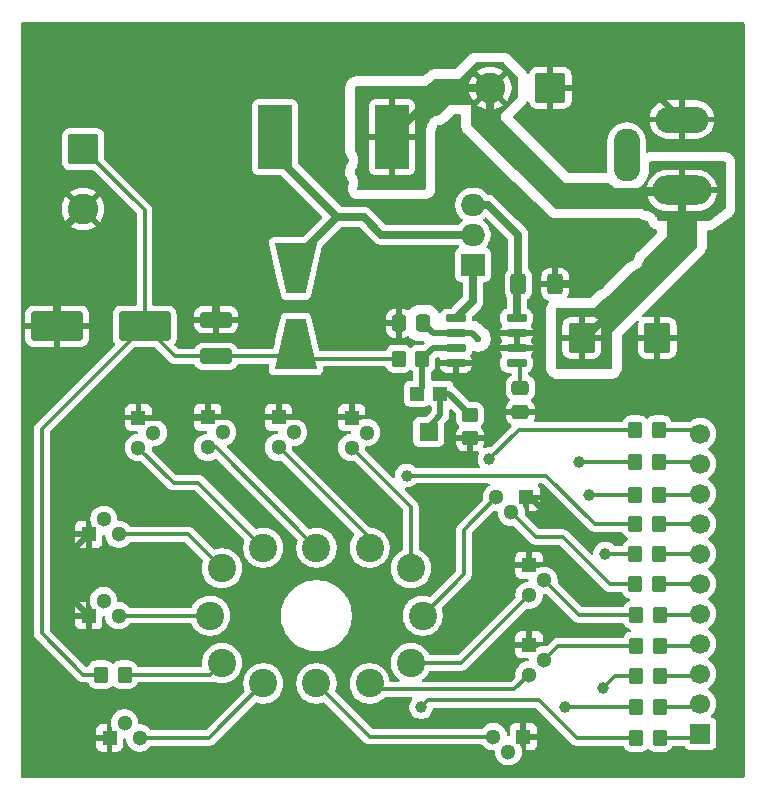
<source format=gbr>
%TF.GenerationSoftware,KiCad,Pcbnew,9.0.1*%
%TF.CreationDate,2025-06-28T16:11:33-04:00*%
%TF.ProjectId,nixie-hvdc,6e697869-652d-4687-9664-632e6b696361,rev?*%
%TF.SameCoordinates,Original*%
%TF.FileFunction,Copper,L1,Top*%
%TF.FilePolarity,Positive*%
%FSLAX46Y46*%
G04 Gerber Fmt 4.6, Leading zero omitted, Abs format (unit mm)*
G04 Created by KiCad (PCBNEW 9.0.1) date 2025-06-28 16:11:33*
%MOMM*%
%LPD*%
G01*
G04 APERTURE LIST*
G04 Aperture macros list*
%AMRoundRect*
0 Rectangle with rounded corners*
0 $1 Rounding radius*
0 $2 $3 $4 $5 $6 $7 $8 $9 X,Y pos of 4 corners*
0 Add a 4 corners polygon primitive as box body*
4,1,4,$2,$3,$4,$5,$6,$7,$8,$9,$2,$3,0*
0 Add four circle primitives for the rounded corners*
1,1,$1+$1,$2,$3*
1,1,$1+$1,$4,$5*
1,1,$1+$1,$6,$7*
1,1,$1+$1,$8,$9*
0 Add four rect primitives between the rounded corners*
20,1,$1+$1,$2,$3,$4,$5,0*
20,1,$1+$1,$4,$5,$6,$7,0*
20,1,$1+$1,$6,$7,$8,$9,0*
20,1,$1+$1,$8,$9,$2,$3,0*%
%AMOutline4P*
0 Free polygon, 4 corners , with rotation*
0 The origin of the aperture is its center*
0 number of corners: always 4*
0 $1 to $8 corner X, Y*
0 $9 Rotation angle, in degrees counterclockwise*
0 create outline with 4 corners*
4,1,4,$1,$2,$3,$4,$5,$6,$7,$8,$1,$2,$9*%
G04 Aperture macros list end*
%TA.AperFunction,SMDPad,CuDef*%
%ADD10R,1.200000X1.200000*%
%TD*%
%TA.AperFunction,SMDPad,CuDef*%
%ADD11R,1.600000X1.500000*%
%TD*%
%TA.AperFunction,ComponentPad*%
%ADD12C,1.300000*%
%TD*%
%TA.AperFunction,ComponentPad*%
%ADD13R,1.300000X1.300000*%
%TD*%
%TA.AperFunction,SMDPad,CuDef*%
%ADD14RoundRect,0.250000X0.350000X0.450000X-0.350000X0.450000X-0.350000X-0.450000X0.350000X-0.450000X0*%
%TD*%
%TA.AperFunction,ComponentPad*%
%ADD15O,2.250000X4.500000*%
%TD*%
%TA.AperFunction,ComponentPad*%
%ADD16O,4.500000X2.250000*%
%TD*%
%TA.AperFunction,ComponentPad*%
%ADD17O,5.000000X2.500000*%
%TD*%
%TA.AperFunction,SMDPad,CuDef*%
%ADD18RoundRect,0.150000X-0.725000X-0.150000X0.725000X-0.150000X0.725000X0.150000X-0.725000X0.150000X0*%
%TD*%
%TA.AperFunction,ComponentPad*%
%ADD19C,2.397760*%
%TD*%
%TA.AperFunction,SMDPad,CuDef*%
%ADD20R,2.900000X5.400000*%
%TD*%
%TA.AperFunction,SMDPad,CuDef*%
%ADD21RoundRect,0.250001X-0.872499X-1.044999X0.872499X-1.044999X0.872499X1.044999X-0.872499X1.044999X0*%
%TD*%
%TA.AperFunction,ComponentPad*%
%ADD22O,2.000000X1.905000*%
%TD*%
%TA.AperFunction,ComponentPad*%
%ADD23R,2.000000X1.905000*%
%TD*%
%TA.AperFunction,SMDPad,CuDef*%
%ADD24RoundRect,0.250000X1.100000X-0.412500X1.100000X0.412500X-1.100000X0.412500X-1.100000X-0.412500X0*%
%TD*%
%TA.AperFunction,SMDPad,CuDef*%
%ADD25RoundRect,0.250000X-0.450000X0.350000X-0.450000X-0.350000X0.450000X-0.350000X0.450000X0.350000X0*%
%TD*%
%TA.AperFunction,SMDPad,CuDef*%
%ADD26Outline4P,-2.150000X-1.800000X2.150000X-0.800000X2.150000X0.800000X-2.150000X1.800000X270.000000*%
%TD*%
%TA.AperFunction,SMDPad,CuDef*%
%ADD27Outline4P,-2.150000X-1.800000X2.150000X-0.800000X2.150000X0.800000X-2.150000X1.800000X90.000000*%
%TD*%
%TA.AperFunction,ComponentPad*%
%ADD28C,2.600000*%
%TD*%
%TA.AperFunction,ComponentPad*%
%ADD29RoundRect,0.250000X-1.050000X1.050000X-1.050000X-1.050000X1.050000X-1.050000X1.050000X1.050000X0*%
%TD*%
%TA.AperFunction,SMDPad,CuDef*%
%ADD30RoundRect,0.250000X-0.400000X-0.625000X0.400000X-0.625000X0.400000X0.625000X-0.400000X0.625000X0*%
%TD*%
%TA.AperFunction,SMDPad,CuDef*%
%ADD31RoundRect,0.250000X1.950000X1.000000X-1.950000X1.000000X-1.950000X-1.000000X1.950000X-1.000000X0*%
%TD*%
%TA.AperFunction,SMDPad,CuDef*%
%ADD32RoundRect,0.250000X-0.475000X0.337500X-0.475000X-0.337500X0.475000X-0.337500X0.475000X0.337500X0*%
%TD*%
%TA.AperFunction,SMDPad,CuDef*%
%ADD33RoundRect,0.250000X0.337500X0.475000X-0.337500X0.475000X-0.337500X-0.475000X0.337500X-0.475000X0*%
%TD*%
%TA.AperFunction,SMDPad,CuDef*%
%ADD34RoundRect,0.250000X-0.350000X-0.450000X0.350000X-0.450000X0.350000X0.450000X-0.350000X0.450000X0*%
%TD*%
%TA.AperFunction,ComponentPad*%
%ADD35C,1.700000*%
%TD*%
%TA.AperFunction,ComponentPad*%
%ADD36R,1.700000X1.700000*%
%TD*%
%TA.AperFunction,ComponentPad*%
%ADD37RoundRect,0.250000X1.050000X1.050000X-1.050000X1.050000X-1.050000X-1.050000X1.050000X-1.050000X0*%
%TD*%
%TA.AperFunction,ViaPad*%
%ADD38C,0.600000*%
%TD*%
%TA.AperFunction,ViaPad*%
%ADD39C,1.000000*%
%TD*%
%TA.AperFunction,Conductor*%
%ADD40C,0.500000*%
%TD*%
%TA.AperFunction,Conductor*%
%ADD41C,0.700000*%
%TD*%
%TA.AperFunction,Conductor*%
%ADD42C,0.300000*%
%TD*%
G04 APERTURE END LIST*
D10*
%TO.P,RV1,3,3*%
%TO.N,Net-(U1-FB)*%
X154250000Y-93450000D03*
D11*
%TO.P,RV1,2,2*%
%TO.N,Net-(R13-Pad1)*%
X155250000Y-96700000D03*
D10*
%TO.P,RV1,1,1*%
X156250000Y-93450000D03*
%TD*%
D12*
%TO.P,Q9,3,C*%
%TO.N,/NIXIE_DIGIT_4*%
X142540001Y-98000000D03*
%TO.P,Q9,2,B*%
%TO.N,Net-(Q9-B)*%
X143810001Y-96730000D03*
D13*
%TO.P,Q9,1,E*%
%TO.N,GND*%
X142540001Y-95460000D03*
%TD*%
D14*
%TO.P,R10,2*%
%TO.N,Net-(Q10-B)*%
X172800000Y-117400000D03*
%TO.P,R10,1*%
%TO.N,/CTRL_DIGIT_9*%
X174800000Y-117400000D03*
%TD*%
D12*
%TO.P,Q2,3,C*%
%TO.N,/NIXIE_DIGIT_5*%
X148730000Y-98020000D03*
%TO.P,Q2,2,B*%
%TO.N,Net-(Q2-B)*%
X150000000Y-96750000D03*
D13*
%TO.P,Q2,1,E*%
%TO.N,GND*%
X148730000Y-95480000D03*
%TD*%
D15*
%TO.P,J2,3*%
%TO.N,unconnected-(J2-Pad3)*%
X172000000Y-73250000D03*
D16*
%TO.P,J2,2*%
%TO.N,GND*%
X176700000Y-70250000D03*
D17*
%TO.P,J2,1*%
%TO.N,+12V*%
X176700000Y-76250000D03*
%TD*%
D14*
%TO.P,R3,2*%
%TO.N,Net-(Q3-B)*%
X172750000Y-96500000D03*
%TO.P,R3,1*%
%TO.N,/CTRL_DIGIT_1*%
X174750000Y-96500000D03*
%TD*%
D18*
%TO.P,U1,8,CS*%
%TO.N,Net-(Q12-S)*%
X162700000Y-87080000D03*
%TO.P,U1,7,GND*%
%TO.N,GND*%
X162700000Y-88350000D03*
%TO.P,U1,6,AGND*%
X162700000Y-89620000D03*
%TO.P,U1,5,REF*%
%TO.N,Net-(U1-REF)*%
X162700000Y-90890000D03*
%TO.P,U1,4,SHDN*%
%TO.N,GND*%
X157550000Y-90890000D03*
%TO.P,U1,3,FB*%
%TO.N,Net-(U1-FB)*%
X157550000Y-89620000D03*
%TO.P,U1,2,V+*%
%TO.N,+12V*%
X157550000Y-88350000D03*
%TO.P,U1,1,EXT*%
%TO.N,Net-(Q12-G)*%
X157550000Y-87080000D03*
%TD*%
D14*
%TO.P,R11,2*%
%TO.N,Net-(Q11-B)*%
X172800000Y-122600000D03*
%TO.P,R11,1*%
%TO.N,/CTRL_DIGIT_LHDP*%
X174800000Y-122600000D03*
%TD*%
D19*
%TO.P,NX1,LHDP,LHDP*%
%TO.N,/NIXIE_DIGIT_LHDP*%
X136750781Y-112250000D03*
%TO.P,NX1,A,A*%
%TO.N,Net-(NX1-PadA)*%
X137751540Y-116247960D03*
%TO.P,NX1,9,9*%
%TO.N,/NIXIE_DIGIT_9*%
X145750000Y-117998020D03*
%TO.P,NX1,8,8*%
%TO.N,/NIXIE_DIGIT_8*%
X150248340Y-117998020D03*
%TO.P,NX1,7,7*%
%TO.N,/NIXIE_DIGIT_7*%
X153748460Y-116247960D03*
%TO.P,NX1,6,6*%
%TO.N,/NIXIE_DIGIT_6*%
X154749219Y-112250000D03*
%TO.P,NX1,5,5*%
%TO.N,/NIXIE_DIGIT_5*%
X153748460Y-108252040D03*
%TO.P,NX1,4,4*%
%TO.N,/NIXIE_DIGIT_4*%
X150248340Y-106501980D03*
%TO.P,NX1,3,3*%
%TO.N,/NIXIE_DIGIT_3*%
X145750000Y-106501980D03*
%TO.P,NX1,2,2*%
%TO.N,/NIXIE_DIGIT_2*%
X141251660Y-106501980D03*
%TO.P,NX1,1,1*%
%TO.N,/NIXIE_DIGIT_1*%
X137751540Y-108252040D03*
%TO.P,NX1,0,0*%
%TO.N,/NIXIE_DIGIT_0*%
X141251660Y-117998020D03*
%TD*%
D12*
%TO.P,Q7,3,C*%
%TO.N,/NIXIE_DIGIT_3*%
X136540001Y-98000000D03*
%TO.P,Q7,2,B*%
%TO.N,Net-(Q7-B)*%
X137810001Y-96730000D03*
D13*
%TO.P,Q7,1,E*%
%TO.N,GND*%
X136540001Y-95460000D03*
%TD*%
D12*
%TO.P,Q3,3,C*%
%TO.N,/NIXIE_DIGIT_1*%
X129020000Y-105360000D03*
%TO.P,Q3,2,B*%
%TO.N,Net-(Q3-B)*%
X127750000Y-104090000D03*
D13*
%TO.P,Q3,1,E*%
%TO.N,GND*%
X126480000Y-105360000D03*
%TD*%
D12*
%TO.P,Q1,3,C*%
%TO.N,/NIXIE_DIGIT_0*%
X130769999Y-122610000D03*
%TO.P,Q1,2,B*%
%TO.N,Net-(Q1-B)*%
X129499999Y-121340000D03*
D13*
%TO.P,Q1,1,E*%
%TO.N,GND*%
X128229999Y-122610000D03*
%TD*%
D20*
%TO.P,L1,2,2*%
%TO.N,Net-(D1-A)*%
X142250000Y-71750000D03*
%TO.P,L1,1,1*%
%TO.N,+12V*%
X152150002Y-71750000D03*
%TD*%
D14*
%TO.P,R1,2*%
%TO.N,Net-(Q1-B)*%
X172800000Y-120000000D03*
%TO.P,R1,1*%
%TO.N,/CTRL_DIGIT_0*%
X174800000Y-120000000D03*
%TD*%
%TO.P,R9,2*%
%TO.N,Net-(Q9-B)*%
X172750000Y-104500000D03*
%TO.P,R9,1*%
%TO.N,/CTRL_DIGIT_4*%
X174750000Y-104500000D03*
%TD*%
D21*
%TO.P,C1,2*%
%TO.N,GND*%
X174615000Y-88750000D03*
%TO.P,C1,1*%
%TO.N,+12V*%
X168200000Y-88750000D03*
%TD*%
D22*
%TO.P,Q12,3,S*%
%TO.N,Net-(Q12-S)*%
X159000000Y-77460001D03*
%TO.P,Q12,2,D*%
%TO.N,Net-(D1-A)*%
X159000000Y-80000000D03*
D23*
%TO.P,Q12,1,G*%
%TO.N,Net-(Q12-G)*%
X159000000Y-82540000D03*
%TD*%
D14*
%TO.P,R4,2*%
%TO.N,Net-(Q4-B)*%
X172750000Y-109600000D03*
%TO.P,R4,1*%
%TO.N,/CTRL_DIGIT_6*%
X174750000Y-109600000D03*
%TD*%
D24*
%TO.P,C5,2*%
%TO.N,GND*%
X137250000Y-87187500D03*
%TO.P,C5,1*%
%TO.N,/180V*%
X137250000Y-90312500D03*
%TD*%
D12*
%TO.P,Q8,3,C*%
%TO.N,/NIXIE_DIGIT_8*%
X163750000Y-117250000D03*
%TO.P,Q8,2,B*%
%TO.N,Net-(Q8-B)*%
X165020000Y-115980000D03*
D13*
%TO.P,Q8,1,E*%
%TO.N,GND*%
X163750000Y-114710000D03*
%TD*%
D25*
%TO.P,R13,2*%
%TO.N,GND*%
X158750000Y-97250000D03*
%TO.P,R13,1*%
%TO.N,Net-(R13-Pad1)*%
X158750000Y-95250000D03*
%TD*%
D26*
%TO.P,D1,2,A*%
%TO.N,Net-(D1-A)*%
X144000000Y-82850000D03*
D27*
%TO.P,D1,1,K*%
%TO.N,/180V*%
X144000000Y-89250000D03*
%TD*%
D28*
%TO.P,J4,2,Pin_2*%
%TO.N,GND*%
X126000000Y-77829999D03*
D29*
%TO.P,J4,1,Pin_1*%
%TO.N,/180V*%
X126000000Y-72750000D03*
%TD*%
D30*
%TO.P,R_SENSE1,2*%
%TO.N,GND*%
X165950001Y-84200000D03*
%TO.P,R_SENSE1,1*%
%TO.N,Net-(Q12-S)*%
X162849999Y-84200000D03*
%TD*%
D12*
%TO.P,Q6,3,C*%
%TO.N,/NIXIE_DIGIT_7*%
X163750000Y-110520000D03*
%TO.P,Q6,2,B*%
%TO.N,Net-(Q6-B)*%
X165020000Y-109250000D03*
D13*
%TO.P,Q6,1,E*%
%TO.N,GND*%
X163750000Y-107980000D03*
%TD*%
D31*
%TO.P,C4,2*%
%TO.N,GND*%
X123800000Y-87750000D03*
%TO.P,C4,1*%
%TO.N,/180V*%
X131200000Y-87750000D03*
%TD*%
D12*
%TO.P,Q5,3,C*%
%TO.N,/NIXIE_DIGIT_2*%
X130680002Y-98019999D03*
%TO.P,Q5,2,B*%
%TO.N,Net-(Q5-B)*%
X131950002Y-96749999D03*
D13*
%TO.P,Q5,1,E*%
%TO.N,GND*%
X130680002Y-95479999D03*
%TD*%
D32*
%TO.P,C3,2*%
%TO.N,GND*%
X163000000Y-95037500D03*
%TO.P,C3,1*%
%TO.N,Net-(U1-REF)*%
X163000000Y-92962500D03*
%TD*%
D33*
%TO.P,C2,2*%
%TO.N,GND*%
X152712500Y-87500000D03*
%TO.P,C2,1*%
%TO.N,+12V*%
X154787500Y-87500000D03*
%TD*%
D14*
%TO.P,R8,2*%
%TO.N,Net-(Q8-B)*%
X172800000Y-114800000D03*
%TO.P,R8,1*%
%TO.N,/CTRL_DIGIT_8*%
X174800000Y-114800000D03*
%TD*%
D12*
%TO.P,Q11,3,C*%
%TO.N,/NIXIE_DIGIT_LHDP*%
X129000000Y-112250000D03*
%TO.P,Q11,2,B*%
%TO.N,Net-(Q11-B)*%
X127730000Y-110980000D03*
D13*
%TO.P,Q11,1,E*%
%TO.N,GND*%
X126460000Y-112250000D03*
%TD*%
D14*
%TO.P,R6,2*%
%TO.N,Net-(Q6-B)*%
X172800000Y-112200000D03*
%TO.P,R6,1*%
%TO.N,/CTRL_DIGIT_7*%
X174800000Y-112200000D03*
%TD*%
D34*
%TO.P,R12,2*%
%TO.N,Net-(U1-FB)*%
X154712500Y-90500000D03*
%TO.P,R12,1*%
%TO.N,/180V*%
X152712500Y-90500000D03*
%TD*%
D14*
%TO.P,R2,2*%
%TO.N,Net-(Q2-B)*%
X172750000Y-107000000D03*
%TO.P,R2,1*%
%TO.N,/CTRL_DIGIT_5*%
X174750000Y-107000000D03*
%TD*%
D35*
%TO.P,J1,11,Pin_11*%
%TO.N,/CTRL_DIGIT_1*%
X178250000Y-96850000D03*
%TO.P,J1,10,Pin_10*%
%TO.N,/CTRL_DIGIT_2*%
X178250000Y-99390000D03*
%TO.P,J1,9,Pin_9*%
%TO.N,/CTRL_DIGIT_3*%
X178250000Y-101930000D03*
%TO.P,J1,8,Pin_8*%
%TO.N,/CTRL_DIGIT_4*%
X178250000Y-104469999D03*
%TO.P,J1,7,Pin_7*%
%TO.N,/CTRL_DIGIT_5*%
X178250000Y-107010000D03*
%TO.P,J1,6,Pin_6*%
%TO.N,/CTRL_DIGIT_6*%
X178250000Y-109550000D03*
%TO.P,J1,5,Pin_5*%
%TO.N,/CTRL_DIGIT_7*%
X178250000Y-112090000D03*
%TO.P,J1,4,Pin_4*%
%TO.N,/CTRL_DIGIT_8*%
X178250000Y-114630000D03*
%TO.P,J1,3,Pin_3*%
%TO.N,/CTRL_DIGIT_9*%
X178250000Y-117170001D03*
%TO.P,J1,2,Pin_2*%
%TO.N,/CTRL_DIGIT_0*%
X178250000Y-119710000D03*
D36*
%TO.P,J1,1,Pin_1*%
%TO.N,/CTRL_DIGIT_LHDP*%
X178250000Y-122250000D03*
%TD*%
D12*
%TO.P,Q10,3,C*%
%TO.N,/NIXIE_DIGIT_9*%
X160730001Y-122500000D03*
%TO.P,Q10,2,B*%
%TO.N,Net-(Q10-B)*%
X162000001Y-123770000D03*
D13*
%TO.P,Q10,1,E*%
%TO.N,GND*%
X163270001Y-122500000D03*
%TD*%
D12*
%TO.P,Q4,3,C*%
%TO.N,/NIXIE_DIGIT_6*%
X160980001Y-102250000D03*
%TO.P,Q4,2,B*%
%TO.N,Net-(Q4-B)*%
X162250001Y-103520000D03*
D13*
%TO.P,Q4,1,E*%
%TO.N,GND*%
X163520001Y-102250000D03*
%TD*%
D14*
%TO.P,R5,2*%
%TO.N,Net-(Q5-B)*%
X172750000Y-99250000D03*
%TO.P,R5,1*%
%TO.N,/CTRL_DIGIT_2*%
X174750000Y-99250000D03*
%TD*%
D28*
%TO.P,J3,2,Pin_2*%
%TO.N,+12V*%
X160465002Y-67577500D03*
D37*
%TO.P,J3,1,Pin_1*%
%TO.N,GND*%
X165545001Y-67577500D03*
%TD*%
D14*
%TO.P,R7,2*%
%TO.N,Net-(Q7-B)*%
X172750000Y-102000000D03*
%TO.P,R7,1*%
%TO.N,/CTRL_DIGIT_3*%
X174750000Y-102000000D03*
%TD*%
%TO.P,R14,2*%
%TO.N,/180V*%
X127500000Y-117250000D03*
%TO.P,R14,1*%
%TO.N,Net-(NX1-PadA)*%
X129500000Y-117250000D03*
%TD*%
D38*
%TO.N,GND*%
X148200000Y-73700000D03*
X148200000Y-75600000D03*
X134710000Y-79000000D03*
X137250000Y-79000000D03*
X139400000Y-79000000D03*
X147400000Y-66400000D03*
X147400000Y-68000000D03*
X143400000Y-68000000D03*
X143400000Y-66400000D03*
X150700000Y-85400000D03*
X148900000Y-87500000D03*
X148900000Y-85300000D03*
X148900000Y-83200000D03*
X152000000Y-83100000D03*
X152000000Y-81300000D03*
X148900000Y-81300000D03*
X158300000Y-74100000D03*
X156200000Y-72900000D03*
X156200000Y-71000000D03*
X173600000Y-79100000D03*
X171500000Y-79100000D03*
X169200000Y-79100000D03*
X167100000Y-79100000D03*
X164800000Y-79100000D03*
X163300000Y-77500000D03*
X161700000Y-76000000D03*
X154980000Y-64400000D03*
X152440000Y-64400000D03*
X149900000Y-64400000D03*
X147360000Y-64400000D03*
X144820000Y-64400000D03*
X142280000Y-64400000D03*
X139350000Y-64750000D03*
X137200000Y-64750000D03*
X134660000Y-64750000D03*
X154980000Y-62800000D03*
X152440000Y-62800000D03*
X149900000Y-62800000D03*
X147360000Y-62800000D03*
X144820000Y-62800000D03*
X142280000Y-62800000D03*
X139740000Y-62800000D03*
X137200000Y-62800000D03*
X134660000Y-62800000D03*
X137250000Y-76830000D03*
X134710000Y-76830000D03*
X139400000Y-74290000D03*
X137250000Y-74290000D03*
X134710000Y-74290000D03*
X139400000Y-71750000D03*
X137250000Y-71750000D03*
X134710000Y-71750000D03*
X139400000Y-69210000D03*
X137250000Y-69210000D03*
X134710000Y-69210000D03*
X139400000Y-66670000D03*
X137250000Y-66670000D03*
X134710000Y-66670000D03*
X139400000Y-76830000D03*
%TO.N,+12V*%
X159400000Y-88800000D03*
X168200000Y-88750000D03*
%TO.N,GND*%
X174600000Y-93000000D03*
X170400000Y-67577500D03*
X165800000Y-95000000D03*
D39*
X169600000Y-84200000D03*
D38*
X146000000Y-95460000D03*
D39*
X123800000Y-82000000D03*
X137200000Y-81800000D03*
D38*
X157800000Y-99200000D03*
X134000000Y-95479999D03*
X140000000Y-95460000D03*
X160300000Y-90300000D03*
X166000000Y-104400000D03*
X166800000Y-124600000D03*
X167800000Y-113600000D03*
X125200000Y-108400000D03*
X125400000Y-122600000D03*
D39*
X172200000Y-81800000D03*
D38*
X152600000Y-85000000D03*
D39*
%TO.N,Net-(Q1-B)*%
X166813173Y-119986827D03*
%TO.N,Net-(Q2-B)*%
X170200000Y-107000000D03*
%TO.N,Net-(Q3-B)*%
X160400000Y-99000000D03*
%TO.N,Net-(Q5-B)*%
X168000000Y-99250000D03*
%TO.N,Net-(Q7-B)*%
X168800000Y-102000000D03*
%TO.N,Net-(Q9-B)*%
X153400000Y-100400000D03*
%TO.N,Net-(Q10-B)*%
X170000000Y-118400000D03*
%TO.N,Net-(Q11-B)*%
X154600000Y-120000000D03*
%TD*%
D40*
%TO.N,Net-(R13-Pad1)*%
X156250000Y-93450000D02*
X156250000Y-95250000D01*
X156250000Y-95250000D02*
X155250000Y-96250000D01*
X155250000Y-96250000D02*
X155250000Y-96700000D01*
D41*
%TO.N,+12V*%
X156322502Y-67577500D02*
X160465002Y-67577500D01*
X176700000Y-80500000D02*
X176700000Y-76250000D01*
X168450000Y-88750000D02*
X176700000Y-80500000D01*
X168200000Y-88750000D02*
X168450000Y-88750000D01*
D40*
X159400000Y-88800000D02*
X158950000Y-88350000D01*
D41*
X152150002Y-71750000D02*
X156322502Y-67577500D01*
X160465002Y-67577500D02*
X160465002Y-70665002D01*
D40*
X154787500Y-87500000D02*
X155637500Y-88350000D01*
D41*
X176550000Y-76400000D02*
X176700000Y-76250000D01*
X160465002Y-70665002D02*
X166200000Y-76400000D01*
D40*
X155637500Y-88350000D02*
X157550000Y-88350000D01*
D41*
X166200000Y-76400000D02*
X176550000Y-76400000D01*
D40*
X158950000Y-88350000D02*
X157550000Y-88350000D01*
%TO.N,GND*%
X174615000Y-92985000D02*
X174600000Y-93000000D01*
D42*
X160300000Y-90300000D02*
X160980000Y-89620000D01*
D40*
X125200000Y-106640000D02*
X125200000Y-108400000D01*
X163000000Y-95037500D02*
X165762500Y-95037500D01*
D41*
X126000000Y-77829999D02*
X123800000Y-80029999D01*
D40*
X163270001Y-122500000D02*
X164700000Y-122500000D01*
X134000000Y-95479999D02*
X136520002Y-95479999D01*
X164700000Y-122500000D02*
X166800000Y-124600000D01*
X140000000Y-95460000D02*
X142540001Y-95460000D01*
X152712500Y-85112500D02*
X152600000Y-85000000D01*
X163850000Y-102250000D02*
X166000000Y-104400000D01*
X125200000Y-108400000D02*
X125200000Y-110990000D01*
X174027500Y-67577500D02*
X176700000Y-70250000D01*
X142540001Y-95460000D02*
X146000000Y-95460000D01*
X130680002Y-95479999D02*
X134000000Y-95479999D01*
X146000000Y-95460000D02*
X148710000Y-95460000D01*
D42*
X157550000Y-90890000D02*
X159710000Y-90890000D01*
D40*
X125410000Y-122610000D02*
X125400000Y-122600000D01*
D41*
X169600000Y-84200000D02*
X169800000Y-84200000D01*
D42*
X159710000Y-90890000D02*
X160300000Y-90300000D01*
D40*
X128229999Y-122610000D02*
X125410000Y-122610000D01*
D41*
X137250000Y-81850000D02*
X137200000Y-81800000D01*
D40*
X170400000Y-67577500D02*
X174027500Y-67577500D01*
D41*
X123800000Y-82000000D02*
X123800000Y-87750000D01*
X169800000Y-84200000D02*
X172200000Y-81800000D01*
D40*
X152712500Y-87500000D02*
X152712500Y-85112500D01*
X165545001Y-67577500D02*
X170400000Y-67577500D01*
D42*
X158750000Y-97250000D02*
X158750000Y-98250000D01*
X162700000Y-88350000D02*
X162700000Y-89620000D01*
X158750000Y-98250000D02*
X157800000Y-99200000D01*
D40*
X136540001Y-95460000D02*
X140000000Y-95460000D01*
D41*
X137250000Y-87187500D02*
X137250000Y-81850000D01*
X165950001Y-84200000D02*
X169600000Y-84200000D01*
D40*
X165762500Y-95037500D02*
X165800000Y-95000000D01*
X174615000Y-88750000D02*
X174615000Y-92985000D01*
X163520001Y-102250000D02*
X163850000Y-102250000D01*
X125200000Y-110990000D02*
X126460000Y-112250000D01*
X148710000Y-95460000D02*
X148730000Y-95480000D01*
X126480000Y-105360000D02*
X125200000Y-106640000D01*
X136520002Y-95479999D02*
X136540001Y-95460000D01*
D42*
X160980000Y-89620000D02*
X162700000Y-89620000D01*
D41*
X123800000Y-80029999D02*
X123800000Y-82000000D01*
D42*
%TO.N,Net-(U1-REF)*%
X162700000Y-90890000D02*
X163000000Y-91190000D01*
X163000000Y-91190000D02*
X163000000Y-92962500D01*
%TO.N,/180V*%
X122500000Y-96450000D02*
X122500000Y-113750000D01*
X144000000Y-89250000D02*
X142937500Y-90312500D01*
X137250000Y-90312500D02*
X133762500Y-90312500D01*
X131200000Y-77950000D02*
X131200000Y-87750000D01*
X152712500Y-90500000D02*
X145250000Y-90500000D01*
X126000000Y-117250000D02*
X127500000Y-117250000D01*
X126000000Y-72750000D02*
X131200000Y-77950000D01*
X145250000Y-90500000D02*
X144000000Y-89250000D01*
X142937500Y-90312500D02*
X137250000Y-90312500D01*
X122500000Y-113750000D02*
X126000000Y-117250000D01*
X131200000Y-87750000D02*
X122500000Y-96450000D01*
X133762500Y-90312500D02*
X131200000Y-87750000D01*
D41*
%TO.N,Net-(D1-A)*%
X159000000Y-80000000D02*
X151250000Y-80000000D01*
X142250000Y-73250000D02*
X147500000Y-78500000D01*
X151250000Y-80000000D02*
X149750000Y-78500000D01*
X144000000Y-82000000D02*
X147500000Y-78500000D01*
X144000000Y-82850000D02*
X144000000Y-82000000D01*
X142250000Y-71750000D02*
X142250000Y-73250000D01*
X149750000Y-78500000D02*
X147500000Y-78500000D01*
D42*
%TO.N,/CTRL_DIGIT_8*%
X178080000Y-114800000D02*
X178250000Y-114630000D01*
X174800000Y-114800000D02*
X178080000Y-114800000D01*
%TO.N,/CTRL_DIGIT_7*%
X174800000Y-112200000D02*
X178140000Y-112200000D01*
X178140000Y-112200000D02*
X178250000Y-112090000D01*
%TO.N,/CTRL_DIGIT_6*%
X178200000Y-109600000D02*
X178250000Y-109550000D01*
X174750000Y-109600000D02*
X178200000Y-109600000D01*
%TO.N,/CTRL_DIGIT_3*%
X174750000Y-102000000D02*
X178180000Y-102000000D01*
X178180000Y-102000000D02*
X178250000Y-101930000D01*
%TO.N,/CTRL_DIGIT_5*%
X174750000Y-107000000D02*
X178240000Y-107000000D01*
X178240000Y-107000000D02*
X178250000Y-107010000D01*
%TO.N,/CTRL_DIGIT_1*%
X174750000Y-96500000D02*
X177900000Y-96500000D01*
X177900000Y-96500000D02*
X178250000Y-96850000D01*
%TO.N,/CTRL_DIGIT_9*%
X174800000Y-117400000D02*
X178020001Y-117400000D01*
X178020001Y-117400000D02*
X178250000Y-117170001D01*
%TO.N,/CTRL_DIGIT_2*%
X178110000Y-99250000D02*
X178250000Y-99390000D01*
X174750000Y-99250000D02*
X178110000Y-99250000D01*
%TO.N,/CTRL_DIGIT_0*%
X177960000Y-120000000D02*
X178250000Y-119710000D01*
X174800000Y-120000000D02*
X177960000Y-120000000D01*
%TO.N,/CTRL_DIGIT_4*%
X174750000Y-104500000D02*
X178219999Y-104500000D01*
X178219999Y-104500000D02*
X178250000Y-104469999D01*
%TO.N,Net-(NX1-PadA)*%
X129500000Y-117250000D02*
X136749500Y-117250000D01*
X136749500Y-117250000D02*
X137751540Y-116247960D01*
%TO.N,/NIXIE_DIGIT_5*%
X153748460Y-108252040D02*
X153748460Y-103038460D01*
X153748460Y-103038460D02*
X148730000Y-98020000D01*
%TO.N,/NIXIE_DIGIT_7*%
X158022040Y-116247960D02*
X163750000Y-110520000D01*
X153748460Y-116247960D02*
X158022040Y-116247960D01*
%TO.N,/NIXIE_DIGIT_8*%
X150248340Y-117998020D02*
X150750320Y-118500000D01*
X162500000Y-118500000D02*
X163750000Y-117250000D01*
X150750320Y-118500000D02*
X162500000Y-118500000D01*
%TO.N,/NIXIE_DIGIT_0*%
X136639680Y-122610000D02*
X141251660Y-117998020D01*
X130769999Y-122610000D02*
X136639680Y-122610000D01*
%TO.N,/NIXIE_DIGIT_3*%
X136580002Y-98000000D02*
X137248020Y-98000000D01*
X136540001Y-98000000D02*
X136540001Y-98040001D01*
X136540001Y-98040001D02*
X136580002Y-98000000D01*
X137248020Y-98000000D02*
X145750000Y-106501980D01*
%TO.N,/NIXIE_DIGIT_4*%
X150248340Y-105708339D02*
X150248340Y-106501980D01*
X142540001Y-98000000D02*
X150248340Y-105708339D01*
%TO.N,/NIXIE_DIGIT_9*%
X150251980Y-122500000D02*
X160730001Y-122500000D01*
X145750000Y-117998020D02*
X150251980Y-122500000D01*
%TO.N,/NIXIE_DIGIT_6*%
X158250000Y-108749219D02*
X158250000Y-104980001D01*
X154749219Y-112250000D02*
X158250000Y-108749219D01*
X158250000Y-104980001D02*
X160980001Y-102250000D01*
%TO.N,/NIXIE_DIGIT_2*%
X133660003Y-101000000D02*
X135749680Y-101000000D01*
X135749680Y-101000000D02*
X141251660Y-106501980D01*
X130680002Y-98019999D02*
X133660003Y-101000000D01*
%TO.N,/NIXIE_DIGIT_1*%
X134859500Y-105360000D02*
X137751540Y-108252040D01*
X129020000Y-105360000D02*
X134859500Y-105360000D01*
%TO.N,Net-(Q1-B)*%
X167626346Y-120000000D02*
X172800000Y-120000000D01*
X167613173Y-119986827D02*
X167626346Y-120000000D01*
X166813173Y-119986827D02*
X167613173Y-119986827D01*
%TO.N,Net-(Q2-B)*%
X170200000Y-107000000D02*
X172750000Y-107000000D01*
%TO.N,Net-(Q3-B)*%
X172750000Y-96500000D02*
X162900000Y-96500000D01*
X162900000Y-96500000D02*
X160400000Y-99000000D01*
%TO.N,Net-(Q4-B)*%
X162250001Y-103520000D02*
X164330001Y-105600000D01*
X170600000Y-109600000D02*
X172750000Y-109600000D01*
X164330001Y-105600000D02*
X166600000Y-105600000D01*
X166600000Y-105600000D02*
X170600000Y-109600000D01*
%TO.N,Net-(Q5-B)*%
X168000000Y-99250000D02*
X172750000Y-99250000D01*
%TO.N,Net-(Q6-B)*%
X165020000Y-109250000D02*
X167970000Y-112200000D01*
X167970000Y-112200000D02*
X172800000Y-112200000D01*
%TO.N,Net-(Q7-B)*%
X168800000Y-102000000D02*
X172750000Y-102000000D01*
%TO.N,Net-(Q8-B)*%
X165020000Y-115980000D02*
X166200000Y-114800000D01*
X166200000Y-114800000D02*
X172800000Y-114800000D01*
%TO.N,Net-(Q9-B)*%
X153400000Y-100400000D02*
X165200000Y-100400000D01*
X169300000Y-104500000D02*
X172750000Y-104500000D01*
X165200000Y-100400000D02*
X169300000Y-104500000D01*
%TO.N,Net-(Q10-B)*%
X170000000Y-118400000D02*
X171000000Y-117400000D01*
X171000000Y-117400000D02*
X172800000Y-117400000D01*
D40*
%TO.N,Net-(U1-FB)*%
X154712500Y-92987500D02*
X154712500Y-90500000D01*
X154712500Y-90500000D02*
X155592500Y-89620000D01*
X155592500Y-89620000D02*
X157550000Y-89620000D01*
X154250000Y-93450000D02*
X154712500Y-92987500D01*
D42*
%TO.N,/NIXIE_DIGIT_LHDP*%
X129000000Y-112250000D02*
X136750781Y-112250000D01*
%TO.N,/CTRL_DIGIT_LHDP*%
X177900000Y-122600000D02*
X178250000Y-122250000D01*
X174800000Y-122600000D02*
X177900000Y-122600000D01*
%TO.N,Net-(Q11-B)*%
X164600000Y-119400000D02*
X167800000Y-122600000D01*
X154600000Y-120000000D02*
X155200000Y-119400000D01*
X155200000Y-119400000D02*
X164600000Y-119400000D01*
X167800000Y-122600000D02*
X172800000Y-122600000D01*
D41*
%TO.N,Net-(Q12-S)*%
X162849999Y-80049999D02*
X162849999Y-84200000D01*
X160260001Y-77460001D02*
X162849999Y-80049999D01*
X162700000Y-87080000D02*
X162700000Y-84349999D01*
X159000000Y-77460001D02*
X160260001Y-77460001D01*
X162700000Y-84349999D02*
X162849999Y-84200000D01*
%TO.N,Net-(Q12-G)*%
X159000000Y-85630000D02*
X159000000Y-82540000D01*
X157550000Y-87080000D02*
X159000000Y-85630000D01*
D40*
%TO.N,Net-(R13-Pad1)*%
X158750000Y-95250000D02*
X156950000Y-93450000D01*
X156950000Y-93450000D02*
X156250000Y-93450000D01*
%TD*%
%TA.AperFunction,Conductor*%
%TO.N,GND*%
G36*
X165209046Y-110396414D02*
G01*
X165238299Y-110400194D01*
X165244289Y-110404290D01*
X165248449Y-110405220D01*
X165254291Y-110411129D01*
X165276086Y-110426032D01*
X167555325Y-112705272D01*
X167555326Y-112705273D01*
X167555329Y-112705275D01*
X167555331Y-112705277D01*
X167661873Y-112776465D01*
X167780256Y-112825501D01*
X167780260Y-112825501D01*
X167780261Y-112825502D01*
X167905928Y-112850500D01*
X167905931Y-112850500D01*
X171636267Y-112850500D01*
X171703306Y-112870185D01*
X171749061Y-112922989D01*
X171753972Y-112935494D01*
X171765186Y-112969334D01*
X171857288Y-113118656D01*
X171981344Y-113242712D01*
X172130666Y-113334814D01*
X172273953Y-113382294D01*
X172331396Y-113422065D01*
X172358219Y-113486581D01*
X172345904Y-113555357D01*
X172298361Y-113606557D01*
X172273952Y-113617705D01*
X172130666Y-113665186D01*
X172130663Y-113665187D01*
X171981342Y-113757289D01*
X171857289Y-113881342D01*
X171765187Y-114030663D01*
X171765184Y-114030671D01*
X171753972Y-114064506D01*
X171714199Y-114121950D01*
X171649683Y-114148772D01*
X171636267Y-114149500D01*
X166135929Y-114149500D01*
X166010261Y-114174497D01*
X166010255Y-114174499D01*
X165891874Y-114223534D01*
X165785326Y-114294726D01*
X165276085Y-114803967D01*
X165214762Y-114837452D01*
X165169007Y-114838759D01*
X165110546Y-114829500D01*
X164929454Y-114829500D01*
X164929449Y-114829500D01*
X164750589Y-114857829D01*
X164578363Y-114913787D01*
X164578360Y-114913788D01*
X164514192Y-114946485D01*
X164457897Y-114960000D01*
X164030330Y-114960000D01*
X164050075Y-114940255D01*
X164099444Y-114854745D01*
X164125000Y-114759370D01*
X164125000Y-114660630D01*
X164099444Y-114565255D01*
X164050075Y-114479745D01*
X164030330Y-114460000D01*
X164900000Y-114460000D01*
X164900000Y-114012172D01*
X164899999Y-114012155D01*
X164893598Y-113952627D01*
X164893596Y-113952620D01*
X164843354Y-113817913D01*
X164843350Y-113817906D01*
X164757190Y-113702812D01*
X164757187Y-113702809D01*
X164642093Y-113616649D01*
X164642086Y-113616645D01*
X164507379Y-113566403D01*
X164507372Y-113566401D01*
X164447844Y-113560000D01*
X164000000Y-113560000D01*
X164000000Y-114429670D01*
X163980255Y-114409925D01*
X163894745Y-114360556D01*
X163799370Y-114335000D01*
X163700630Y-114335000D01*
X163605255Y-114360556D01*
X163519745Y-114409925D01*
X163500000Y-114429670D01*
X163500000Y-113560000D01*
X163052155Y-113560000D01*
X162992627Y-113566401D01*
X162992620Y-113566403D01*
X162857913Y-113616645D01*
X162857906Y-113616649D01*
X162742812Y-113702809D01*
X162742809Y-113702812D01*
X162656649Y-113817906D01*
X162656645Y-113817913D01*
X162606403Y-113952620D01*
X162606401Y-113952627D01*
X162600000Y-114012155D01*
X162600000Y-114460000D01*
X163469670Y-114460000D01*
X163449925Y-114479745D01*
X163400556Y-114565255D01*
X163375000Y-114660630D01*
X163375000Y-114759370D01*
X163400556Y-114854745D01*
X163449925Y-114940255D01*
X163469670Y-114960000D01*
X162600000Y-114960000D01*
X162600000Y-115407844D01*
X162606401Y-115467372D01*
X162606403Y-115467379D01*
X162656645Y-115602086D01*
X162656649Y-115602093D01*
X162742809Y-115717187D01*
X162742812Y-115717190D01*
X162857906Y-115803350D01*
X162857913Y-115803354D01*
X162992620Y-115853596D01*
X162992627Y-115853598D01*
X163052155Y-115859999D01*
X163052172Y-115860000D01*
X163596026Y-115860000D01*
X163663065Y-115879685D01*
X163708820Y-115932489D01*
X163718764Y-116001647D01*
X163689739Y-116065203D01*
X163630961Y-116102977D01*
X163615424Y-116106473D01*
X163480589Y-116127829D01*
X163308363Y-116183787D01*
X163308360Y-116183788D01*
X163147002Y-116266006D01*
X163000505Y-116372441D01*
X163000500Y-116372445D01*
X162872445Y-116500500D01*
X162872441Y-116500505D01*
X162766006Y-116647002D01*
X162683788Y-116808360D01*
X162683787Y-116808363D01*
X162627829Y-116980589D01*
X162599500Y-117159448D01*
X162599500Y-117340546D01*
X162599499Y-117340546D01*
X162608759Y-117399007D01*
X162599804Y-117468300D01*
X162573967Y-117506085D01*
X162266871Y-117813182D01*
X162205550Y-117846666D01*
X162179192Y-117849500D01*
X154818121Y-117849500D01*
X154751082Y-117829815D01*
X154705327Y-117777011D01*
X154695383Y-117707853D01*
X154724408Y-117644297D01*
X154742635Y-117627124D01*
X154753216Y-117619004D01*
X154871343Y-117528363D01*
X155028863Y-117370843D01*
X155164474Y-117194111D01*
X155275858Y-117001189D01*
X155286703Y-116975008D01*
X155330543Y-116920604D01*
X155396837Y-116898539D01*
X155401264Y-116898460D01*
X158086111Y-116898460D01*
X158203358Y-116875137D01*
X158211784Y-116873461D01*
X158330167Y-116824425D01*
X158370908Y-116797203D01*
X158436709Y-116753237D01*
X163493914Y-111696030D01*
X163555235Y-111662547D01*
X163600991Y-111661240D01*
X163659454Y-111670500D01*
X163659455Y-111670500D01*
X163840551Y-111670500D01*
X163927259Y-111656765D01*
X164019409Y-111642171D01*
X164191639Y-111586211D01*
X164352994Y-111503996D01*
X164499501Y-111397553D01*
X164627553Y-111269501D01*
X164733996Y-111122994D01*
X164816211Y-110961639D01*
X164872171Y-110789409D01*
X164894537Y-110648197D01*
X164900500Y-110610551D01*
X164900500Y-110524500D01*
X164901888Y-110519772D01*
X164900868Y-110514951D01*
X164911636Y-110486574D01*
X164920185Y-110457461D01*
X164923908Y-110454234D01*
X164925657Y-110449627D01*
X164950058Y-110431575D01*
X164972989Y-110411706D01*
X164978949Y-110410202D01*
X164981827Y-110408074D01*
X165000601Y-110404741D01*
X165016357Y-110400768D01*
X165020429Y-110400500D01*
X165110546Y-110400500D01*
X165174607Y-110390353D01*
X165180262Y-110389981D01*
X165209046Y-110396414D01*
G37*
%TD.AperFunction*%
%TA.AperFunction,Conductor*%
G36*
X164946231Y-101070185D02*
G01*
X164966873Y-101086819D01*
X168885325Y-105005272D01*
X168885332Y-105005278D01*
X168991863Y-105076459D01*
X168991867Y-105076461D01*
X168991874Y-105076466D01*
X169055444Y-105102797D01*
X169110256Y-105125501D01*
X169110260Y-105125501D01*
X169110261Y-105125502D01*
X169235928Y-105150500D01*
X169235931Y-105150500D01*
X169364069Y-105150500D01*
X171586267Y-105150500D01*
X171653306Y-105170185D01*
X171699061Y-105222989D01*
X171703972Y-105235494D01*
X171715186Y-105269334D01*
X171807288Y-105418656D01*
X171931344Y-105542712D01*
X172080666Y-105634814D01*
X172080667Y-105634814D01*
X172080670Y-105634816D01*
X172086677Y-105637617D01*
X172139117Y-105683788D01*
X172158271Y-105750981D01*
X172138057Y-105817862D01*
X172086677Y-105862383D01*
X172080670Y-105865183D01*
X171931342Y-105957289D01*
X171807289Y-106081342D01*
X171715187Y-106230663D01*
X171715184Y-106230671D01*
X171703972Y-106264506D01*
X171664199Y-106321950D01*
X171599683Y-106348772D01*
X171586267Y-106349500D01*
X171015783Y-106349500D01*
X170948744Y-106329815D01*
X170928106Y-106313185D01*
X170837782Y-106222861D01*
X170837781Y-106222860D01*
X170837780Y-106222859D01*
X170673920Y-106113371D01*
X170673907Y-106113364D01*
X170491839Y-106037950D01*
X170491829Y-106037947D01*
X170298543Y-105999500D01*
X170298541Y-105999500D01*
X170101459Y-105999500D01*
X170101457Y-105999500D01*
X169908170Y-106037947D01*
X169908160Y-106037950D01*
X169726092Y-106113364D01*
X169726079Y-106113371D01*
X169562218Y-106222860D01*
X169562214Y-106222863D01*
X169422863Y-106362214D01*
X169422860Y-106362218D01*
X169313371Y-106526079D01*
X169313364Y-106526092D01*
X169237950Y-106708160D01*
X169237947Y-106708170D01*
X169199500Y-106901456D01*
X169199500Y-106980191D01*
X169179815Y-107047230D01*
X169127011Y-107092985D01*
X169057853Y-107102929D01*
X168994297Y-107073904D01*
X168987819Y-107067872D01*
X167014673Y-105094726D01*
X167001563Y-105085966D01*
X166908127Y-105023535D01*
X166864048Y-105005277D01*
X166789744Y-104974499D01*
X166789738Y-104974497D01*
X166664071Y-104949500D01*
X166664069Y-104949500D01*
X164650808Y-104949500D01*
X164583769Y-104929815D01*
X164563127Y-104913181D01*
X163426033Y-103776087D01*
X163392548Y-103714764D01*
X163391241Y-103669007D01*
X163394511Y-103648361D01*
X163400501Y-103610546D01*
X163400501Y-103429454D01*
X163400501Y-103429448D01*
X163381658Y-103310483D01*
X163372172Y-103250591D01*
X163344192Y-103164476D01*
X163316213Y-103078363D01*
X163316211Y-103078360D01*
X163283516Y-103014191D01*
X163270001Y-102957896D01*
X163270001Y-102530330D01*
X163289746Y-102550075D01*
X163375256Y-102599444D01*
X163470631Y-102625000D01*
X163569371Y-102625000D01*
X163664746Y-102599444D01*
X163750256Y-102550075D01*
X163770001Y-102530330D01*
X163770001Y-103400000D01*
X164217829Y-103400000D01*
X164217845Y-103399999D01*
X164277373Y-103393598D01*
X164277380Y-103393596D01*
X164412087Y-103343354D01*
X164412094Y-103343350D01*
X164527188Y-103257190D01*
X164527191Y-103257187D01*
X164613351Y-103142093D01*
X164613355Y-103142086D01*
X164663597Y-103007379D01*
X164663599Y-103007372D01*
X164670000Y-102947844D01*
X164670001Y-102947827D01*
X164670001Y-102500000D01*
X163800331Y-102500000D01*
X163820076Y-102480255D01*
X163869445Y-102394745D01*
X163895001Y-102299370D01*
X163895001Y-102200630D01*
X163869445Y-102105255D01*
X163820076Y-102019745D01*
X163800331Y-102000000D01*
X164670001Y-102000000D01*
X164670001Y-101552172D01*
X164670000Y-101552155D01*
X164663599Y-101492627D01*
X164663597Y-101492620D01*
X164613355Y-101357913D01*
X164613351Y-101357906D01*
X164531682Y-101248811D01*
X164526974Y-101236190D01*
X164518154Y-101226011D01*
X164515002Y-101204094D01*
X164507264Y-101183347D01*
X164510126Y-101170185D01*
X164508210Y-101156853D01*
X164517408Y-101136711D01*
X164522115Y-101115074D01*
X164531639Y-101105549D01*
X164537235Y-101093297D01*
X164555862Y-101081326D01*
X164571520Y-101065668D01*
X164585963Y-101061981D01*
X164596013Y-101055523D01*
X164630948Y-101050500D01*
X164879192Y-101050500D01*
X164946231Y-101070185D01*
G37*
%TD.AperFunction*%
%TA.AperFunction,Conductor*%
G36*
X181942539Y-62020185D02*
G01*
X181988294Y-62072989D01*
X181999500Y-62124500D01*
X181999500Y-125875500D01*
X181979815Y-125942539D01*
X181927011Y-125988294D01*
X181875500Y-125999500D01*
X120874500Y-125999500D01*
X120807461Y-125979815D01*
X120761706Y-125927011D01*
X120750500Y-125875500D01*
X120750500Y-121912155D01*
X127079999Y-121912155D01*
X127079999Y-122360000D01*
X127949669Y-122360000D01*
X127929924Y-122379745D01*
X127880555Y-122465255D01*
X127854999Y-122560630D01*
X127854999Y-122659370D01*
X127880555Y-122754745D01*
X127929924Y-122840255D01*
X127949669Y-122860000D01*
X127079999Y-122860000D01*
X127079999Y-123307844D01*
X127086400Y-123367372D01*
X127086402Y-123367379D01*
X127136644Y-123502086D01*
X127136648Y-123502093D01*
X127222808Y-123617187D01*
X127222811Y-123617190D01*
X127337905Y-123703350D01*
X127337912Y-123703354D01*
X127472619Y-123753596D01*
X127472626Y-123753598D01*
X127532154Y-123759999D01*
X127532171Y-123760000D01*
X127979999Y-123760000D01*
X127979999Y-122890330D01*
X127999744Y-122910075D01*
X128085254Y-122959444D01*
X128180629Y-122985000D01*
X128279369Y-122985000D01*
X128374744Y-122959444D01*
X128460254Y-122910075D01*
X128479999Y-122890330D01*
X128479999Y-123760000D01*
X128927827Y-123760000D01*
X128927843Y-123759999D01*
X128987371Y-123753598D01*
X128987378Y-123753596D01*
X129122085Y-123703354D01*
X129122092Y-123703350D01*
X129237186Y-123617190D01*
X129237189Y-123617187D01*
X129323349Y-123502093D01*
X129323353Y-123502086D01*
X129373595Y-123367379D01*
X129373597Y-123367372D01*
X129379998Y-123307844D01*
X129379999Y-123307827D01*
X129379999Y-122763974D01*
X129399684Y-122696935D01*
X129452488Y-122651180D01*
X129521646Y-122641236D01*
X129585202Y-122670261D01*
X129622976Y-122729039D01*
X129626472Y-122744576D01*
X129647828Y-122879410D01*
X129703786Y-123051636D01*
X129703787Y-123051639D01*
X129759663Y-123161300D01*
X129783405Y-123207896D01*
X129786005Y-123212997D01*
X129892440Y-123359494D01*
X129892444Y-123359499D01*
X130020499Y-123487554D01*
X130020504Y-123487558D01*
X130105140Y-123549049D01*
X130167005Y-123593996D01*
X130272483Y-123647740D01*
X130328359Y-123676211D01*
X130328362Y-123676212D01*
X130411887Y-123703350D01*
X130500590Y-123732171D01*
X130583428Y-123745291D01*
X130679448Y-123760500D01*
X130679453Y-123760500D01*
X130860550Y-123760500D01*
X130947258Y-123746765D01*
X131039408Y-123732171D01*
X131211638Y-123676211D01*
X131372993Y-123593996D01*
X131519500Y-123487553D01*
X131647552Y-123359501D01*
X131664994Y-123335494D01*
X131682344Y-123311615D01*
X131737673Y-123268949D01*
X131782662Y-123260500D01*
X136703751Y-123260500D01*
X136788295Y-123243682D01*
X136829424Y-123235501D01*
X136947807Y-123186465D01*
X136975294Y-123168099D01*
X137054349Y-123115277D01*
X140542925Y-119626699D01*
X140604246Y-119593216D01*
X140673938Y-119598200D01*
X140678015Y-119599804D01*
X140704240Y-119610667D01*
X140919416Y-119668323D01*
X141140277Y-119697400D01*
X141140284Y-119697400D01*
X141363036Y-119697400D01*
X141363043Y-119697400D01*
X141583904Y-119668323D01*
X141799080Y-119610667D01*
X142004889Y-119525418D01*
X142197811Y-119414034D01*
X142374543Y-119278423D01*
X142532063Y-119120903D01*
X142667674Y-118944171D01*
X142779058Y-118751249D01*
X142864307Y-118545440D01*
X142921963Y-118330264D01*
X142951040Y-118109403D01*
X142951040Y-117886643D01*
X144050620Y-117886643D01*
X144050620Y-118109396D01*
X144050621Y-118109412D01*
X144079695Y-118330253D01*
X144079696Y-118330258D01*
X144079697Y-118330264D01*
X144096386Y-118392547D01*
X144137353Y-118545442D01*
X144222600Y-118751245D01*
X144222605Y-118751256D01*
X144333981Y-118944163D01*
X144333992Y-118944179D01*
X144469595Y-119120901D01*
X144469601Y-119120908D01*
X144627111Y-119278418D01*
X144627118Y-119278424D01*
X144727830Y-119355703D01*
X144803849Y-119414034D01*
X144803856Y-119414038D01*
X144996763Y-119525414D01*
X144996768Y-119525416D01*
X144996771Y-119525418D01*
X145054005Y-119549125D01*
X145202577Y-119610666D01*
X145202578Y-119610666D01*
X145202580Y-119610667D01*
X145417756Y-119668323D01*
X145638617Y-119697400D01*
X145638624Y-119697400D01*
X145861376Y-119697400D01*
X145861383Y-119697400D01*
X146082244Y-119668323D01*
X146297420Y-119610667D01*
X146323600Y-119599822D01*
X146393067Y-119592351D01*
X146455547Y-119623624D01*
X146458735Y-119626701D01*
X148118616Y-121286581D01*
X149746704Y-122914669D01*
X149817035Y-122985000D01*
X149837312Y-123005277D01*
X149943846Y-123076461D01*
X149943852Y-123076464D01*
X149943853Y-123076465D01*
X150062236Y-123125501D01*
X150062240Y-123125501D01*
X150062241Y-123125502D01*
X150187908Y-123150500D01*
X150187911Y-123150500D01*
X159717338Y-123150500D01*
X159784377Y-123170185D01*
X159817656Y-123201615D01*
X159852442Y-123249494D01*
X159852446Y-123249499D01*
X159980501Y-123377554D01*
X159980506Y-123377558D01*
X160090603Y-123457547D01*
X160127007Y-123483996D01*
X160195031Y-123518656D01*
X160288361Y-123566211D01*
X160288364Y-123566212D01*
X160371889Y-123593350D01*
X160460592Y-123622171D01*
X160543430Y-123635291D01*
X160639450Y-123650500D01*
X160725501Y-123650500D01*
X160792540Y-123670185D01*
X160838295Y-123722989D01*
X160849501Y-123774500D01*
X160849501Y-123860551D01*
X160877830Y-124039410D01*
X160933788Y-124211636D01*
X160933789Y-124211639D01*
X161016007Y-124372997D01*
X161122442Y-124519494D01*
X161122446Y-124519499D01*
X161250501Y-124647554D01*
X161250506Y-124647558D01*
X161378288Y-124740396D01*
X161397007Y-124753996D01*
X161502485Y-124807740D01*
X161558361Y-124836211D01*
X161558364Y-124836212D01*
X161644477Y-124864191D01*
X161730592Y-124892171D01*
X161813430Y-124905291D01*
X161909450Y-124920500D01*
X161909455Y-124920500D01*
X162090552Y-124920500D01*
X162177260Y-124906765D01*
X162269410Y-124892171D01*
X162441640Y-124836211D01*
X162602995Y-124753996D01*
X162749502Y-124647553D01*
X162877554Y-124519501D01*
X162983997Y-124372994D01*
X163066212Y-124211639D01*
X163122172Y-124039409D01*
X163136766Y-123947259D01*
X163150501Y-123860551D01*
X163150501Y-123679448D01*
X163129014Y-123543793D01*
X163122172Y-123500591D01*
X163094192Y-123414476D01*
X163066213Y-123328363D01*
X163066211Y-123328360D01*
X163063474Y-123322989D01*
X163033516Y-123264191D01*
X163020001Y-123207896D01*
X163020001Y-122780330D01*
X163039746Y-122800075D01*
X163125256Y-122849444D01*
X163220631Y-122875000D01*
X163319371Y-122875000D01*
X163414746Y-122849444D01*
X163500256Y-122800075D01*
X163520001Y-122780330D01*
X163520001Y-123650000D01*
X163967829Y-123650000D01*
X163967845Y-123649999D01*
X164027373Y-123643598D01*
X164027380Y-123643596D01*
X164162087Y-123593354D01*
X164162094Y-123593350D01*
X164277188Y-123507190D01*
X164277191Y-123507187D01*
X164363351Y-123392093D01*
X164363355Y-123392086D01*
X164413597Y-123257379D01*
X164413599Y-123257372D01*
X164420000Y-123197844D01*
X164420001Y-123197827D01*
X164420001Y-122750000D01*
X163550331Y-122750000D01*
X163570076Y-122730255D01*
X163619445Y-122644745D01*
X163645001Y-122549370D01*
X163645001Y-122450630D01*
X163619445Y-122355255D01*
X163570076Y-122269745D01*
X163550331Y-122250000D01*
X164420001Y-122250000D01*
X164420001Y-121802172D01*
X164420000Y-121802155D01*
X164413599Y-121742627D01*
X164413597Y-121742620D01*
X164363355Y-121607913D01*
X164363351Y-121607906D01*
X164277191Y-121492812D01*
X164277188Y-121492809D01*
X164162094Y-121406649D01*
X164162087Y-121406645D01*
X164027380Y-121356403D01*
X164027373Y-121356401D01*
X163967845Y-121350000D01*
X163520001Y-121350000D01*
X163520001Y-122219670D01*
X163500256Y-122199925D01*
X163414746Y-122150556D01*
X163319371Y-122125000D01*
X163220631Y-122125000D01*
X163125256Y-122150556D01*
X163039746Y-122199925D01*
X163020001Y-122219670D01*
X163020001Y-121350000D01*
X162572156Y-121350000D01*
X162512628Y-121356401D01*
X162512621Y-121356403D01*
X162377914Y-121406645D01*
X162377907Y-121406649D01*
X162262813Y-121492809D01*
X162262810Y-121492812D01*
X162176650Y-121607906D01*
X162176646Y-121607913D01*
X162126404Y-121742620D01*
X162126402Y-121742627D01*
X162120001Y-121802155D01*
X162120001Y-122346025D01*
X162100316Y-122413064D01*
X162047512Y-122458819D01*
X161978354Y-122468763D01*
X161914798Y-122439738D01*
X161877024Y-122380960D01*
X161873528Y-122365423D01*
X161852870Y-122235000D01*
X161852172Y-122230591D01*
X161796212Y-122058361D01*
X161796212Y-122058360D01*
X161735034Y-121938294D01*
X161713997Y-121897006D01*
X161699470Y-121877011D01*
X161607559Y-121750505D01*
X161607555Y-121750500D01*
X161479500Y-121622445D01*
X161479495Y-121622441D01*
X161332998Y-121516006D01*
X161332997Y-121516005D01*
X161332995Y-121516004D01*
X161277699Y-121487829D01*
X161171640Y-121433788D01*
X161171637Y-121433787D01*
X160999411Y-121377829D01*
X160820552Y-121349500D01*
X160820547Y-121349500D01*
X160639455Y-121349500D01*
X160639450Y-121349500D01*
X160460590Y-121377829D01*
X160288364Y-121433787D01*
X160288361Y-121433788D01*
X160127003Y-121516006D01*
X159980506Y-121622441D01*
X159980501Y-121622445D01*
X159852446Y-121750500D01*
X159852442Y-121750505D01*
X159817656Y-121798385D01*
X159762327Y-121841051D01*
X159717338Y-121849500D01*
X150572787Y-121849500D01*
X150505748Y-121829815D01*
X150485106Y-121813181D01*
X147378681Y-118706755D01*
X147345196Y-118645432D01*
X147350180Y-118575740D01*
X147351782Y-118571668D01*
X147362647Y-118545440D01*
X147420303Y-118330264D01*
X147449380Y-118109403D01*
X147449380Y-117886637D01*
X147420303Y-117665776D01*
X147362647Y-117450600D01*
X147341276Y-117399007D01*
X147317061Y-117340546D01*
X147277398Y-117244791D01*
X147277396Y-117244788D01*
X147277394Y-117244783D01*
X147166018Y-117051876D01*
X147166014Y-117051869D01*
X147098587Y-116963996D01*
X147030404Y-116875138D01*
X147030398Y-116875131D01*
X146872888Y-116717621D01*
X146872881Y-116717615D01*
X146696159Y-116582012D01*
X146696157Y-116582010D01*
X146696151Y-116582006D01*
X146696146Y-116582003D01*
X146696143Y-116582001D01*
X146503236Y-116470625D01*
X146503225Y-116470620D01*
X146297422Y-116385373D01*
X146182110Y-116354475D01*
X146082244Y-116327717D01*
X146082238Y-116327716D01*
X146082233Y-116327715D01*
X145861392Y-116298641D01*
X145861389Y-116298640D01*
X145861383Y-116298640D01*
X145638617Y-116298640D01*
X145638611Y-116298640D01*
X145638607Y-116298641D01*
X145417766Y-116327715D01*
X145417759Y-116327716D01*
X145417756Y-116327717D01*
X145375545Y-116339027D01*
X145202577Y-116385373D01*
X144996774Y-116470620D01*
X144996763Y-116470625D01*
X144803856Y-116582001D01*
X144803840Y-116582012D01*
X144627118Y-116717615D01*
X144627111Y-116717621D01*
X144469601Y-116875131D01*
X144469595Y-116875138D01*
X144333992Y-117051860D01*
X144333981Y-117051876D01*
X144222605Y-117244783D01*
X144222600Y-117244794D01*
X144137353Y-117450597D01*
X144079698Y-117665773D01*
X144079695Y-117665786D01*
X144050621Y-117886627D01*
X144050620Y-117886643D01*
X142951040Y-117886643D01*
X142951040Y-117886637D01*
X142921963Y-117665776D01*
X142864307Y-117450600D01*
X142842936Y-117399007D01*
X142818721Y-117340546D01*
X142779058Y-117244791D01*
X142779056Y-117244788D01*
X142779054Y-117244783D01*
X142667678Y-117051876D01*
X142667674Y-117051869D01*
X142600247Y-116963996D01*
X142532064Y-116875138D01*
X142532058Y-116875131D01*
X142374548Y-116717621D01*
X142374541Y-116717615D01*
X142197819Y-116582012D01*
X142197817Y-116582010D01*
X142197811Y-116582006D01*
X142197806Y-116582003D01*
X142197803Y-116582001D01*
X142004896Y-116470625D01*
X142004885Y-116470620D01*
X141799082Y-116385373D01*
X141683770Y-116354475D01*
X141583904Y-116327717D01*
X141583898Y-116327716D01*
X141583893Y-116327715D01*
X141363052Y-116298641D01*
X141363049Y-116298640D01*
X141363043Y-116298640D01*
X141140277Y-116298640D01*
X141140271Y-116298640D01*
X141140267Y-116298641D01*
X140919426Y-116327715D01*
X140919419Y-116327716D01*
X140919416Y-116327717D01*
X140877205Y-116339027D01*
X140704237Y-116385373D01*
X140498434Y-116470620D01*
X140498423Y-116470625D01*
X140305516Y-116582001D01*
X140305500Y-116582012D01*
X140128778Y-116717615D01*
X140128771Y-116717621D01*
X139971261Y-116875131D01*
X139971255Y-116875138D01*
X139835652Y-117051860D01*
X139835641Y-117051876D01*
X139724265Y-117244783D01*
X139724260Y-117244794D01*
X139639013Y-117450597D01*
X139581358Y-117665773D01*
X139581355Y-117665786D01*
X139552281Y-117886627D01*
X139552280Y-117886643D01*
X139552280Y-118109396D01*
X139552281Y-118109412D01*
X139581355Y-118330253D01*
X139581356Y-118330258D01*
X139581357Y-118330264D01*
X139636166Y-118534814D01*
X139639013Y-118545439D01*
X139639018Y-118545455D01*
X139649857Y-118571622D01*
X139657326Y-118641091D01*
X139626050Y-118703570D01*
X139622977Y-118706755D01*
X136406553Y-121923181D01*
X136345230Y-121956666D01*
X136318872Y-121959500D01*
X131782662Y-121959500D01*
X131715623Y-121939815D01*
X131682344Y-121908385D01*
X131647557Y-121860505D01*
X131647553Y-121860500D01*
X131519498Y-121732445D01*
X131519493Y-121732441D01*
X131372996Y-121626006D01*
X131372995Y-121626005D01*
X131372993Y-121626004D01*
X131321299Y-121599664D01*
X131211638Y-121543788D01*
X131211635Y-121543787D01*
X131039409Y-121487829D01*
X130860550Y-121459500D01*
X130860545Y-121459500D01*
X130774499Y-121459500D01*
X130707460Y-121439815D01*
X130661705Y-121387011D01*
X130650499Y-121335500D01*
X130650499Y-121249448D01*
X130632342Y-121134814D01*
X130622170Y-121070591D01*
X130573419Y-120920548D01*
X130566211Y-120898363D01*
X130566210Y-120898360D01*
X130516017Y-120799853D01*
X130483995Y-120737006D01*
X130459525Y-120703326D01*
X130377557Y-120590505D01*
X130377553Y-120590500D01*
X130249498Y-120462445D01*
X130249493Y-120462441D01*
X130102996Y-120356006D01*
X130102995Y-120356005D01*
X130102993Y-120356004D01*
X130051299Y-120329664D01*
X129941638Y-120273788D01*
X129941635Y-120273787D01*
X129769409Y-120217829D01*
X129590550Y-120189500D01*
X129590545Y-120189500D01*
X129409453Y-120189500D01*
X129409448Y-120189500D01*
X129230588Y-120217829D01*
X129058362Y-120273787D01*
X129058359Y-120273788D01*
X128897001Y-120356006D01*
X128750504Y-120462441D01*
X128750499Y-120462445D01*
X128622444Y-120590500D01*
X128622440Y-120590505D01*
X128516005Y-120737002D01*
X128433787Y-120898360D01*
X128433786Y-120898363D01*
X128377828Y-121070589D01*
X128349499Y-121249448D01*
X128349499Y-121430551D01*
X128377828Y-121609410D01*
X128433786Y-121781636D01*
X128433789Y-121781643D01*
X128466483Y-121845806D01*
X128479999Y-121902102D01*
X128479999Y-122329670D01*
X128460254Y-122309925D01*
X128374744Y-122260556D01*
X128279369Y-122235000D01*
X128180629Y-122235000D01*
X128085254Y-122260556D01*
X127999744Y-122309925D01*
X127979999Y-122329670D01*
X127979999Y-121460000D01*
X127532154Y-121460000D01*
X127472626Y-121466401D01*
X127472619Y-121466403D01*
X127337912Y-121516645D01*
X127337905Y-121516649D01*
X127222811Y-121602809D01*
X127222808Y-121602812D01*
X127136648Y-121717906D01*
X127136644Y-121717913D01*
X127086402Y-121852620D01*
X127086400Y-121852627D01*
X127079999Y-121912155D01*
X120750500Y-121912155D01*
X120750500Y-96385928D01*
X121849500Y-96385928D01*
X121849500Y-113814071D01*
X121859163Y-113862646D01*
X121870632Y-113920303D01*
X121874499Y-113939744D01*
X121923535Y-114058127D01*
X121984101Y-114148772D01*
X121994726Y-114164673D01*
X125585327Y-117755274D01*
X125663914Y-117807784D01*
X125663913Y-117807784D01*
X125684905Y-117821809D01*
X125691873Y-117826465D01*
X125810256Y-117875501D01*
X125810260Y-117875501D01*
X125810261Y-117875502D01*
X125935928Y-117900500D01*
X125935931Y-117900500D01*
X126336267Y-117900500D01*
X126403306Y-117920185D01*
X126449061Y-117972989D01*
X126453972Y-117985494D01*
X126458613Y-117999499D01*
X126465186Y-118019334D01*
X126557288Y-118168656D01*
X126681344Y-118292712D01*
X126830666Y-118384814D01*
X126997203Y-118439999D01*
X127099991Y-118450500D01*
X127900008Y-118450499D01*
X127900016Y-118450498D01*
X127900019Y-118450498D01*
X127976238Y-118442712D01*
X128002797Y-118439999D01*
X128169334Y-118384814D01*
X128318656Y-118292712D01*
X128412319Y-118199049D01*
X128473642Y-118165564D01*
X128543334Y-118170548D01*
X128587681Y-118199049D01*
X128681344Y-118292712D01*
X128830666Y-118384814D01*
X128997203Y-118439999D01*
X129099991Y-118450500D01*
X129900008Y-118450499D01*
X129900016Y-118450498D01*
X129900019Y-118450498D01*
X129976238Y-118442712D01*
X130002797Y-118439999D01*
X130169334Y-118384814D01*
X130318656Y-118292712D01*
X130442712Y-118168656D01*
X130534814Y-118019334D01*
X130546028Y-117985494D01*
X130585801Y-117928050D01*
X130650317Y-117901228D01*
X130663733Y-117900500D01*
X136813571Y-117900500D01*
X136898115Y-117883682D01*
X136939244Y-117875501D01*
X137042211Y-117832850D01*
X137111676Y-117825382D01*
X137137110Y-117832850D01*
X137204120Y-117860607D01*
X137419296Y-117918263D01*
X137640157Y-117947340D01*
X137640164Y-117947340D01*
X137862916Y-117947340D01*
X137862923Y-117947340D01*
X138083784Y-117918263D01*
X138298960Y-117860607D01*
X138504769Y-117775358D01*
X138697691Y-117663974D01*
X138874423Y-117528363D01*
X139031943Y-117370843D01*
X139167554Y-117194111D01*
X139278938Y-117001189D01*
X139364187Y-116795380D01*
X139421843Y-116580204D01*
X139450920Y-116359343D01*
X139450920Y-116136577D01*
X139421843Y-115915716D01*
X139364187Y-115700540D01*
X139278938Y-115494731D01*
X139278936Y-115494728D01*
X139278934Y-115494723D01*
X139167558Y-115301816D01*
X139167554Y-115301809D01*
X139031943Y-115125077D01*
X139031938Y-115125071D01*
X138874428Y-114967561D01*
X138874421Y-114967555D01*
X138697699Y-114831952D01*
X138697697Y-114831950D01*
X138697691Y-114831946D01*
X138697686Y-114831943D01*
X138697683Y-114831941D01*
X138504776Y-114720565D01*
X138504765Y-114720560D01*
X138298962Y-114635313D01*
X138183650Y-114604415D01*
X138083784Y-114577657D01*
X138083778Y-114577656D01*
X138083773Y-114577655D01*
X137862932Y-114548581D01*
X137862929Y-114548580D01*
X137862923Y-114548580D01*
X137640157Y-114548580D01*
X137640151Y-114548580D01*
X137640147Y-114548581D01*
X137419306Y-114577655D01*
X137419299Y-114577656D01*
X137419296Y-114577657D01*
X137377085Y-114588967D01*
X137204117Y-114635313D01*
X136998314Y-114720560D01*
X136998303Y-114720565D01*
X136805396Y-114831941D01*
X136805380Y-114831952D01*
X136628658Y-114967555D01*
X136628651Y-114967561D01*
X136471141Y-115125071D01*
X136471135Y-115125078D01*
X136335532Y-115301800D01*
X136335521Y-115301816D01*
X136224145Y-115494723D01*
X136224140Y-115494734D01*
X136138893Y-115700537D01*
X136102198Y-115837488D01*
X136086872Y-115894688D01*
X136081238Y-115915713D01*
X136081235Y-115915726D01*
X136052161Y-116136567D01*
X136052160Y-116136583D01*
X136052160Y-116359350D01*
X136060361Y-116421636D01*
X136065321Y-116459315D01*
X136054557Y-116528349D01*
X136008177Y-116580605D01*
X135942383Y-116599500D01*
X130663733Y-116599500D01*
X130596694Y-116579815D01*
X130550939Y-116527011D01*
X130546028Y-116514506D01*
X130536063Y-116484436D01*
X130534814Y-116480666D01*
X130442712Y-116331344D01*
X130318656Y-116207288D01*
X130209397Y-116139897D01*
X130169336Y-116115187D01*
X130169331Y-116115185D01*
X130167862Y-116114698D01*
X130002797Y-116060001D01*
X130002795Y-116060000D01*
X129900010Y-116049500D01*
X129099998Y-116049500D01*
X129099980Y-116049501D01*
X128997203Y-116060000D01*
X128997200Y-116060001D01*
X128830668Y-116115185D01*
X128830663Y-116115187D01*
X128681342Y-116207289D01*
X128587681Y-116300951D01*
X128526358Y-116334436D01*
X128456666Y-116329452D01*
X128412319Y-116300951D01*
X128318657Y-116207289D01*
X128318656Y-116207288D01*
X128209397Y-116139897D01*
X128169336Y-116115187D01*
X128169331Y-116115185D01*
X128167862Y-116114698D01*
X128002797Y-116060001D01*
X128002795Y-116060000D01*
X127900010Y-116049500D01*
X127099998Y-116049500D01*
X127099980Y-116049501D01*
X126997203Y-116060000D01*
X126997200Y-116060001D01*
X126830668Y-116115185D01*
X126830663Y-116115187D01*
X126681342Y-116207289D01*
X126557289Y-116331342D01*
X126465187Y-116480663D01*
X126465184Y-116480671D01*
X126453972Y-116514506D01*
X126440102Y-116534537D01*
X126429980Y-116556703D01*
X126420567Y-116562751D01*
X126414199Y-116571950D01*
X126391700Y-116581303D01*
X126371202Y-116594477D01*
X126354098Y-116596936D01*
X126349683Y-116598772D01*
X126336267Y-116599500D01*
X126320808Y-116599500D01*
X126253769Y-116579815D01*
X126233127Y-116563181D01*
X123186819Y-113516873D01*
X123153334Y-113455550D01*
X123150500Y-113429192D01*
X123150500Y-111552155D01*
X125310000Y-111552155D01*
X125310000Y-112000000D01*
X126179670Y-112000000D01*
X126159925Y-112019745D01*
X126110556Y-112105255D01*
X126085000Y-112200630D01*
X126085000Y-112299370D01*
X126110556Y-112394745D01*
X126159925Y-112480255D01*
X126179670Y-112500000D01*
X125310000Y-112500000D01*
X125310000Y-112947844D01*
X125316401Y-113007372D01*
X125316403Y-113007379D01*
X125366645Y-113142086D01*
X125366649Y-113142093D01*
X125452809Y-113257187D01*
X125452812Y-113257190D01*
X125567906Y-113343350D01*
X125567913Y-113343354D01*
X125702620Y-113393596D01*
X125702627Y-113393598D01*
X125762155Y-113399999D01*
X125762172Y-113400000D01*
X126210000Y-113400000D01*
X126210000Y-112530330D01*
X126229745Y-112550075D01*
X126315255Y-112599444D01*
X126410630Y-112625000D01*
X126509370Y-112625000D01*
X126604745Y-112599444D01*
X126690255Y-112550075D01*
X126710000Y-112530330D01*
X126710000Y-113400000D01*
X127157828Y-113400000D01*
X127157844Y-113399999D01*
X127217372Y-113393598D01*
X127217379Y-113393596D01*
X127352086Y-113343354D01*
X127352093Y-113343350D01*
X127467187Y-113257190D01*
X127467190Y-113257187D01*
X127553350Y-113142093D01*
X127553354Y-113142086D01*
X127603596Y-113007379D01*
X127603598Y-113007372D01*
X127609999Y-112947844D01*
X127610000Y-112947827D01*
X127610000Y-112403974D01*
X127629685Y-112336935D01*
X127682489Y-112291180D01*
X127751647Y-112281236D01*
X127815203Y-112310261D01*
X127852977Y-112369039D01*
X127856473Y-112384576D01*
X127877829Y-112519410D01*
X127933787Y-112691636D01*
X127933788Y-112691639D01*
X127965200Y-112753287D01*
X128015518Y-112852041D01*
X128016006Y-112852997D01*
X128122441Y-112999494D01*
X128122445Y-112999499D01*
X128250500Y-113127554D01*
X128250505Y-113127558D01*
X128378287Y-113220396D01*
X128397006Y-113233996D01*
X128502484Y-113287740D01*
X128558360Y-113316211D01*
X128558363Y-113316212D01*
X128615610Y-113334812D01*
X128730591Y-113372171D01*
X128813429Y-113385291D01*
X128909449Y-113400500D01*
X128909454Y-113400500D01*
X129090551Y-113400500D01*
X129177259Y-113386765D01*
X129269409Y-113372171D01*
X129441639Y-113316211D01*
X129602994Y-113233996D01*
X129749501Y-113127553D01*
X129877553Y-112999501D01*
X129899138Y-112969792D01*
X129912345Y-112951615D01*
X129967674Y-112908949D01*
X130012663Y-112900500D01*
X135097977Y-112900500D01*
X135165016Y-112920185D01*
X135210771Y-112972989D01*
X135212538Y-112977048D01*
X135223378Y-113003220D01*
X135223386Y-113003236D01*
X135334762Y-113196143D01*
X135334773Y-113196159D01*
X135470376Y-113372881D01*
X135470382Y-113372888D01*
X135627892Y-113530398D01*
X135627899Y-113530404D01*
X135674814Y-113566403D01*
X135804630Y-113666014D01*
X135804637Y-113666018D01*
X135997544Y-113777394D01*
X135997549Y-113777396D01*
X135997552Y-113777398D01*
X136086088Y-113814071D01*
X136203358Y-113862646D01*
X136203359Y-113862646D01*
X136203361Y-113862647D01*
X136418537Y-113920303D01*
X136639398Y-113949380D01*
X136639405Y-113949380D01*
X136862157Y-113949380D01*
X136862164Y-113949380D01*
X137083025Y-113920303D01*
X137298201Y-113862647D01*
X137504010Y-113777398D01*
X137696932Y-113666014D01*
X137873664Y-113530403D01*
X138031184Y-113372883D01*
X138166795Y-113196151D01*
X138278179Y-113003229D01*
X138363428Y-112797420D01*
X138421084Y-112582244D01*
X138450161Y-112361383D01*
X138450161Y-112138617D01*
X138442645Y-112081526D01*
X142750140Y-112081526D01*
X142750140Y-112418473D01*
X142787863Y-112753274D01*
X142787865Y-112753290D01*
X142862839Y-113081775D01*
X142862843Y-113081787D01*
X142974121Y-113399799D01*
X142974127Y-113399813D01*
X143120313Y-113703372D01*
X143120315Y-113703375D01*
X143299576Y-113988668D01*
X143397599Y-114111585D01*
X143486875Y-114223534D01*
X143509653Y-114252096D01*
X143747904Y-114490347D01*
X144011332Y-114700424D01*
X144296625Y-114879685D01*
X144600194Y-115025876D01*
X144600200Y-115025878D01*
X144918212Y-115137156D01*
X144918224Y-115137160D01*
X145246713Y-115212135D01*
X145581527Y-115249859D01*
X145581528Y-115249860D01*
X145581531Y-115249860D01*
X145918472Y-115249860D01*
X145918472Y-115249859D01*
X146253287Y-115212135D01*
X146581776Y-115137160D01*
X146899806Y-115025876D01*
X147203375Y-114879685D01*
X147488668Y-114700424D01*
X147752096Y-114490347D01*
X147990347Y-114252096D01*
X148200424Y-113988668D01*
X148379685Y-113703375D01*
X148525876Y-113399806D01*
X148637160Y-113081776D01*
X148712135Y-112753287D01*
X148749860Y-112418469D01*
X148749860Y-112081531D01*
X148712135Y-111746713D01*
X148637160Y-111418224D01*
X148525876Y-111100194D01*
X148525872Y-111100187D01*
X148525869Y-111100178D01*
X148379686Y-110796627D01*
X148375885Y-110790577D01*
X148200424Y-110511332D01*
X147990347Y-110247904D01*
X147752096Y-110009653D01*
X147488668Y-109799576D01*
X147238595Y-109642445D01*
X147203372Y-109620313D01*
X146899813Y-109474127D01*
X146899799Y-109474121D01*
X146581787Y-109362843D01*
X146581775Y-109362839D01*
X146253290Y-109287865D01*
X146253274Y-109287863D01*
X145918473Y-109250140D01*
X145918469Y-109250140D01*
X145581531Y-109250140D01*
X145581526Y-109250140D01*
X145246725Y-109287863D01*
X145246709Y-109287865D01*
X144918224Y-109362839D01*
X144918212Y-109362843D01*
X144600200Y-109474121D01*
X144600186Y-109474127D01*
X144296627Y-109620313D01*
X144011333Y-109799575D01*
X143747904Y-110009652D01*
X143509652Y-110247904D01*
X143299575Y-110511333D01*
X143120313Y-110796627D01*
X142974131Y-111100178D01*
X142974121Y-111100200D01*
X142862843Y-111418212D01*
X142862839Y-111418224D01*
X142787865Y-111746709D01*
X142787863Y-111746725D01*
X142750140Y-112081526D01*
X138442645Y-112081526D01*
X138421084Y-111917756D01*
X138363428Y-111702580D01*
X138346304Y-111661240D01*
X138300020Y-111549500D01*
X138278179Y-111496771D01*
X138278177Y-111496768D01*
X138278175Y-111496763D01*
X138166799Y-111303856D01*
X138166795Y-111303849D01*
X138053842Y-111156645D01*
X138031185Y-111127118D01*
X138031179Y-111127111D01*
X137873669Y-110969601D01*
X137873662Y-110969595D01*
X137696940Y-110833992D01*
X137696938Y-110833990D01*
X137696932Y-110833986D01*
X137696927Y-110833983D01*
X137696924Y-110833981D01*
X137504017Y-110722605D01*
X137504006Y-110722600D01*
X137298203Y-110637353D01*
X137182891Y-110606455D01*
X137083025Y-110579697D01*
X137083019Y-110579696D01*
X137083014Y-110579695D01*
X136862173Y-110550621D01*
X136862170Y-110550620D01*
X136862164Y-110550620D01*
X136639398Y-110550620D01*
X136639392Y-110550620D01*
X136639388Y-110550621D01*
X136418547Y-110579695D01*
X136418540Y-110579696D01*
X136418537Y-110579697D01*
X136376326Y-110591007D01*
X136203358Y-110637353D01*
X135997555Y-110722600D01*
X135997544Y-110722605D01*
X135804637Y-110833981D01*
X135804621Y-110833992D01*
X135627899Y-110969595D01*
X135627892Y-110969601D01*
X135470382Y-111127111D01*
X135470376Y-111127118D01*
X135334773Y-111303840D01*
X135334762Y-111303856D01*
X135223386Y-111496763D01*
X135223378Y-111496779D01*
X135212538Y-111522952D01*
X135168698Y-111577356D01*
X135102404Y-111599421D01*
X135097977Y-111599500D01*
X130012663Y-111599500D01*
X129945624Y-111579815D01*
X129912345Y-111548385D01*
X129877558Y-111500505D01*
X129877554Y-111500500D01*
X129749499Y-111372445D01*
X129749494Y-111372441D01*
X129602997Y-111266006D01*
X129602996Y-111266005D01*
X129602994Y-111266004D01*
X129551300Y-111239664D01*
X129441639Y-111183788D01*
X129441636Y-111183787D01*
X129269410Y-111127829D01*
X129090551Y-111099500D01*
X129090546Y-111099500D01*
X129004500Y-111099500D01*
X128937461Y-111079815D01*
X128891706Y-111027011D01*
X128880500Y-110975500D01*
X128880500Y-110889448D01*
X128862544Y-110776085D01*
X128852171Y-110710591D01*
X128809641Y-110579695D01*
X128796212Y-110538363D01*
X128796211Y-110538360D01*
X128740892Y-110429792D01*
X128713996Y-110377006D01*
X128674751Y-110322989D01*
X128607558Y-110230505D01*
X128607554Y-110230500D01*
X128479499Y-110102445D01*
X128479494Y-110102441D01*
X128332997Y-109996006D01*
X128332996Y-109996005D01*
X128332994Y-109996004D01*
X128245490Y-109951418D01*
X128171639Y-109913788D01*
X128171636Y-109913787D01*
X127999410Y-109857829D01*
X127820551Y-109829500D01*
X127820546Y-109829500D01*
X127639454Y-109829500D01*
X127639449Y-109829500D01*
X127460589Y-109857829D01*
X127288363Y-109913787D01*
X127288360Y-109913788D01*
X127127002Y-109996006D01*
X126980505Y-110102441D01*
X126980500Y-110102445D01*
X126852445Y-110230500D01*
X126852441Y-110230505D01*
X126746006Y-110377002D01*
X126663788Y-110538360D01*
X126663787Y-110538363D01*
X126607829Y-110710589D01*
X126579500Y-110889448D01*
X126579500Y-111070551D01*
X126607829Y-111249410D01*
X126663787Y-111421636D01*
X126663790Y-111421643D01*
X126696484Y-111485806D01*
X126710000Y-111542102D01*
X126710000Y-111969670D01*
X126690255Y-111949925D01*
X126604745Y-111900556D01*
X126509370Y-111875000D01*
X126410630Y-111875000D01*
X126315255Y-111900556D01*
X126229745Y-111949925D01*
X126210000Y-111969670D01*
X126210000Y-111100000D01*
X125762155Y-111100000D01*
X125702627Y-111106401D01*
X125702620Y-111106403D01*
X125567913Y-111156645D01*
X125567906Y-111156649D01*
X125452812Y-111242809D01*
X125452809Y-111242812D01*
X125366649Y-111357906D01*
X125366645Y-111357913D01*
X125316403Y-111492620D01*
X125316401Y-111492627D01*
X125310000Y-111552155D01*
X123150500Y-111552155D01*
X123150500Y-104662155D01*
X125330000Y-104662155D01*
X125330000Y-105110000D01*
X126199670Y-105110000D01*
X126179925Y-105129745D01*
X126130556Y-105215255D01*
X126105000Y-105310630D01*
X126105000Y-105409370D01*
X126130556Y-105504745D01*
X126179925Y-105590255D01*
X126199670Y-105610000D01*
X125330000Y-105610000D01*
X125330000Y-106057844D01*
X125336401Y-106117372D01*
X125336403Y-106117379D01*
X125386645Y-106252086D01*
X125386649Y-106252093D01*
X125472809Y-106367187D01*
X125472812Y-106367190D01*
X125587906Y-106453350D01*
X125587913Y-106453354D01*
X125722620Y-106503596D01*
X125722627Y-106503598D01*
X125782155Y-106509999D01*
X125782172Y-106510000D01*
X126230000Y-106510000D01*
X126230000Y-105640330D01*
X126249745Y-105660075D01*
X126335255Y-105709444D01*
X126430630Y-105735000D01*
X126529370Y-105735000D01*
X126624745Y-105709444D01*
X126710255Y-105660075D01*
X126730000Y-105640330D01*
X126730000Y-106510000D01*
X127177828Y-106510000D01*
X127177844Y-106509999D01*
X127237372Y-106503598D01*
X127237379Y-106503596D01*
X127372086Y-106453354D01*
X127372093Y-106453350D01*
X127487187Y-106367190D01*
X127487190Y-106367187D01*
X127573350Y-106252093D01*
X127573354Y-106252086D01*
X127623596Y-106117379D01*
X127623598Y-106117372D01*
X127629999Y-106057844D01*
X127630000Y-106057827D01*
X127630000Y-105513974D01*
X127649685Y-105446935D01*
X127702489Y-105401180D01*
X127771647Y-105391236D01*
X127835203Y-105420261D01*
X127872977Y-105479039D01*
X127876473Y-105494576D01*
X127897829Y-105629410D01*
X127953787Y-105801636D01*
X127953788Y-105801639D01*
X128009664Y-105911300D01*
X128033097Y-105957289D01*
X128036006Y-105962997D01*
X128142441Y-106109494D01*
X128142445Y-106109499D01*
X128270500Y-106237554D01*
X128270505Y-106237558D01*
X128386662Y-106321950D01*
X128417006Y-106343996D01*
X128508465Y-106390597D01*
X128578360Y-106426211D01*
X128578363Y-106426212D01*
X128661888Y-106453350D01*
X128750591Y-106482171D01*
X128833429Y-106495291D01*
X128929449Y-106510500D01*
X128929454Y-106510500D01*
X129110551Y-106510500D01*
X129197259Y-106496765D01*
X129289409Y-106482171D01*
X129461639Y-106426211D01*
X129622994Y-106343996D01*
X129769501Y-106237553D01*
X129897553Y-106109501D01*
X129915764Y-106084436D01*
X129932345Y-106061615D01*
X129987674Y-106018949D01*
X130032663Y-106010500D01*
X134538692Y-106010500D01*
X134605731Y-106030185D01*
X134626373Y-106046819D01*
X136122858Y-107543303D01*
X136156343Y-107604626D01*
X136151359Y-107674318D01*
X136149738Y-107678437D01*
X136138896Y-107704610D01*
X136138894Y-107704617D01*
X136138893Y-107704620D01*
X136081543Y-107918656D01*
X136081238Y-107919793D01*
X136081235Y-107919806D01*
X136052161Y-108140647D01*
X136052160Y-108140663D01*
X136052160Y-108363416D01*
X136052161Y-108363432D01*
X136081235Y-108584273D01*
X136081236Y-108584278D01*
X136081237Y-108584284D01*
X136081238Y-108584286D01*
X136138893Y-108799462D01*
X136224140Y-109005265D01*
X136224145Y-109005276D01*
X136335521Y-109198183D01*
X136335532Y-109198199D01*
X136471135Y-109374921D01*
X136471141Y-109374928D01*
X136628651Y-109532438D01*
X136628657Y-109532443D01*
X136805389Y-109668054D01*
X136805396Y-109668058D01*
X136998303Y-109779434D01*
X136998308Y-109779436D01*
X136998311Y-109779438D01*
X137101215Y-109822062D01*
X137204117Y-109864686D01*
X137204118Y-109864686D01*
X137204120Y-109864687D01*
X137419296Y-109922343D01*
X137640157Y-109951420D01*
X137640164Y-109951420D01*
X137862916Y-109951420D01*
X137862923Y-109951420D01*
X138083784Y-109922343D01*
X138298960Y-109864687D01*
X138504769Y-109779438D01*
X138697691Y-109668054D01*
X138874423Y-109532443D01*
X139031943Y-109374923D01*
X139167554Y-109198191D01*
X139278938Y-109005269D01*
X139364187Y-108799460D01*
X139421843Y-108584284D01*
X139450920Y-108363423D01*
X139450920Y-108140657D01*
X139421843Y-107919796D01*
X139364187Y-107704620D01*
X139353181Y-107678050D01*
X139278939Y-107498814D01*
X139278934Y-107498803D01*
X139167558Y-107305896D01*
X139167554Y-107305889D01*
X139031943Y-107129157D01*
X139031938Y-107129151D01*
X138874428Y-106971641D01*
X138874421Y-106971635D01*
X138697699Y-106836032D01*
X138697697Y-106836030D01*
X138697691Y-106836026D01*
X138697686Y-106836023D01*
X138697683Y-106836021D01*
X138504776Y-106724645D01*
X138504765Y-106724640D01*
X138298962Y-106639393D01*
X138183650Y-106608495D01*
X138083784Y-106581737D01*
X138083778Y-106581736D01*
X138083773Y-106581735D01*
X137862932Y-106552661D01*
X137862929Y-106552660D01*
X137862923Y-106552660D01*
X137640157Y-106552660D01*
X137640151Y-106552660D01*
X137640147Y-106552661D01*
X137419306Y-106581735D01*
X137419299Y-106581736D01*
X137419296Y-106581737D01*
X137301292Y-106613356D01*
X137204120Y-106639393D01*
X137204110Y-106639396D01*
X137177937Y-106650238D01*
X137108467Y-106657707D01*
X137045988Y-106626432D01*
X137042803Y-106623358D01*
X135274174Y-104854727D01*
X135274173Y-104854726D01*
X135239679Y-104831678D01*
X135167627Y-104783535D01*
X135166130Y-104782915D01*
X135049244Y-104734499D01*
X135049238Y-104734497D01*
X134923571Y-104709500D01*
X134923569Y-104709500D01*
X130032663Y-104709500D01*
X129965624Y-104689815D01*
X129932345Y-104658385D01*
X129897558Y-104610505D01*
X129897553Y-104610499D01*
X129769499Y-104482445D01*
X129769494Y-104482441D01*
X129622997Y-104376006D01*
X129622996Y-104376005D01*
X129622994Y-104376004D01*
X129571300Y-104349664D01*
X129461639Y-104293788D01*
X129461636Y-104293787D01*
X129289410Y-104237829D01*
X129110551Y-104209500D01*
X129110546Y-104209500D01*
X129024500Y-104209500D01*
X128957461Y-104189815D01*
X128911706Y-104137011D01*
X128900500Y-104085500D01*
X128900500Y-103999448D01*
X128884019Y-103895397D01*
X128872171Y-103820591D01*
X128816211Y-103648361D01*
X128816211Y-103648360D01*
X128781100Y-103579452D01*
X128733996Y-103487006D01*
X128720396Y-103468287D01*
X128627558Y-103340505D01*
X128627554Y-103340500D01*
X128499499Y-103212445D01*
X128499494Y-103212441D01*
X128352997Y-103106006D01*
X128352996Y-103106005D01*
X128352994Y-103106004D01*
X128268736Y-103063072D01*
X128191639Y-103023788D01*
X128191636Y-103023787D01*
X128019410Y-102967829D01*
X127840551Y-102939500D01*
X127840546Y-102939500D01*
X127659454Y-102939500D01*
X127659449Y-102939500D01*
X127480589Y-102967829D01*
X127308363Y-103023787D01*
X127308360Y-103023788D01*
X127147002Y-103106006D01*
X127000505Y-103212441D01*
X127000500Y-103212445D01*
X126872445Y-103340500D01*
X126872441Y-103340505D01*
X126766006Y-103487002D01*
X126683788Y-103648360D01*
X126683787Y-103648363D01*
X126627829Y-103820589D01*
X126599500Y-103999448D01*
X126599500Y-104180551D01*
X126627829Y-104359410D01*
X126683787Y-104531636D01*
X126683790Y-104531643D01*
X126716484Y-104595806D01*
X126730000Y-104652102D01*
X126730000Y-105079670D01*
X126710255Y-105059925D01*
X126624745Y-105010556D01*
X126529370Y-104985000D01*
X126430630Y-104985000D01*
X126335255Y-105010556D01*
X126249745Y-105059925D01*
X126230000Y-105079670D01*
X126230000Y-104210000D01*
X125782155Y-104210000D01*
X125722627Y-104216401D01*
X125722620Y-104216403D01*
X125587913Y-104266645D01*
X125587906Y-104266649D01*
X125472812Y-104352809D01*
X125472809Y-104352812D01*
X125386649Y-104467906D01*
X125386645Y-104467913D01*
X125336403Y-104602620D01*
X125336401Y-104602627D01*
X125330000Y-104662155D01*
X123150500Y-104662155D01*
X123150500Y-97929447D01*
X129529502Y-97929447D01*
X129529502Y-98110550D01*
X129557831Y-98289409D01*
X129613789Y-98461635D01*
X129613790Y-98461638D01*
X129642612Y-98518203D01*
X129685817Y-98602997D01*
X129696008Y-98622996D01*
X129802443Y-98769493D01*
X129802447Y-98769498D01*
X129930502Y-98897553D01*
X129930507Y-98897557D01*
X130013921Y-98958160D01*
X130077008Y-99003995D01*
X130182486Y-99057739D01*
X130238362Y-99086210D01*
X130238365Y-99086211D01*
X130324478Y-99114190D01*
X130410593Y-99142170D01*
X130493431Y-99155290D01*
X130589451Y-99170499D01*
X130589456Y-99170499D01*
X130770547Y-99170499D01*
X130770548Y-99170499D01*
X130829009Y-99161239D01*
X130898301Y-99170193D01*
X130936088Y-99196031D01*
X133245328Y-101505272D01*
X133245335Y-101505278D01*
X133342132Y-101569955D01*
X133351874Y-101576464D01*
X133351875Y-101576464D01*
X133351876Y-101576465D01*
X133470259Y-101625501D01*
X133470263Y-101625501D01*
X133470264Y-101625502D01*
X133595931Y-101650500D01*
X133595934Y-101650500D01*
X135428872Y-101650500D01*
X135495911Y-101670185D01*
X135516553Y-101686819D01*
X139622977Y-105793243D01*
X139656462Y-105854566D01*
X139651478Y-105924258D01*
X139649859Y-105928373D01*
X139639015Y-105954553D01*
X139639014Y-105954557D01*
X139639013Y-105954560D01*
X139591949Y-106130208D01*
X139581358Y-106169733D01*
X139581355Y-106169746D01*
X139552281Y-106390587D01*
X139552280Y-106390603D01*
X139552280Y-106613356D01*
X139552281Y-106613372D01*
X139581355Y-106834213D01*
X139581356Y-106834218D01*
X139581357Y-106834224D01*
X139608115Y-106934090D01*
X139639013Y-107049402D01*
X139724260Y-107255205D01*
X139724265Y-107255216D01*
X139835641Y-107448123D01*
X139835652Y-107448139D01*
X139971255Y-107624861D01*
X139971261Y-107624868D01*
X140128771Y-107782378D01*
X140128777Y-107782383D01*
X140305509Y-107917994D01*
X140309933Y-107920548D01*
X140498423Y-108029374D01*
X140498428Y-108029376D01*
X140498431Y-108029378D01*
X140530622Y-108042712D01*
X140704237Y-108114626D01*
X140704238Y-108114626D01*
X140704240Y-108114627D01*
X140919416Y-108172283D01*
X141140277Y-108201360D01*
X141140284Y-108201360D01*
X141363036Y-108201360D01*
X141363043Y-108201360D01*
X141583904Y-108172283D01*
X141799080Y-108114627D01*
X142004889Y-108029378D01*
X142197811Y-107917994D01*
X142374543Y-107782383D01*
X142532063Y-107624863D01*
X142667674Y-107448131D01*
X142779058Y-107255209D01*
X142864307Y-107049400D01*
X142921963Y-106834224D01*
X142951040Y-106613363D01*
X142951040Y-106390597D01*
X142921963Y-106169736D01*
X142864307Y-105954560D01*
X142851755Y-105924258D01*
X142807685Y-105817862D01*
X142779058Y-105748751D01*
X142779056Y-105748748D01*
X142779054Y-105748743D01*
X142667678Y-105555836D01*
X142667674Y-105555829D01*
X142584117Y-105446935D01*
X142532064Y-105379098D01*
X142532058Y-105379091D01*
X142374548Y-105221581D01*
X142374541Y-105221575D01*
X142197819Y-105085972D01*
X142197817Y-105085970D01*
X142197811Y-105085966D01*
X142197806Y-105085963D01*
X142197803Y-105085961D01*
X142004896Y-104974585D01*
X142004885Y-104974580D01*
X141799082Y-104889333D01*
X141669913Y-104854723D01*
X141583904Y-104831677D01*
X141583898Y-104831676D01*
X141583893Y-104831675D01*
X141363052Y-104802601D01*
X141363049Y-104802600D01*
X141363043Y-104802600D01*
X141140277Y-104802600D01*
X141140271Y-104802600D01*
X141140267Y-104802601D01*
X140919426Y-104831675D01*
X140919419Y-104831676D01*
X140919416Y-104831677D01*
X140752626Y-104876368D01*
X140704240Y-104889333D01*
X140704233Y-104889335D01*
X140678053Y-104900179D01*
X140608584Y-104907645D01*
X140546105Y-104876368D01*
X140542923Y-104873297D01*
X136164354Y-100494727D01*
X136164353Y-100494726D01*
X136127635Y-100470192D01*
X136057807Y-100423535D01*
X135939424Y-100374499D01*
X135939418Y-100374497D01*
X135813751Y-100349500D01*
X135813749Y-100349500D01*
X133980811Y-100349500D01*
X133913772Y-100329815D01*
X133893130Y-100313181D01*
X131856034Y-98276085D01*
X131839469Y-98245749D01*
X131822701Y-98215450D01*
X131822687Y-98215015D01*
X131822549Y-98214762D01*
X131819983Y-98180261D01*
X131820355Y-98174606D01*
X131830502Y-98110545D01*
X131830502Y-98020428D01*
X131830770Y-98016356D01*
X131841447Y-97987224D01*
X131850187Y-97957460D01*
X131853365Y-97954705D01*
X131854814Y-97950754D01*
X131879552Y-97932014D01*
X131902991Y-97911705D01*
X131907722Y-97910675D01*
X131909343Y-97909448D01*
X135389501Y-97909448D01*
X135389501Y-98090551D01*
X135417830Y-98269410D01*
X135473788Y-98441636D01*
X135473789Y-98441639D01*
X135556007Y-98602997D01*
X135662442Y-98749494D01*
X135662446Y-98749499D01*
X135790501Y-98877554D01*
X135790506Y-98877558D01*
X135901453Y-98958165D01*
X135937007Y-98983996D01*
X136042485Y-99037740D01*
X136098361Y-99066211D01*
X136098364Y-99066212D01*
X136184477Y-99094191D01*
X136270592Y-99122171D01*
X136353430Y-99135291D01*
X136449450Y-99150500D01*
X136449455Y-99150500D01*
X136630552Y-99150500D01*
X136717260Y-99136765D01*
X136809410Y-99122171D01*
X136981640Y-99066211D01*
X137142995Y-98983996D01*
X137155238Y-98975100D01*
X137221039Y-98951618D01*
X137289094Y-98967438D01*
X137315808Y-98987734D01*
X144121317Y-105793243D01*
X144154802Y-105854566D01*
X144149818Y-105924258D01*
X144148199Y-105928373D01*
X144137355Y-105954553D01*
X144137354Y-105954557D01*
X144137353Y-105954560D01*
X144090289Y-106130208D01*
X144079698Y-106169733D01*
X144079695Y-106169746D01*
X144050621Y-106390587D01*
X144050620Y-106390603D01*
X144050620Y-106613356D01*
X144050621Y-106613372D01*
X144079695Y-106834213D01*
X144079696Y-106834218D01*
X144079697Y-106834224D01*
X144106455Y-106934090D01*
X144137353Y-107049402D01*
X144222600Y-107255205D01*
X144222605Y-107255216D01*
X144333981Y-107448123D01*
X144333992Y-107448139D01*
X144469595Y-107624861D01*
X144469601Y-107624868D01*
X144627111Y-107782378D01*
X144627117Y-107782383D01*
X144803849Y-107917994D01*
X144808273Y-107920548D01*
X144996763Y-108029374D01*
X144996768Y-108029376D01*
X144996771Y-108029378D01*
X145028962Y-108042712D01*
X145202577Y-108114626D01*
X145202578Y-108114626D01*
X145202580Y-108114627D01*
X145417756Y-108172283D01*
X145638617Y-108201360D01*
X145638624Y-108201360D01*
X145861376Y-108201360D01*
X145861383Y-108201360D01*
X146082244Y-108172283D01*
X146297420Y-108114627D01*
X146503229Y-108029378D01*
X146696151Y-107917994D01*
X146872883Y-107782383D01*
X147030403Y-107624863D01*
X147166014Y-107448131D01*
X147277398Y-107255209D01*
X147362647Y-107049400D01*
X147420303Y-106834224D01*
X147449380Y-106613363D01*
X147449380Y-106390597D01*
X147420303Y-106169736D01*
X147362647Y-105954560D01*
X147350095Y-105924258D01*
X147306025Y-105817862D01*
X147277398Y-105748751D01*
X147277396Y-105748748D01*
X147277394Y-105748743D01*
X147166018Y-105555836D01*
X147166014Y-105555829D01*
X147082457Y-105446935D01*
X147030404Y-105379098D01*
X147030398Y-105379091D01*
X146872888Y-105221581D01*
X146872881Y-105221575D01*
X146696159Y-105085972D01*
X146696157Y-105085970D01*
X146696151Y-105085966D01*
X146696146Y-105085963D01*
X146696143Y-105085961D01*
X146503236Y-104974585D01*
X146503225Y-104974580D01*
X146297422Y-104889333D01*
X146168253Y-104854723D01*
X146082244Y-104831677D01*
X146082238Y-104831676D01*
X146082233Y-104831675D01*
X145861392Y-104802601D01*
X145861389Y-104802600D01*
X145861383Y-104802600D01*
X145638617Y-104802600D01*
X145638611Y-104802600D01*
X145638607Y-104802601D01*
X145417766Y-104831675D01*
X145417759Y-104831676D01*
X145417756Y-104831677D01*
X145250966Y-104876368D01*
X145202580Y-104889333D01*
X145202573Y-104889335D01*
X145176393Y-104900179D01*
X145106924Y-104907645D01*
X145044445Y-104876368D01*
X145041263Y-104873297D01*
X138177756Y-98009790D01*
X138161129Y-97979341D01*
X138144335Y-97948760D01*
X138144345Y-97948603D01*
X138144271Y-97948467D01*
X138146757Y-97913691D01*
X138147050Y-97909448D01*
X141389501Y-97909448D01*
X141389501Y-98090551D01*
X141417830Y-98269410D01*
X141473788Y-98441636D01*
X141473789Y-98441639D01*
X141556007Y-98602997D01*
X141662442Y-98749494D01*
X141662446Y-98749499D01*
X141790501Y-98877554D01*
X141790506Y-98877558D01*
X141901453Y-98958165D01*
X141937007Y-98983996D01*
X142042485Y-99037740D01*
X142098361Y-99066211D01*
X142098364Y-99066212D01*
X142184477Y-99094191D01*
X142270592Y-99122171D01*
X142353430Y-99135291D01*
X142449450Y-99150500D01*
X142449455Y-99150500D01*
X142630546Y-99150500D01*
X142630547Y-99150500D01*
X142689008Y-99141240D01*
X142758300Y-99150194D01*
X142796087Y-99176032D01*
X148904595Y-105284540D01*
X148938080Y-105345863D01*
X148933096Y-105415555D01*
X148915290Y-105447707D01*
X148832332Y-105555820D01*
X148832321Y-105555836D01*
X148720945Y-105748743D01*
X148720940Y-105748754D01*
X148635693Y-105954557D01*
X148578038Y-106169733D01*
X148578035Y-106169746D01*
X148548961Y-106390587D01*
X148548960Y-106390603D01*
X148548960Y-106613356D01*
X148548961Y-106613372D01*
X148578035Y-106834213D01*
X148578036Y-106834218D01*
X148578037Y-106834224D01*
X148604795Y-106934090D01*
X148635693Y-107049402D01*
X148720940Y-107255205D01*
X148720945Y-107255216D01*
X148832321Y-107448123D01*
X148832332Y-107448139D01*
X148967935Y-107624861D01*
X148967941Y-107624868D01*
X149125451Y-107782378D01*
X149125457Y-107782383D01*
X149302189Y-107917994D01*
X149306613Y-107920548D01*
X149495103Y-108029374D01*
X149495108Y-108029376D01*
X149495111Y-108029378D01*
X149527302Y-108042712D01*
X149700917Y-108114626D01*
X149700918Y-108114626D01*
X149700920Y-108114627D01*
X149916096Y-108172283D01*
X150136957Y-108201360D01*
X150136964Y-108201360D01*
X150359716Y-108201360D01*
X150359723Y-108201360D01*
X150580584Y-108172283D01*
X150795760Y-108114627D01*
X151001569Y-108029378D01*
X151194491Y-107917994D01*
X151371223Y-107782383D01*
X151528743Y-107624863D01*
X151664354Y-107448131D01*
X151775738Y-107255209D01*
X151860987Y-107049400D01*
X151918643Y-106834224D01*
X151947720Y-106613363D01*
X151947720Y-106390597D01*
X151918643Y-106169736D01*
X151860987Y-105954560D01*
X151848435Y-105924258D01*
X151804365Y-105817862D01*
X151775738Y-105748751D01*
X151775736Y-105748748D01*
X151775734Y-105748743D01*
X151664358Y-105555836D01*
X151664354Y-105555829D01*
X151580797Y-105446935D01*
X151528744Y-105379098D01*
X151528738Y-105379091D01*
X151371228Y-105221581D01*
X151371221Y-105221575D01*
X151194499Y-105085972D01*
X151194497Y-105085970D01*
X151194491Y-105085966D01*
X151194486Y-105085963D01*
X151194483Y-105085961D01*
X151001576Y-104974585D01*
X151001565Y-104974580D01*
X150795762Y-104889333D01*
X150666593Y-104854723D01*
X150580584Y-104831677D01*
X150580578Y-104831676D01*
X150580573Y-104831675D01*
X150359732Y-104802601D01*
X150359729Y-104802600D01*
X150359723Y-104802600D01*
X150359716Y-104802600D01*
X150313909Y-104802600D01*
X150246870Y-104782915D01*
X150226228Y-104766281D01*
X143716033Y-98256086D01*
X143699468Y-98225750D01*
X143682700Y-98195451D01*
X143682686Y-98195016D01*
X143682548Y-98194763D01*
X143679982Y-98160262D01*
X143680354Y-98154607D01*
X143690501Y-98090546D01*
X143690501Y-98000429D01*
X143690769Y-97996357D01*
X143701446Y-97967225D01*
X143710186Y-97937461D01*
X143713364Y-97934706D01*
X143714813Y-97930755D01*
X143716538Y-97929448D01*
X147579500Y-97929448D01*
X147579500Y-98110551D01*
X147607829Y-98289410D01*
X147663787Y-98461636D01*
X147663788Y-98461639D01*
X147719664Y-98571300D01*
X147746003Y-98622993D01*
X147746006Y-98622997D01*
X147852441Y-98769494D01*
X147852445Y-98769499D01*
X147980500Y-98897554D01*
X147980505Y-98897558D01*
X148099474Y-98983993D01*
X148127006Y-99003996D01*
X148232484Y-99057740D01*
X148288360Y-99086211D01*
X148288363Y-99086212D01*
X148374476Y-99114191D01*
X148460591Y-99142171D01*
X148543429Y-99155291D01*
X148639449Y-99170500D01*
X148639454Y-99170500D01*
X148820545Y-99170500D01*
X148820546Y-99170500D01*
X148879007Y-99161240D01*
X148948301Y-99170194D01*
X148986087Y-99196032D01*
X153061641Y-103271586D01*
X153095126Y-103332909D01*
X153097960Y-103359267D01*
X153097960Y-106599235D01*
X153078275Y-106666274D01*
X153025471Y-106712029D01*
X153021415Y-106713795D01*
X152995238Y-106724638D01*
X152995223Y-106724645D01*
X152802316Y-106836021D01*
X152802300Y-106836032D01*
X152625578Y-106971635D01*
X152625571Y-106971641D01*
X152468061Y-107129151D01*
X152468055Y-107129158D01*
X152332452Y-107305880D01*
X152332441Y-107305896D01*
X152221065Y-107498803D01*
X152221060Y-107498814D01*
X152135813Y-107704617D01*
X152089467Y-107877585D01*
X152078463Y-107918656D01*
X152078158Y-107919793D01*
X152078155Y-107919806D01*
X152049081Y-108140647D01*
X152049080Y-108140663D01*
X152049080Y-108363416D01*
X152049081Y-108363432D01*
X152078155Y-108584273D01*
X152078156Y-108584278D01*
X152078157Y-108584284D01*
X152078158Y-108584286D01*
X152135813Y-108799462D01*
X152221060Y-109005265D01*
X152221065Y-109005276D01*
X152332441Y-109198183D01*
X152332452Y-109198199D01*
X152468055Y-109374921D01*
X152468061Y-109374928D01*
X152625571Y-109532438D01*
X152625577Y-109532443D01*
X152802309Y-109668054D01*
X152802316Y-109668058D01*
X152995223Y-109779434D01*
X152995228Y-109779436D01*
X152995231Y-109779438D01*
X153098135Y-109822062D01*
X153201037Y-109864686D01*
X153201038Y-109864686D01*
X153201040Y-109864687D01*
X153416216Y-109922343D01*
X153637077Y-109951420D01*
X153637084Y-109951420D01*
X153859836Y-109951420D01*
X153859843Y-109951420D01*
X154080704Y-109922343D01*
X154295880Y-109864687D01*
X154501689Y-109779438D01*
X154694611Y-109668054D01*
X154871343Y-109532443D01*
X155028863Y-109374923D01*
X155164474Y-109198191D01*
X155275858Y-109005269D01*
X155361107Y-108799460D01*
X155418763Y-108584284D01*
X155447840Y-108363423D01*
X155447840Y-108140657D01*
X155418763Y-107919796D01*
X155361107Y-107704620D01*
X155350101Y-107678050D01*
X155275859Y-107498814D01*
X155275854Y-107498803D01*
X155164478Y-107305896D01*
X155164474Y-107305889D01*
X155028863Y-107129157D01*
X155028858Y-107129151D01*
X154871348Y-106971641D01*
X154871341Y-106971635D01*
X154694619Y-106836032D01*
X154694617Y-106836030D01*
X154694611Y-106836026D01*
X154694606Y-106836023D01*
X154694603Y-106836021D01*
X154501696Y-106724645D01*
X154501681Y-106724638D01*
X154475505Y-106713795D01*
X154421102Y-106669953D01*
X154399039Y-106603658D01*
X154398960Y-106599235D01*
X154398960Y-102974388D01*
X154373962Y-102848721D01*
X154373961Y-102848720D01*
X154373961Y-102848716D01*
X154324925Y-102730333D01*
X154324924Y-102730332D01*
X154324921Y-102730326D01*
X154253737Y-102623792D01*
X154229389Y-102599444D01*
X154163129Y-102533184D01*
X153242126Y-101612181D01*
X153208641Y-101550858D01*
X153213625Y-101481166D01*
X153255497Y-101425233D01*
X153320961Y-101400816D01*
X153329807Y-101400500D01*
X153498543Y-101400500D01*
X153639581Y-101372445D01*
X153691835Y-101362051D01*
X153873914Y-101286632D01*
X154037782Y-101177139D01*
X154128103Y-101086817D01*
X154189424Y-101053334D01*
X154215783Y-101050500D01*
X160291989Y-101050500D01*
X160359028Y-101070185D01*
X160404783Y-101122989D01*
X160414727Y-101192147D01*
X160385702Y-101255703D01*
X160364874Y-101274818D01*
X160230506Y-101372441D01*
X160230501Y-101372445D01*
X160102446Y-101500500D01*
X160102442Y-101500505D01*
X159996007Y-101647002D01*
X159913789Y-101808360D01*
X159913788Y-101808363D01*
X159857830Y-101980589D01*
X159829501Y-102159448D01*
X159829501Y-102340546D01*
X159829500Y-102340546D01*
X159838760Y-102399007D01*
X159829805Y-102468300D01*
X159803968Y-102506085D01*
X157744724Y-104565329D01*
X157714543Y-104610498D01*
X157714544Y-104610499D01*
X157673534Y-104671875D01*
X157624499Y-104790256D01*
X157624497Y-104790262D01*
X157599500Y-104915929D01*
X157599500Y-108428410D01*
X157579815Y-108495449D01*
X157563181Y-108516091D01*
X155457954Y-110621317D01*
X155396631Y-110654802D01*
X155326939Y-110649818D01*
X155322821Y-110648197D01*
X155296654Y-110637358D01*
X155296642Y-110637354D01*
X155296639Y-110637353D01*
X155081463Y-110579697D01*
X155081457Y-110579696D01*
X155081452Y-110579695D01*
X154860611Y-110550621D01*
X154860608Y-110550620D01*
X154860602Y-110550620D01*
X154637836Y-110550620D01*
X154637830Y-110550620D01*
X154637826Y-110550621D01*
X154416985Y-110579695D01*
X154416978Y-110579696D01*
X154416975Y-110579697D01*
X154374764Y-110591007D01*
X154201796Y-110637353D01*
X153995993Y-110722600D01*
X153995982Y-110722605D01*
X153803075Y-110833981D01*
X153803059Y-110833992D01*
X153626337Y-110969595D01*
X153626330Y-110969601D01*
X153468820Y-111127111D01*
X153468814Y-111127118D01*
X153333211Y-111303840D01*
X153333200Y-111303856D01*
X153221824Y-111496763D01*
X153221819Y-111496774D01*
X153136572Y-111702577D01*
X153078917Y-111917753D01*
X153078914Y-111917766D01*
X153049840Y-112138607D01*
X153049839Y-112138623D01*
X153049839Y-112361376D01*
X153049840Y-112361392D01*
X153078914Y-112582233D01*
X153078915Y-112582238D01*
X153078916Y-112582244D01*
X153105674Y-112682110D01*
X153136572Y-112797422D01*
X153221819Y-113003225D01*
X153221824Y-113003236D01*
X153333200Y-113196143D01*
X153333211Y-113196159D01*
X153468814Y-113372881D01*
X153468820Y-113372888D01*
X153626330Y-113530398D01*
X153626337Y-113530404D01*
X153673252Y-113566403D01*
X153803068Y-113666014D01*
X153803075Y-113666018D01*
X153995982Y-113777394D01*
X153995987Y-113777396D01*
X153995990Y-113777398D01*
X154084526Y-113814071D01*
X154201796Y-113862646D01*
X154201797Y-113862646D01*
X154201799Y-113862647D01*
X154416975Y-113920303D01*
X154637836Y-113949380D01*
X154637843Y-113949380D01*
X154860595Y-113949380D01*
X154860602Y-113949380D01*
X155081463Y-113920303D01*
X155296639Y-113862647D01*
X155502448Y-113777398D01*
X155695370Y-113666014D01*
X155872102Y-113530403D01*
X156029622Y-113372883D01*
X156165233Y-113196151D01*
X156276617Y-113003229D01*
X156361866Y-112797420D01*
X156419522Y-112582244D01*
X156448599Y-112361383D01*
X156448599Y-112138617D01*
X156419522Y-111917756D01*
X156361866Y-111702580D01*
X156351020Y-111676396D01*
X156343551Y-111606931D01*
X156374824Y-111544451D01*
X156377871Y-111541292D01*
X158755277Y-109163888D01*
X158826465Y-109057346D01*
X158875501Y-108938963D01*
X158883351Y-108899500D01*
X158886873Y-108881795D01*
X158900500Y-108813290D01*
X158900500Y-105300808D01*
X158920185Y-105233769D01*
X158936814Y-105213132D01*
X160723915Y-103426030D01*
X160754248Y-103409467D01*
X160784548Y-103392699D01*
X160784982Y-103392685D01*
X160785236Y-103392547D01*
X160819737Y-103389981D01*
X160825394Y-103390353D01*
X160889455Y-103400500D01*
X160979572Y-103400500D01*
X160983644Y-103400768D01*
X161012775Y-103411445D01*
X161042540Y-103420185D01*
X161045294Y-103423363D01*
X161049246Y-103424812D01*
X161067985Y-103449550D01*
X161088295Y-103472989D01*
X161089324Y-103477720D01*
X161091435Y-103480507D01*
X161092263Y-103491229D01*
X161099501Y-103524500D01*
X161099501Y-103610551D01*
X161127830Y-103789410D01*
X161183788Y-103961636D01*
X161183789Y-103961639D01*
X161266007Y-104122997D01*
X161372442Y-104269494D01*
X161372446Y-104269499D01*
X161500501Y-104397554D01*
X161500506Y-104397558D01*
X161597333Y-104467906D01*
X161647007Y-104503996D01*
X161752485Y-104557740D01*
X161808361Y-104586211D01*
X161808364Y-104586212D01*
X161858886Y-104602627D01*
X161980592Y-104642171D01*
X162063430Y-104655291D01*
X162159450Y-104670500D01*
X162159455Y-104670500D01*
X162340546Y-104670500D01*
X162340547Y-104670500D01*
X162399008Y-104661240D01*
X162468302Y-104670194D01*
X162506088Y-104696032D01*
X163824725Y-106014669D01*
X163871671Y-106061615D01*
X163915333Y-106105277D01*
X164021867Y-106176461D01*
X164021873Y-106176464D01*
X164021874Y-106176465D01*
X164140257Y-106225501D01*
X164140261Y-106225501D01*
X164140262Y-106225502D01*
X164265929Y-106250500D01*
X164265932Y-106250500D01*
X166279192Y-106250500D01*
X166346231Y-106270185D01*
X166366873Y-106286819D01*
X170185324Y-110105271D01*
X170185331Y-110105277D01*
X170291871Y-110176464D01*
X170291870Y-110176464D01*
X170326544Y-110190826D01*
X170410256Y-110225501D01*
X170410260Y-110225501D01*
X170410261Y-110225502D01*
X170535928Y-110250500D01*
X170535931Y-110250500D01*
X171586267Y-110250500D01*
X171653306Y-110270185D01*
X171699061Y-110322989D01*
X171703972Y-110335494D01*
X171715184Y-110369328D01*
X171715187Y-110369336D01*
X171739081Y-110408074D01*
X171807288Y-110518656D01*
X171931344Y-110642712D01*
X172080666Y-110734814D01*
X172247203Y-110789999D01*
X172247208Y-110789999D01*
X172248951Y-110790577D01*
X172306396Y-110830349D01*
X172333219Y-110894865D01*
X172320904Y-110963641D01*
X172273361Y-111014841D01*
X172248952Y-111025988D01*
X172130674Y-111065182D01*
X172130663Y-111065187D01*
X171981342Y-111157289D01*
X171857289Y-111281342D01*
X171765187Y-111430663D01*
X171765184Y-111430671D01*
X171753972Y-111464506D01*
X171714199Y-111521950D01*
X171649683Y-111548772D01*
X171636267Y-111549500D01*
X168290808Y-111549500D01*
X168223769Y-111529815D01*
X168203127Y-111513181D01*
X166196032Y-109506086D01*
X166162547Y-109444763D01*
X166161240Y-109399006D01*
X166161427Y-109397829D01*
X166170500Y-109340546D01*
X166170500Y-109159454D01*
X166170500Y-109159448D01*
X166150248Y-109031588D01*
X166142171Y-108980591D01*
X166108516Y-108877011D01*
X166086212Y-108808363D01*
X166086211Y-108808360D01*
X166057740Y-108752484D01*
X166003996Y-108647006D01*
X165990396Y-108628287D01*
X165897558Y-108500505D01*
X165897554Y-108500500D01*
X165769499Y-108372445D01*
X165769494Y-108372441D01*
X165622997Y-108266006D01*
X165622996Y-108266005D01*
X165622994Y-108266004D01*
X165552333Y-108230000D01*
X165461639Y-108183788D01*
X165461636Y-108183787D01*
X165289410Y-108127829D01*
X165110551Y-108099500D01*
X165110546Y-108099500D01*
X164929454Y-108099500D01*
X164929449Y-108099500D01*
X164750589Y-108127829D01*
X164578363Y-108183787D01*
X164578360Y-108183788D01*
X164514192Y-108216485D01*
X164457897Y-108230000D01*
X164030330Y-108230000D01*
X164050075Y-108210255D01*
X164099444Y-108124745D01*
X164125000Y-108029370D01*
X164125000Y-107930630D01*
X164099444Y-107835255D01*
X164050075Y-107749745D01*
X164030330Y-107730000D01*
X164900000Y-107730000D01*
X164900000Y-107282172D01*
X164899999Y-107282155D01*
X164893598Y-107222627D01*
X164893596Y-107222620D01*
X164843354Y-107087913D01*
X164843350Y-107087906D01*
X164757190Y-106972812D01*
X164757187Y-106972809D01*
X164642093Y-106886649D01*
X164642086Y-106886645D01*
X164507379Y-106836403D01*
X164507372Y-106836401D01*
X164447844Y-106830000D01*
X164000000Y-106830000D01*
X164000000Y-107699670D01*
X163980255Y-107679925D01*
X163894745Y-107630556D01*
X163799370Y-107605000D01*
X163700630Y-107605000D01*
X163605255Y-107630556D01*
X163519745Y-107679925D01*
X163500000Y-107699670D01*
X163500000Y-106830000D01*
X163052155Y-106830000D01*
X162992627Y-106836401D01*
X162992620Y-106836403D01*
X162857913Y-106886645D01*
X162857906Y-106886649D01*
X162742812Y-106972809D01*
X162742809Y-106972812D01*
X162656649Y-107087906D01*
X162656645Y-107087913D01*
X162606403Y-107222620D01*
X162606401Y-107222627D01*
X162600000Y-107282155D01*
X162600000Y-107730000D01*
X163469670Y-107730000D01*
X163449925Y-107749745D01*
X163400556Y-107835255D01*
X163375000Y-107930630D01*
X163375000Y-108029370D01*
X163400556Y-108124745D01*
X163449925Y-108210255D01*
X163469670Y-108230000D01*
X162600000Y-108230000D01*
X162600000Y-108677844D01*
X162606401Y-108737372D01*
X162606403Y-108737379D01*
X162656645Y-108872086D01*
X162656649Y-108872093D01*
X162742809Y-108987187D01*
X162742812Y-108987190D01*
X162857906Y-109073350D01*
X162857913Y-109073354D01*
X162992620Y-109123596D01*
X162992627Y-109123598D01*
X163052155Y-109129999D01*
X163052172Y-109130000D01*
X163596026Y-109130000D01*
X163663065Y-109149685D01*
X163708820Y-109202489D01*
X163718764Y-109271647D01*
X163689739Y-109335203D01*
X163630961Y-109372977D01*
X163615424Y-109376473D01*
X163480589Y-109397829D01*
X163308363Y-109453787D01*
X163308360Y-109453788D01*
X163147002Y-109536006D01*
X163000505Y-109642441D01*
X163000500Y-109642445D01*
X162872445Y-109770500D01*
X162872441Y-109770505D01*
X162766006Y-109917002D01*
X162683788Y-110078360D01*
X162683787Y-110078363D01*
X162627829Y-110250589D01*
X162599500Y-110429448D01*
X162599500Y-110610546D01*
X162599499Y-110610546D01*
X162608759Y-110669007D01*
X162599804Y-110738300D01*
X162573967Y-110776085D01*
X157788913Y-115561141D01*
X157727590Y-115594626D01*
X157701232Y-115597460D01*
X155401264Y-115597460D01*
X155334225Y-115577775D01*
X155288470Y-115524971D01*
X155286703Y-115520912D01*
X155275862Y-115494739D01*
X155275854Y-115494723D01*
X155164478Y-115301816D01*
X155164474Y-115301809D01*
X155028863Y-115125077D01*
X155028858Y-115125071D01*
X154871348Y-114967561D01*
X154871341Y-114967555D01*
X154694619Y-114831952D01*
X154694617Y-114831950D01*
X154694611Y-114831946D01*
X154694606Y-114831943D01*
X154694603Y-114831941D01*
X154501696Y-114720565D01*
X154501685Y-114720560D01*
X154295882Y-114635313D01*
X154180570Y-114604415D01*
X154080704Y-114577657D01*
X154080698Y-114577656D01*
X154080693Y-114577655D01*
X153859852Y-114548581D01*
X153859849Y-114548580D01*
X153859843Y-114548580D01*
X153637077Y-114548580D01*
X153637071Y-114548580D01*
X153637067Y-114548581D01*
X153416226Y-114577655D01*
X153416219Y-114577656D01*
X153416216Y-114577657D01*
X153374005Y-114588967D01*
X153201037Y-114635313D01*
X152995234Y-114720560D01*
X152995223Y-114720565D01*
X152802316Y-114831941D01*
X152802300Y-114831952D01*
X152625578Y-114967555D01*
X152625571Y-114967561D01*
X152468061Y-115125071D01*
X152468055Y-115125078D01*
X152332452Y-115301800D01*
X152332441Y-115301816D01*
X152221065Y-115494723D01*
X152221060Y-115494734D01*
X152135813Y-115700537D01*
X152099118Y-115837488D01*
X152083792Y-115894688D01*
X152078158Y-115915713D01*
X152078155Y-115915726D01*
X152049081Y-116136567D01*
X152049080Y-116136583D01*
X152049080Y-116359336D01*
X152049081Y-116359352D01*
X152078155Y-116580193D01*
X152078156Y-116580198D01*
X152078157Y-116580204D01*
X152100746Y-116664506D01*
X152135813Y-116795382D01*
X152221060Y-117001185D01*
X152221065Y-117001196D01*
X152332441Y-117194103D01*
X152332452Y-117194119D01*
X152468055Y-117370841D01*
X152468061Y-117370848D01*
X152625571Y-117528358D01*
X152625578Y-117528364D01*
X152754285Y-117627124D01*
X152795488Y-117683552D01*
X152799643Y-117753298D01*
X152765431Y-117814218D01*
X152703714Y-117846971D01*
X152678799Y-117849500D01*
X152051576Y-117849500D01*
X151984537Y-117829815D01*
X151938782Y-117777011D01*
X151928637Y-117741686D01*
X151927430Y-117732520D01*
X151918643Y-117665776D01*
X151860987Y-117450600D01*
X151839616Y-117399007D01*
X151815401Y-117340546D01*
X151775738Y-117244791D01*
X151775736Y-117244788D01*
X151775734Y-117244783D01*
X151664358Y-117051876D01*
X151664354Y-117051869D01*
X151596927Y-116963996D01*
X151528744Y-116875138D01*
X151528738Y-116875131D01*
X151371228Y-116717621D01*
X151371221Y-116717615D01*
X151194499Y-116582012D01*
X151194497Y-116582010D01*
X151194491Y-116582006D01*
X151194486Y-116582003D01*
X151194483Y-116582001D01*
X151001576Y-116470625D01*
X151001565Y-116470620D01*
X150795762Y-116385373D01*
X150680450Y-116354475D01*
X150580584Y-116327717D01*
X150580578Y-116327716D01*
X150580573Y-116327715D01*
X150359732Y-116298641D01*
X150359729Y-116298640D01*
X150359723Y-116298640D01*
X150136957Y-116298640D01*
X150136951Y-116298640D01*
X150136947Y-116298641D01*
X149916106Y-116327715D01*
X149916099Y-116327716D01*
X149916096Y-116327717D01*
X149873885Y-116339027D01*
X149700917Y-116385373D01*
X149495114Y-116470620D01*
X149495103Y-116470625D01*
X149302196Y-116582001D01*
X149302180Y-116582012D01*
X149125458Y-116717615D01*
X149125451Y-116717621D01*
X148967941Y-116875131D01*
X148967935Y-116875138D01*
X148832332Y-117051860D01*
X148832321Y-117051876D01*
X148720945Y-117244783D01*
X148720940Y-117244794D01*
X148635693Y-117450597D01*
X148578038Y-117665773D01*
X148578035Y-117665786D01*
X148548961Y-117886627D01*
X148548960Y-117886643D01*
X148548960Y-118109396D01*
X148548961Y-118109412D01*
X148578035Y-118330253D01*
X148578036Y-118330258D01*
X148578037Y-118330264D01*
X148594726Y-118392547D01*
X148635693Y-118545442D01*
X148720940Y-118751245D01*
X148720945Y-118751256D01*
X148832321Y-118944163D01*
X148832332Y-118944179D01*
X148967935Y-119120901D01*
X148967941Y-119120908D01*
X149125451Y-119278418D01*
X149125458Y-119278424D01*
X149226170Y-119355703D01*
X149302189Y-119414034D01*
X149302196Y-119414038D01*
X149495103Y-119525414D01*
X149495108Y-119525416D01*
X149495111Y-119525418D01*
X149552345Y-119549125D01*
X149700917Y-119610666D01*
X149700918Y-119610666D01*
X149700920Y-119610667D01*
X149916096Y-119668323D01*
X150136957Y-119697400D01*
X150136964Y-119697400D01*
X150359716Y-119697400D01*
X150359723Y-119697400D01*
X150580584Y-119668323D01*
X150795760Y-119610667D01*
X151001569Y-119525418D01*
X151194491Y-119414034D01*
X151371223Y-119278423D01*
X151462828Y-119186817D01*
X151524149Y-119153334D01*
X151550508Y-119150500D01*
X153735216Y-119150500D01*
X153802255Y-119170185D01*
X153848010Y-119222989D01*
X153857954Y-119292147D01*
X153828929Y-119355703D01*
X153822897Y-119362181D01*
X153822863Y-119362214D01*
X153822860Y-119362218D01*
X153713371Y-119526079D01*
X153713364Y-119526092D01*
X153637950Y-119708160D01*
X153637947Y-119708170D01*
X153599500Y-119901456D01*
X153599500Y-119901459D01*
X153599500Y-120098541D01*
X153599500Y-120098543D01*
X153599499Y-120098543D01*
X153637947Y-120291829D01*
X153637950Y-120291839D01*
X153713364Y-120473907D01*
X153713371Y-120473920D01*
X153822860Y-120637781D01*
X153822863Y-120637785D01*
X153962214Y-120777136D01*
X153962218Y-120777139D01*
X154126079Y-120886628D01*
X154126092Y-120886635D01*
X154294049Y-120956204D01*
X154308165Y-120962051D01*
X154308169Y-120962051D01*
X154308170Y-120962052D01*
X154501456Y-121000500D01*
X154501459Y-121000500D01*
X154698543Y-121000500D01*
X154828582Y-120974632D01*
X154891835Y-120962051D01*
X155045593Y-120898363D01*
X155073907Y-120886635D01*
X155073907Y-120886634D01*
X155073914Y-120886632D01*
X155237782Y-120777139D01*
X155377139Y-120637782D01*
X155486632Y-120473914D01*
X155562051Y-120291835D01*
X155590203Y-120150309D01*
X155622588Y-120088398D01*
X155683304Y-120053824D01*
X155711820Y-120050500D01*
X164279192Y-120050500D01*
X164346231Y-120070185D01*
X164366873Y-120086819D01*
X167385326Y-123105273D01*
X167385334Y-123105279D01*
X167479347Y-123168096D01*
X167479348Y-123168096D01*
X167479352Y-123168099D01*
X167491873Y-123176465D01*
X167610256Y-123225501D01*
X167610260Y-123225501D01*
X167610261Y-123225502D01*
X167735928Y-123250500D01*
X167735931Y-123250500D01*
X171636267Y-123250500D01*
X171703306Y-123270185D01*
X171749061Y-123322989D01*
X171753972Y-123335494D01*
X171765184Y-123369328D01*
X171765187Y-123369336D01*
X171779219Y-123392086D01*
X171857288Y-123518656D01*
X171981344Y-123642712D01*
X172130666Y-123734814D01*
X172297203Y-123789999D01*
X172399991Y-123800500D01*
X173200008Y-123800499D01*
X173200016Y-123800498D01*
X173200019Y-123800498D01*
X173256302Y-123794748D01*
X173302797Y-123789999D01*
X173469334Y-123734814D01*
X173618656Y-123642712D01*
X173712319Y-123549049D01*
X173773642Y-123515564D01*
X173843334Y-123520548D01*
X173887681Y-123549049D01*
X173981344Y-123642712D01*
X174130666Y-123734814D01*
X174297203Y-123789999D01*
X174399991Y-123800500D01*
X175200008Y-123800499D01*
X175200016Y-123800498D01*
X175200019Y-123800498D01*
X175256302Y-123794748D01*
X175302797Y-123789999D01*
X175469334Y-123734814D01*
X175618656Y-123642712D01*
X175742712Y-123518656D01*
X175834814Y-123369334D01*
X175846028Y-123335494D01*
X175885801Y-123278050D01*
X175950317Y-123251228D01*
X175963733Y-123250500D01*
X176835859Y-123250500D01*
X176902898Y-123270185D01*
X176948653Y-123322989D01*
X176952030Y-123331140D01*
X176956204Y-123342331D01*
X176956205Y-123342332D01*
X176956206Y-123342335D01*
X177042452Y-123457544D01*
X177042455Y-123457547D01*
X177157664Y-123543793D01*
X177157671Y-123543797D01*
X177292517Y-123594091D01*
X177292516Y-123594091D01*
X177299444Y-123594835D01*
X177352127Y-123600500D01*
X179147872Y-123600499D01*
X179207483Y-123594091D01*
X179342331Y-123543796D01*
X179457546Y-123457546D01*
X179543796Y-123342331D01*
X179594091Y-123207483D01*
X179600500Y-123147873D01*
X179600499Y-121352128D01*
X179594091Y-121292517D01*
X179578027Y-121249448D01*
X179543797Y-121157671D01*
X179543793Y-121157664D01*
X179457547Y-121042455D01*
X179457544Y-121042452D01*
X179342335Y-120956206D01*
X179342328Y-120956202D01*
X179210917Y-120907189D01*
X179154983Y-120865318D01*
X179130566Y-120799853D01*
X179145418Y-120731580D01*
X179166563Y-120703332D01*
X179280104Y-120589792D01*
X179405051Y-120417816D01*
X179501557Y-120228412D01*
X179567246Y-120026243D01*
X179600500Y-119816287D01*
X179600500Y-119603713D01*
X179567246Y-119393757D01*
X179501557Y-119191588D01*
X179405051Y-119002184D01*
X179405049Y-119002181D01*
X179405048Y-119002179D01*
X179280109Y-118830213D01*
X179129786Y-118679890D01*
X178957817Y-118554949D01*
X178949054Y-118550484D01*
X178898258Y-118502509D01*
X178881464Y-118434688D01*
X178904002Y-118368553D01*
X178949058Y-118329514D01*
X178957816Y-118325052D01*
X179094459Y-118225776D01*
X179129786Y-118200110D01*
X179129788Y-118200107D01*
X179129792Y-118200105D01*
X179280104Y-118049793D01*
X179280106Y-118049789D01*
X179280109Y-118049787D01*
X179405048Y-117877821D01*
X179405047Y-117877821D01*
X179405051Y-117877817D01*
X179501557Y-117688413D01*
X179567246Y-117486244D01*
X179600500Y-117276288D01*
X179600500Y-117063714D01*
X179567246Y-116853758D01*
X179501557Y-116651589D01*
X179405051Y-116462185D01*
X179405049Y-116462182D01*
X179405048Y-116462180D01*
X179280109Y-116290214D01*
X179129786Y-116139891D01*
X178957817Y-116014950D01*
X178949052Y-116010484D01*
X178898257Y-115962509D01*
X178881462Y-115894688D01*
X178904000Y-115828553D01*
X178949056Y-115789514D01*
X178957816Y-115785051D01*
X178957818Y-115785049D01*
X178957821Y-115785048D01*
X179129786Y-115660109D01*
X179129788Y-115660106D01*
X179129792Y-115660104D01*
X179280104Y-115509792D01*
X179280106Y-115509788D01*
X179280109Y-115509786D01*
X179405048Y-115337820D01*
X179405047Y-115337820D01*
X179405051Y-115337816D01*
X179501557Y-115148412D01*
X179567246Y-114946243D01*
X179600500Y-114736287D01*
X179600500Y-114523713D01*
X179567246Y-114313757D01*
X179501557Y-114111588D01*
X179405051Y-113922184D01*
X179405049Y-113922181D01*
X179405048Y-113922179D01*
X179280109Y-113750213D01*
X179129786Y-113599890D01*
X178957820Y-113474951D01*
X178957115Y-113474591D01*
X178949054Y-113470485D01*
X178898259Y-113422512D01*
X178881463Y-113354692D01*
X178903999Y-113288556D01*
X178949054Y-113249515D01*
X178957816Y-113245051D01*
X179025133Y-113196143D01*
X179129786Y-113120109D01*
X179129788Y-113120106D01*
X179129792Y-113120104D01*
X179280104Y-112969792D01*
X179280106Y-112969788D01*
X179280109Y-112969786D01*
X179405048Y-112797820D01*
X179405047Y-112797820D01*
X179405051Y-112797816D01*
X179501557Y-112608412D01*
X179567246Y-112406243D01*
X179600500Y-112196287D01*
X179600500Y-111983713D01*
X179567246Y-111773757D01*
X179501557Y-111571588D01*
X179405051Y-111382184D01*
X179405049Y-111382181D01*
X179405048Y-111382179D01*
X179280109Y-111210213D01*
X179129786Y-111059890D01*
X178957820Y-110934951D01*
X178957115Y-110934591D01*
X178949054Y-110930485D01*
X178898259Y-110882512D01*
X178881463Y-110814692D01*
X178903999Y-110748556D01*
X178949054Y-110709515D01*
X178957816Y-110705051D01*
X179007427Y-110669007D01*
X179129786Y-110580109D01*
X179129788Y-110580106D01*
X179129792Y-110580104D01*
X179280104Y-110429792D01*
X179280106Y-110429788D01*
X179280109Y-110429786D01*
X179405048Y-110257820D01*
X179405047Y-110257820D01*
X179405051Y-110257816D01*
X179501557Y-110068412D01*
X179567246Y-109866243D01*
X179600500Y-109656287D01*
X179600500Y-109443713D01*
X179567246Y-109233757D01*
X179501557Y-109031588D01*
X179405051Y-108842184D01*
X179405049Y-108842181D01*
X179405048Y-108842179D01*
X179280109Y-108670213D01*
X179129786Y-108519890D01*
X178957820Y-108394951D01*
X178957115Y-108394591D01*
X178949054Y-108390485D01*
X178898259Y-108342512D01*
X178881463Y-108274692D01*
X178903999Y-108208556D01*
X178949054Y-108169515D01*
X178957816Y-108165051D01*
X178979789Y-108149086D01*
X179129786Y-108040109D01*
X179129788Y-108040106D01*
X179129792Y-108040104D01*
X179280104Y-107889792D01*
X179280106Y-107889788D01*
X179280109Y-107889786D01*
X179405048Y-107717820D01*
X179405047Y-107717820D01*
X179405051Y-107717816D01*
X179501557Y-107528412D01*
X179567246Y-107326243D01*
X179600500Y-107116287D01*
X179600500Y-106903713D01*
X179567246Y-106693757D01*
X179501557Y-106491588D01*
X179405051Y-106302184D01*
X179405049Y-106302181D01*
X179405048Y-106302179D01*
X179280109Y-106130213D01*
X179129786Y-105979890D01*
X178957817Y-105854949D01*
X178949052Y-105850483D01*
X178898257Y-105802508D01*
X178881462Y-105734687D01*
X178904000Y-105668552D01*
X178949056Y-105629513D01*
X178957816Y-105625050D01*
X178957818Y-105625048D01*
X178957821Y-105625047D01*
X179129786Y-105500108D01*
X179129788Y-105500105D01*
X179129792Y-105500103D01*
X179280104Y-105349791D01*
X179280106Y-105349787D01*
X179280109Y-105349785D01*
X179405048Y-105177819D01*
X179405047Y-105177819D01*
X179405051Y-105177815D01*
X179501557Y-104988411D01*
X179567246Y-104786242D01*
X179600500Y-104576286D01*
X179600500Y-104363712D01*
X179567246Y-104153756D01*
X179501557Y-103951587D01*
X179405051Y-103762183D01*
X179405049Y-103762180D01*
X179405048Y-103762178D01*
X179280109Y-103590212D01*
X179129786Y-103439889D01*
X178957817Y-103314948D01*
X178949054Y-103310483D01*
X178898258Y-103262508D01*
X178881464Y-103194687D01*
X178904002Y-103128552D01*
X178949058Y-103089513D01*
X178957816Y-103085051D01*
X179042138Y-103023788D01*
X179129786Y-102960109D01*
X179129788Y-102960106D01*
X179129792Y-102960104D01*
X179280104Y-102809792D01*
X179280106Y-102809788D01*
X179280109Y-102809786D01*
X179405048Y-102637820D01*
X179405047Y-102637820D01*
X179405051Y-102637816D01*
X179501557Y-102448412D01*
X179567246Y-102246243D01*
X179600500Y-102036287D01*
X179600500Y-101823713D01*
X179567246Y-101613757D01*
X179501557Y-101411588D01*
X179405051Y-101222184D01*
X179405049Y-101222181D01*
X179405048Y-101222179D01*
X179280109Y-101050213D01*
X179129786Y-100899890D01*
X178957820Y-100774951D01*
X178957115Y-100774591D01*
X178949054Y-100770485D01*
X178898259Y-100722512D01*
X178881463Y-100654692D01*
X178903999Y-100588556D01*
X178949054Y-100549515D01*
X178957816Y-100545051D01*
X179027087Y-100494723D01*
X179129786Y-100420109D01*
X179129788Y-100420106D01*
X179129792Y-100420104D01*
X179280104Y-100269792D01*
X179280106Y-100269788D01*
X179280109Y-100269786D01*
X179405048Y-100097820D01*
X179405047Y-100097820D01*
X179405051Y-100097816D01*
X179501557Y-99908412D01*
X179567246Y-99706243D01*
X179600500Y-99496287D01*
X179600500Y-99283713D01*
X179567246Y-99073757D01*
X179501557Y-98871588D01*
X179405051Y-98682184D01*
X179405049Y-98682181D01*
X179405048Y-98682179D01*
X179280109Y-98510213D01*
X179129786Y-98359890D01*
X178957820Y-98234951D01*
X178950868Y-98231409D01*
X178949054Y-98230485D01*
X178898259Y-98182512D01*
X178881463Y-98114692D01*
X178903999Y-98048556D01*
X178949054Y-98009515D01*
X178957816Y-98005051D01*
X178996860Y-97976684D01*
X179129786Y-97880109D01*
X179129788Y-97880106D01*
X179129792Y-97880104D01*
X179280104Y-97729792D01*
X179280106Y-97729788D01*
X179280109Y-97729786D01*
X179390126Y-97578359D01*
X179405051Y-97557816D01*
X179501557Y-97368412D01*
X179567246Y-97166243D01*
X179600500Y-96956287D01*
X179600500Y-96743713D01*
X179567246Y-96533757D01*
X179501557Y-96331588D01*
X179405051Y-96142184D01*
X179405049Y-96142181D01*
X179405048Y-96142179D01*
X179280109Y-95970213D01*
X179129786Y-95819890D01*
X178957820Y-95694951D01*
X178768414Y-95598444D01*
X178768413Y-95598443D01*
X178768412Y-95598443D01*
X178566243Y-95532754D01*
X178566241Y-95532753D01*
X178566240Y-95532753D01*
X178398601Y-95506202D01*
X178356287Y-95499500D01*
X178143713Y-95499500D01*
X178101399Y-95506202D01*
X177933760Y-95532753D01*
X177731585Y-95598444D01*
X177542179Y-95694951D01*
X177366266Y-95822759D01*
X177365635Y-95821891D01*
X177306581Y-95848359D01*
X177289800Y-95849500D01*
X175913733Y-95849500D01*
X175846694Y-95829815D01*
X175800939Y-95777011D01*
X175796028Y-95764506D01*
X175789897Y-95746006D01*
X175784814Y-95730666D01*
X175692712Y-95581344D01*
X175568656Y-95457288D01*
X175419334Y-95365186D01*
X175252797Y-95310001D01*
X175252795Y-95310000D01*
X175150010Y-95299500D01*
X174349998Y-95299500D01*
X174349980Y-95299501D01*
X174247203Y-95310000D01*
X174247200Y-95310001D01*
X174080668Y-95365185D01*
X174080663Y-95365187D01*
X173931342Y-95457289D01*
X173837681Y-95550951D01*
X173776358Y-95584436D01*
X173706666Y-95579452D01*
X173662319Y-95550951D01*
X173568657Y-95457289D01*
X173568656Y-95457288D01*
X173419334Y-95365186D01*
X173252797Y-95310001D01*
X173252795Y-95310000D01*
X173150010Y-95299500D01*
X172349998Y-95299500D01*
X172349980Y-95299501D01*
X172247203Y-95310000D01*
X172247200Y-95310001D01*
X172080668Y-95365185D01*
X172080663Y-95365187D01*
X171931342Y-95457289D01*
X171807289Y-95581342D01*
X171715187Y-95730663D01*
X171715184Y-95730671D01*
X171703972Y-95764506D01*
X171664199Y-95821950D01*
X171599683Y-95848772D01*
X171586267Y-95849500D01*
X164279591Y-95849500D01*
X164212552Y-95829815D01*
X164166797Y-95777011D01*
X164156853Y-95707853D01*
X164161885Y-95686496D01*
X164214505Y-95527697D01*
X164214506Y-95527690D01*
X164224999Y-95424986D01*
X164225000Y-95424973D01*
X164225000Y-95287500D01*
X161775001Y-95287500D01*
X161775001Y-95424986D01*
X161785494Y-95527697D01*
X161840641Y-95694119D01*
X161840643Y-95694124D01*
X161932684Y-95843345D01*
X162056654Y-95967315D01*
X162205267Y-96058981D01*
X162251992Y-96110929D01*
X162263213Y-96179892D01*
X162235370Y-96243974D01*
X162227851Y-96252201D01*
X160516873Y-97963181D01*
X160455550Y-97996666D01*
X160429192Y-97999500D01*
X160301457Y-97999500D01*
X160108170Y-98037947D01*
X160108160Y-98037950D01*
X160053527Y-98060580D01*
X159984057Y-98068049D01*
X159921578Y-98036773D01*
X159885927Y-97976684D01*
X159888369Y-97907015D01*
X159939505Y-97752697D01*
X159939506Y-97752690D01*
X159949999Y-97649986D01*
X159950000Y-97649973D01*
X159950000Y-97500000D01*
X159000000Y-97500000D01*
X159000000Y-98349999D01*
X159249972Y-98349999D01*
X159249986Y-98349998D01*
X159352696Y-98339505D01*
X159376523Y-98331610D01*
X159446352Y-98329207D01*
X159506394Y-98364937D01*
X159537588Y-98427456D01*
X159530030Y-98496916D01*
X159518634Y-98518203D01*
X159513372Y-98526078D01*
X159513364Y-98526092D01*
X159437950Y-98708160D01*
X159437947Y-98708170D01*
X159399500Y-98901456D01*
X159399500Y-98901459D01*
X159399500Y-99098541D01*
X159399500Y-99098543D01*
X159399499Y-99098543D01*
X159437947Y-99291829D01*
X159437950Y-99291839D01*
X159513364Y-99473907D01*
X159513374Y-99473925D01*
X159568622Y-99556610D01*
X159589500Y-99623287D01*
X159571015Y-99690667D01*
X159519036Y-99737357D01*
X159465520Y-99749500D01*
X154215783Y-99749500D01*
X154148744Y-99729815D01*
X154128106Y-99713185D01*
X154037782Y-99622861D01*
X154037781Y-99622860D01*
X154037780Y-99622859D01*
X153873920Y-99513371D01*
X153873907Y-99513364D01*
X153691839Y-99437950D01*
X153691829Y-99437947D01*
X153498543Y-99399500D01*
X153498541Y-99399500D01*
X153301459Y-99399500D01*
X153301457Y-99399500D01*
X153108170Y-99437947D01*
X153108160Y-99437950D01*
X152926092Y-99513364D01*
X152926079Y-99513371D01*
X152762218Y-99622860D01*
X152762214Y-99622863D01*
X152622863Y-99762214D01*
X152622860Y-99762218D01*
X152513371Y-99926079D01*
X152513364Y-99926092D01*
X152437950Y-100108160D01*
X152437947Y-100108170D01*
X152399500Y-100301456D01*
X152399500Y-100470192D01*
X152379815Y-100537231D01*
X152327011Y-100582986D01*
X152257853Y-100592930D01*
X152194297Y-100563905D01*
X152187819Y-100557873D01*
X149906032Y-98276087D01*
X149889467Y-98245751D01*
X149872699Y-98215452D01*
X149872685Y-98215017D01*
X149872547Y-98214764D01*
X149869981Y-98180263D01*
X149870353Y-98174607D01*
X149880500Y-98110546D01*
X149880500Y-98020429D01*
X149880768Y-98016357D01*
X149891445Y-97987225D01*
X149900185Y-97957461D01*
X149903363Y-97954706D01*
X149904812Y-97950755D01*
X149929550Y-97932015D01*
X149952989Y-97911706D01*
X149957720Y-97910676D01*
X149960507Y-97908566D01*
X149971229Y-97907737D01*
X150004500Y-97900500D01*
X150090551Y-97900500D01*
X150177259Y-97886765D01*
X150269409Y-97872171D01*
X150441639Y-97816211D01*
X150602994Y-97733996D01*
X150749501Y-97627553D01*
X150877553Y-97499501D01*
X150983996Y-97352994D01*
X151066211Y-97191639D01*
X151122171Y-97019409D01*
X151136765Y-96927259D01*
X151150500Y-96840551D01*
X151150500Y-96659448D01*
X151130592Y-96533760D01*
X151122171Y-96480591D01*
X151091414Y-96385928D01*
X151066212Y-96308363D01*
X151066211Y-96308360D01*
X151033404Y-96243974D01*
X150983996Y-96147006D01*
X150930125Y-96072858D01*
X150877558Y-96000505D01*
X150877554Y-96000500D01*
X150749499Y-95872445D01*
X150749494Y-95872441D01*
X150602997Y-95766006D01*
X150602996Y-95766005D01*
X150602994Y-95766004D01*
X150529222Y-95728415D01*
X150441639Y-95683788D01*
X150441636Y-95683787D01*
X150269410Y-95627829D01*
X150090551Y-95599500D01*
X150090546Y-95599500D01*
X149909454Y-95599500D01*
X149909449Y-95599500D01*
X149730589Y-95627829D01*
X149558363Y-95683787D01*
X149558360Y-95683788D01*
X149494192Y-95716485D01*
X149437897Y-95730000D01*
X149010330Y-95730000D01*
X149030075Y-95710255D01*
X149079444Y-95624745D01*
X149105000Y-95529370D01*
X149105000Y-95430630D01*
X149079444Y-95335255D01*
X149030075Y-95249745D01*
X149010330Y-95230000D01*
X149880000Y-95230000D01*
X149880000Y-94782172D01*
X149879999Y-94782155D01*
X149873598Y-94722627D01*
X149873596Y-94722620D01*
X149823354Y-94587913D01*
X149823350Y-94587906D01*
X149737190Y-94472812D01*
X149737187Y-94472809D01*
X149622093Y-94386649D01*
X149622086Y-94386645D01*
X149487379Y-94336403D01*
X149487372Y-94336401D01*
X149427844Y-94330000D01*
X148980000Y-94330000D01*
X148980000Y-95199670D01*
X148960255Y-95179925D01*
X148874745Y-95130556D01*
X148779370Y-95105000D01*
X148680630Y-95105000D01*
X148585255Y-95130556D01*
X148499745Y-95179925D01*
X148480000Y-95199670D01*
X148480000Y-94330000D01*
X148032155Y-94330000D01*
X147972627Y-94336401D01*
X147972620Y-94336403D01*
X147837913Y-94386645D01*
X147837906Y-94386649D01*
X147722812Y-94472809D01*
X147722809Y-94472812D01*
X147636649Y-94587906D01*
X147636645Y-94587913D01*
X147586403Y-94722620D01*
X147586401Y-94722627D01*
X147580000Y-94782155D01*
X147580000Y-95230000D01*
X148449670Y-95230000D01*
X148429925Y-95249745D01*
X148380556Y-95335255D01*
X148355000Y-95430630D01*
X148355000Y-95529370D01*
X148380556Y-95624745D01*
X148429925Y-95710255D01*
X148449670Y-95730000D01*
X147580000Y-95730000D01*
X147580000Y-96177844D01*
X147586401Y-96237372D01*
X147586403Y-96237379D01*
X147636645Y-96372086D01*
X147636649Y-96372093D01*
X147722809Y-96487187D01*
X147722812Y-96487190D01*
X147837906Y-96573350D01*
X147837913Y-96573354D01*
X147972620Y-96623596D01*
X147972627Y-96623598D01*
X148032155Y-96629999D01*
X148032172Y-96630000D01*
X148576026Y-96630000D01*
X148643065Y-96649685D01*
X148688820Y-96702489D01*
X148698764Y-96771647D01*
X148669739Y-96835203D01*
X148610961Y-96872977D01*
X148595424Y-96876473D01*
X148460589Y-96897829D01*
X148288363Y-96953787D01*
X148288360Y-96953788D01*
X148127002Y-97036006D01*
X147980505Y-97142441D01*
X147980500Y-97142445D01*
X147852445Y-97270500D01*
X147852441Y-97270505D01*
X147746006Y-97417002D01*
X147663788Y-97578360D01*
X147663787Y-97578363D01*
X147607829Y-97750589D01*
X147579500Y-97929448D01*
X143716538Y-97929448D01*
X143739551Y-97912015D01*
X143762990Y-97891706D01*
X143767721Y-97890676D01*
X143770508Y-97888566D01*
X143781230Y-97887737D01*
X143814501Y-97880500D01*
X143900552Y-97880500D01*
X143987260Y-97866765D01*
X144079410Y-97852171D01*
X144216754Y-97807546D01*
X144219509Y-97806651D01*
X144219509Y-97806650D01*
X144251640Y-97796211D01*
X144412995Y-97713996D01*
X144559502Y-97607553D01*
X144687554Y-97479501D01*
X144793997Y-97332994D01*
X144876212Y-97171639D01*
X144932172Y-96999409D01*
X144948261Y-96897828D01*
X144960501Y-96820551D01*
X144960501Y-96639448D01*
X144943760Y-96533757D01*
X144932172Y-96460591D01*
X144903415Y-96372085D01*
X144876213Y-96288363D01*
X144876212Y-96288360D01*
X144843416Y-96223995D01*
X144793997Y-96127006D01*
X144754659Y-96072861D01*
X144687559Y-95980505D01*
X144687555Y-95980500D01*
X144559500Y-95852445D01*
X144559495Y-95852441D01*
X144412998Y-95746006D01*
X144412997Y-95746005D01*
X144412995Y-95746004D01*
X144337749Y-95707664D01*
X144251640Y-95663788D01*
X144251637Y-95663787D01*
X144079411Y-95607829D01*
X143900552Y-95579500D01*
X143900547Y-95579500D01*
X143719455Y-95579500D01*
X143719450Y-95579500D01*
X143540590Y-95607829D01*
X143368364Y-95663787D01*
X143368361Y-95663788D01*
X143304193Y-95696485D01*
X143247898Y-95710000D01*
X142820331Y-95710000D01*
X142840076Y-95690255D01*
X142889445Y-95604745D01*
X142915001Y-95509370D01*
X142915001Y-95410630D01*
X142889445Y-95315255D01*
X142840076Y-95229745D01*
X142820331Y-95210000D01*
X143690001Y-95210000D01*
X143690001Y-94762172D01*
X143690000Y-94762155D01*
X143683599Y-94702627D01*
X143683597Y-94702620D01*
X143633355Y-94567913D01*
X143633351Y-94567906D01*
X143547191Y-94452812D01*
X143547188Y-94452809D01*
X143432094Y-94366649D01*
X143432087Y-94366645D01*
X143297380Y-94316403D01*
X143297373Y-94316401D01*
X143237845Y-94310000D01*
X142790001Y-94310000D01*
X142790001Y-95179670D01*
X142770256Y-95159925D01*
X142684746Y-95110556D01*
X142589371Y-95085000D01*
X142490631Y-95085000D01*
X142395256Y-95110556D01*
X142309746Y-95159925D01*
X142290001Y-95179670D01*
X142290001Y-94310000D01*
X141842156Y-94310000D01*
X141782628Y-94316401D01*
X141782621Y-94316403D01*
X141647914Y-94366645D01*
X141647907Y-94366649D01*
X141532813Y-94452809D01*
X141532810Y-94452812D01*
X141446650Y-94567906D01*
X141446646Y-94567913D01*
X141396404Y-94702620D01*
X141396402Y-94702627D01*
X141390001Y-94762155D01*
X141390001Y-95210000D01*
X142259671Y-95210000D01*
X142239926Y-95229745D01*
X142190557Y-95315255D01*
X142165001Y-95410630D01*
X142165001Y-95509370D01*
X142190557Y-95604745D01*
X142239926Y-95690255D01*
X142259671Y-95710000D01*
X141390001Y-95710000D01*
X141390001Y-96157844D01*
X141396402Y-96217372D01*
X141396404Y-96217379D01*
X141446646Y-96352086D01*
X141446650Y-96352093D01*
X141532810Y-96467187D01*
X141532813Y-96467190D01*
X141647907Y-96553350D01*
X141647914Y-96553354D01*
X141782621Y-96603596D01*
X141782628Y-96603598D01*
X141842156Y-96609999D01*
X141842173Y-96610000D01*
X142386027Y-96610000D01*
X142453066Y-96629685D01*
X142498821Y-96682489D01*
X142508765Y-96751647D01*
X142479740Y-96815203D01*
X142420962Y-96852977D01*
X142405425Y-96856473D01*
X142270590Y-96877829D01*
X142098364Y-96933787D01*
X142098361Y-96933788D01*
X141937003Y-97016006D01*
X141790506Y-97122441D01*
X141790501Y-97122445D01*
X141662446Y-97250500D01*
X141662442Y-97250505D01*
X141556007Y-97397002D01*
X141473789Y-97558360D01*
X141473788Y-97558363D01*
X141417830Y-97730589D01*
X141389501Y-97909448D01*
X138147050Y-97909448D01*
X138149151Y-97879056D01*
X138149243Y-97878931D01*
X138149255Y-97878775D01*
X138170128Y-97850892D01*
X138190887Y-97823022D01*
X138191059Y-97822932D01*
X138191127Y-97822842D01*
X138221823Y-97806032D01*
X138224439Y-97805048D01*
X138251640Y-97796211D01*
X138412995Y-97713996D01*
X138559502Y-97607553D01*
X138687554Y-97479501D01*
X138793997Y-97332994D01*
X138876212Y-97171639D01*
X138932172Y-96999409D01*
X138948261Y-96897828D01*
X138960501Y-96820551D01*
X138960501Y-96639448D01*
X138943760Y-96533757D01*
X138932172Y-96460591D01*
X138903415Y-96372085D01*
X138876213Y-96288363D01*
X138876212Y-96288360D01*
X138843416Y-96223995D01*
X138793997Y-96127006D01*
X138754659Y-96072861D01*
X138687559Y-95980505D01*
X138687555Y-95980500D01*
X138559500Y-95852445D01*
X138559495Y-95852441D01*
X138412998Y-95746006D01*
X138412997Y-95746005D01*
X138412995Y-95746004D01*
X138337749Y-95707664D01*
X138251640Y-95663788D01*
X138251637Y-95663787D01*
X138079411Y-95607829D01*
X137900552Y-95579500D01*
X137900547Y-95579500D01*
X137719455Y-95579500D01*
X137719450Y-95579500D01*
X137540590Y-95607829D01*
X137368364Y-95663787D01*
X137368361Y-95663788D01*
X137304193Y-95696485D01*
X137247898Y-95710000D01*
X136820331Y-95710000D01*
X136840076Y-95690255D01*
X136889445Y-95604745D01*
X136915001Y-95509370D01*
X136915001Y-95410630D01*
X136889445Y-95315255D01*
X136840076Y-95229745D01*
X136820331Y-95210000D01*
X137690001Y-95210000D01*
X137690001Y-94762172D01*
X137690000Y-94762155D01*
X137683599Y-94702627D01*
X137683597Y-94702620D01*
X137633355Y-94567913D01*
X137633351Y-94567906D01*
X137547191Y-94452812D01*
X137547188Y-94452809D01*
X137432094Y-94366649D01*
X137432087Y-94366645D01*
X137297380Y-94316403D01*
X137297373Y-94316401D01*
X137237845Y-94310000D01*
X136790001Y-94310000D01*
X136790001Y-95179670D01*
X136770256Y-95159925D01*
X136684746Y-95110556D01*
X136589371Y-95085000D01*
X136490631Y-95085000D01*
X136395256Y-95110556D01*
X136309746Y-95159925D01*
X136290001Y-95179670D01*
X136290001Y-94310000D01*
X135842156Y-94310000D01*
X135782628Y-94316401D01*
X135782621Y-94316403D01*
X135647914Y-94366645D01*
X135647907Y-94366649D01*
X135532813Y-94452809D01*
X135532810Y-94452812D01*
X135446650Y-94567906D01*
X135446646Y-94567913D01*
X135396404Y-94702620D01*
X135396402Y-94702627D01*
X135390001Y-94762155D01*
X135390001Y-95210000D01*
X136259671Y-95210000D01*
X136239926Y-95229745D01*
X136190557Y-95315255D01*
X136165001Y-95410630D01*
X136165001Y-95509370D01*
X136190557Y-95604745D01*
X136239926Y-95690255D01*
X136259671Y-95710000D01*
X135390001Y-95710000D01*
X135390001Y-96157844D01*
X135396402Y-96217372D01*
X135396404Y-96217379D01*
X135446646Y-96352086D01*
X135446650Y-96352093D01*
X135532810Y-96467187D01*
X135532813Y-96467190D01*
X135647907Y-96553350D01*
X135647914Y-96553354D01*
X135782621Y-96603596D01*
X135782628Y-96603598D01*
X135842156Y-96609999D01*
X135842173Y-96610000D01*
X136386027Y-96610000D01*
X136453066Y-96629685D01*
X136498821Y-96682489D01*
X136508765Y-96751647D01*
X136479740Y-96815203D01*
X136420962Y-96852977D01*
X136405425Y-96856473D01*
X136270590Y-96877829D01*
X136098364Y-96933787D01*
X136098361Y-96933788D01*
X135937003Y-97016006D01*
X135790506Y-97122441D01*
X135790501Y-97122445D01*
X135662446Y-97250500D01*
X135662442Y-97250505D01*
X135556007Y-97397002D01*
X135473789Y-97558360D01*
X135473788Y-97558363D01*
X135417830Y-97730589D01*
X135389501Y-97909448D01*
X131909343Y-97909448D01*
X131910509Y-97908565D01*
X131921231Y-97907736D01*
X131954502Y-97900499D01*
X132040553Y-97900499D01*
X132127261Y-97886764D01*
X132219411Y-97872170D01*
X132391641Y-97816210D01*
X132408649Y-97807544D01*
X132435040Y-97794097D01*
X132441224Y-97790946D01*
X132552996Y-97733995D01*
X132699503Y-97627552D01*
X132827555Y-97499500D01*
X132933998Y-97352993D01*
X133016213Y-97191638D01*
X133072173Y-97019408D01*
X133091429Y-96897829D01*
X133100502Y-96840550D01*
X133100502Y-96659447D01*
X133073218Y-96487189D01*
X133072173Y-96480590D01*
X133036921Y-96372093D01*
X133016214Y-96308362D01*
X133016213Y-96308359D01*
X132980046Y-96237379D01*
X132933998Y-96147005D01*
X132907787Y-96110929D01*
X132827560Y-96000504D01*
X132827556Y-96000499D01*
X132699501Y-95872444D01*
X132699496Y-95872440D01*
X132552999Y-95766005D01*
X132552998Y-95766004D01*
X132552996Y-95766003D01*
X132501302Y-95739663D01*
X132391641Y-95683787D01*
X132391638Y-95683786D01*
X132219412Y-95627828D01*
X132040553Y-95599499D01*
X132040548Y-95599499D01*
X131859456Y-95599499D01*
X131859451Y-95599499D01*
X131680591Y-95627828D01*
X131508365Y-95683786D01*
X131508362Y-95683787D01*
X131444194Y-95716484D01*
X131387899Y-95729999D01*
X130960332Y-95729999D01*
X130980077Y-95710254D01*
X131029446Y-95624744D01*
X131055002Y-95529369D01*
X131055002Y-95430629D01*
X131029446Y-95335254D01*
X130980077Y-95249744D01*
X130960332Y-95229999D01*
X131830002Y-95229999D01*
X131830002Y-94782171D01*
X131830001Y-94782168D01*
X131828920Y-94772105D01*
X131828920Y-94772102D01*
X131823600Y-94722625D01*
X131823598Y-94722619D01*
X131773356Y-94587912D01*
X131773352Y-94587905D01*
X131687192Y-94472811D01*
X131687189Y-94472808D01*
X131572095Y-94386648D01*
X131572088Y-94386644D01*
X131437381Y-94336402D01*
X131437374Y-94336400D01*
X131377846Y-94329999D01*
X130930002Y-94329999D01*
X130930002Y-95199669D01*
X130910257Y-95179924D01*
X130824747Y-95130555D01*
X130729372Y-95104999D01*
X130630632Y-95104999D01*
X130535257Y-95130555D01*
X130449747Y-95179924D01*
X130430002Y-95199669D01*
X130430002Y-94329999D01*
X129982157Y-94329999D01*
X129922629Y-94336400D01*
X129922622Y-94336402D01*
X129787915Y-94386644D01*
X129787908Y-94386648D01*
X129672814Y-94472808D01*
X129672811Y-94472811D01*
X129586651Y-94587905D01*
X129586647Y-94587912D01*
X129536405Y-94722619D01*
X129536403Y-94722626D01*
X129530002Y-94782154D01*
X129530002Y-95229999D01*
X130399672Y-95229999D01*
X130379927Y-95249744D01*
X130330558Y-95335254D01*
X130305002Y-95430629D01*
X130305002Y-95529369D01*
X130330558Y-95624744D01*
X130379927Y-95710254D01*
X130399672Y-95729999D01*
X129530002Y-95729999D01*
X129530002Y-96177843D01*
X129536403Y-96237371D01*
X129536405Y-96237378D01*
X129586647Y-96372085D01*
X129586651Y-96372092D01*
X129672811Y-96487186D01*
X129672814Y-96487189D01*
X129787908Y-96573349D01*
X129787915Y-96573353D01*
X129922622Y-96623595D01*
X129922629Y-96623597D01*
X129982157Y-96629998D01*
X129982174Y-96629999D01*
X130526028Y-96629999D01*
X130593067Y-96649684D01*
X130638822Y-96702488D01*
X130648766Y-96771646D01*
X130619741Y-96835202D01*
X130560963Y-96872976D01*
X130545426Y-96876472D01*
X130410591Y-96897828D01*
X130238365Y-96953786D01*
X130238362Y-96953787D01*
X130077004Y-97036005D01*
X129930507Y-97142440D01*
X129930502Y-97142444D01*
X129802447Y-97270499D01*
X129802443Y-97270504D01*
X129696008Y-97417001D01*
X129613790Y-97578359D01*
X129613789Y-97578362D01*
X129557831Y-97750588D01*
X129529502Y-97929447D01*
X123150500Y-97929447D01*
X123150500Y-96770807D01*
X123170185Y-96703768D01*
X123186814Y-96683131D01*
X130333127Y-89536817D01*
X130394450Y-89503333D01*
X130420808Y-89500499D01*
X131979191Y-89500499D01*
X132046230Y-89520184D01*
X132066872Y-89536818D01*
X133347824Y-90817771D01*
X133347827Y-90817774D01*
X133404281Y-90855495D01*
X133454366Y-90888961D01*
X133454372Y-90888964D01*
X133454373Y-90888965D01*
X133572756Y-90938001D01*
X133572760Y-90938001D01*
X133572761Y-90938002D01*
X133698428Y-90963000D01*
X133698431Y-90963000D01*
X135348693Y-90963000D01*
X135415732Y-90982685D01*
X135461487Y-91035489D01*
X135463761Y-91041281D01*
X135465182Y-91044328D01*
X135501244Y-91102794D01*
X135557288Y-91193656D01*
X135681344Y-91317712D01*
X135830666Y-91409814D01*
X135997203Y-91464999D01*
X136099991Y-91475500D01*
X138400008Y-91475499D01*
X138502797Y-91464999D01*
X138669334Y-91409814D01*
X138818656Y-91317712D01*
X138942712Y-91193656D01*
X139034814Y-91044334D01*
X139034814Y-91044331D01*
X139034817Y-91044328D01*
X139037869Y-91037784D01*
X139039987Y-91038771D01*
X139073372Y-90990552D01*
X139137887Y-90963728D01*
X139151307Y-90963000D01*
X141631625Y-90963000D01*
X141698664Y-90982685D01*
X141744419Y-91035489D01*
X141754363Y-91104647D01*
X141752402Y-91115088D01*
X141699984Y-91340481D01*
X141694816Y-91378338D01*
X141709178Y-91521545D01*
X141763301Y-91654898D01*
X141763306Y-91654906D01*
X141852805Y-91767607D01*
X141852806Y-91767608D01*
X141970437Y-91850533D01*
X142106666Y-91896958D01*
X142141019Y-91900156D01*
X142144701Y-91900499D01*
X142144703Y-91900499D01*
X142144713Y-91900500D01*
X142144723Y-91900500D01*
X145855287Y-91900500D01*
X145855294Y-91900500D01*
X145893334Y-91896958D01*
X146029563Y-91850533D01*
X146147194Y-91767607D01*
X146236697Y-91654901D01*
X146290821Y-91521544D01*
X146305183Y-91378340D01*
X146300016Y-91340488D01*
X146291202Y-91302587D01*
X146295190Y-91232832D01*
X146336257Y-91176305D01*
X146401366Y-91150955D01*
X146411979Y-91150500D01*
X151548767Y-91150500D01*
X151615806Y-91170185D01*
X151661561Y-91222989D01*
X151666472Y-91235494D01*
X151677684Y-91269328D01*
X151677687Y-91269336D01*
X151696723Y-91300198D01*
X151769788Y-91418656D01*
X151893844Y-91542712D01*
X152043166Y-91634814D01*
X152209703Y-91689999D01*
X152312491Y-91700500D01*
X153112508Y-91700499D01*
X153112516Y-91700498D01*
X153112519Y-91700498D01*
X153210392Y-91690500D01*
X153215297Y-91689999D01*
X153381834Y-91634814D01*
X153531156Y-91542712D01*
X153624819Y-91449049D01*
X153630893Y-91445731D01*
X153634851Y-91440052D01*
X153661164Y-91429202D01*
X153686142Y-91415564D01*
X153693046Y-91416057D01*
X153699446Y-91413419D01*
X153727444Y-91418517D01*
X153755834Y-91420548D01*
X153763022Y-91424996D01*
X153768185Y-91425937D01*
X153789971Y-91441674D01*
X153797144Y-91446113D01*
X153798676Y-91447544D01*
X153893844Y-91542712D01*
X153913616Y-91554907D01*
X153922644Y-91563340D01*
X153934387Y-91583205D01*
X153949818Y-91600360D01*
X153953123Y-91614901D01*
X153958198Y-91623487D01*
X153957757Y-91635289D01*
X153962000Y-91653957D01*
X153962000Y-92225500D01*
X153942315Y-92292539D01*
X153889511Y-92338294D01*
X153838001Y-92349500D01*
X153602130Y-92349500D01*
X153602123Y-92349501D01*
X153542516Y-92355908D01*
X153407671Y-92406202D01*
X153407664Y-92406206D01*
X153292455Y-92492452D01*
X153292452Y-92492455D01*
X153206206Y-92607664D01*
X153206202Y-92607671D01*
X153155908Y-92742517D01*
X153149501Y-92802116D01*
X153149500Y-92802135D01*
X153149500Y-94097870D01*
X153149501Y-94097876D01*
X153155908Y-94157483D01*
X153206202Y-94292328D01*
X153206206Y-94292335D01*
X153292452Y-94407544D01*
X153292455Y-94407547D01*
X153407664Y-94493793D01*
X153407671Y-94493797D01*
X153542517Y-94544091D01*
X153542516Y-94544091D01*
X153549444Y-94544835D01*
X153602127Y-94550500D01*
X154897872Y-94550499D01*
X154957483Y-94544091D01*
X155092331Y-94493796D01*
X155175689Y-94431393D01*
X155197326Y-94423323D01*
X155216946Y-94411148D01*
X155229441Y-94411345D01*
X155241153Y-94406977D01*
X155263719Y-94411885D01*
X155286807Y-94412250D01*
X155302707Y-94420366D01*
X155309426Y-94421828D01*
X155318676Y-94427416D01*
X155321555Y-94429331D01*
X155407669Y-94493796D01*
X155432252Y-94502965D01*
X155444176Y-94510896D01*
X155457797Y-94527126D01*
X155474764Y-94539826D01*
X155479810Y-94553355D01*
X155489093Y-94564415D01*
X155491777Y-94585433D01*
X155499184Y-94605289D01*
X155499500Y-94614141D01*
X155499500Y-94887769D01*
X155479815Y-94954808D01*
X155463181Y-94975450D01*
X155025449Y-95413181D01*
X154964126Y-95446666D01*
X154937768Y-95449500D01*
X154402129Y-95449500D01*
X154402123Y-95449501D01*
X154342516Y-95455908D01*
X154207671Y-95506202D01*
X154207664Y-95506206D01*
X154092455Y-95592452D01*
X154092452Y-95592455D01*
X154006206Y-95707664D01*
X154006202Y-95707671D01*
X153955908Y-95842517D01*
X153949501Y-95902116D01*
X153949500Y-95902135D01*
X153949500Y-97497870D01*
X153949501Y-97497876D01*
X153955908Y-97557483D01*
X154006202Y-97692328D01*
X154006206Y-97692335D01*
X154092452Y-97807544D01*
X154092455Y-97807547D01*
X154207664Y-97893793D01*
X154207671Y-97893797D01*
X154342517Y-97944091D01*
X154342516Y-97944091D01*
X154349444Y-97944835D01*
X154402127Y-97950500D01*
X156097872Y-97950499D01*
X156157483Y-97944091D01*
X156292331Y-97893796D01*
X156407546Y-97807546D01*
X156493796Y-97692331D01*
X156509590Y-97649986D01*
X157550001Y-97649986D01*
X157560494Y-97752697D01*
X157615641Y-97919119D01*
X157615643Y-97919124D01*
X157707684Y-98068345D01*
X157831654Y-98192315D01*
X157980875Y-98284356D01*
X157980880Y-98284358D01*
X158147302Y-98339505D01*
X158147309Y-98339506D01*
X158250019Y-98349999D01*
X158499999Y-98349999D01*
X158500000Y-98349998D01*
X158500000Y-97500000D01*
X157550001Y-97500000D01*
X157550001Y-97649986D01*
X156509590Y-97649986D01*
X156544091Y-97557483D01*
X156550500Y-97497873D01*
X156550499Y-96062229D01*
X156570184Y-95995191D01*
X156586818Y-95974549D01*
X156832950Y-95728417D01*
X156832952Y-95728415D01*
X156876133Y-95663789D01*
X156915084Y-95605495D01*
X156956212Y-95506204D01*
X156971659Y-95468912D01*
X157000500Y-95323917D01*
X157000500Y-95176082D01*
X157000500Y-94861229D01*
X157020185Y-94794190D01*
X157072989Y-94748435D01*
X157142147Y-94738491D01*
X157205703Y-94767516D01*
X157212181Y-94773548D01*
X157513181Y-95074548D01*
X157546666Y-95135871D01*
X157549500Y-95162229D01*
X157549500Y-95650001D01*
X157549501Y-95650019D01*
X157560000Y-95752796D01*
X157560001Y-95752799D01*
X157609484Y-95902127D01*
X157615186Y-95919334D01*
X157703324Y-96062230D01*
X157707289Y-96068657D01*
X157801304Y-96162672D01*
X157834789Y-96223995D01*
X157829805Y-96293687D01*
X157801305Y-96338034D01*
X157707682Y-96431657D01*
X157615643Y-96580875D01*
X157615641Y-96580880D01*
X157560494Y-96747302D01*
X157560493Y-96747309D01*
X157550000Y-96850013D01*
X157550000Y-97000000D01*
X159949999Y-97000000D01*
X159949999Y-96850028D01*
X159949998Y-96850013D01*
X159939505Y-96747302D01*
X159884358Y-96580880D01*
X159884356Y-96580875D01*
X159792315Y-96431654D01*
X159698695Y-96338034D01*
X159665210Y-96276711D01*
X159670194Y-96207019D01*
X159698691Y-96162676D01*
X159792712Y-96068656D01*
X159884814Y-95919334D01*
X159939999Y-95752797D01*
X159950500Y-95650009D01*
X159950499Y-94849992D01*
X159942542Y-94772102D01*
X159939999Y-94747203D01*
X159939998Y-94747200D01*
X159925228Y-94702627D01*
X159884814Y-94580666D01*
X159792712Y-94431344D01*
X159668656Y-94307288D01*
X159519334Y-94215186D01*
X159352797Y-94160001D01*
X159352795Y-94160000D01*
X159250016Y-94149500D01*
X159250009Y-94149500D01*
X158762229Y-94149500D01*
X158695190Y-94129815D01*
X158674548Y-94113181D01*
X157428421Y-92867052D01*
X157428418Y-92867049D01*
X157400191Y-92848189D01*
X157355386Y-92794577D01*
X157345792Y-92758340D01*
X157344091Y-92742516D01*
X157293797Y-92607671D01*
X157293793Y-92607664D01*
X157207547Y-92492455D01*
X157207544Y-92492452D01*
X157092335Y-92406206D01*
X157092328Y-92406202D01*
X156957482Y-92355908D01*
X156957483Y-92355908D01*
X156897883Y-92349501D01*
X156897881Y-92349500D01*
X156897873Y-92349500D01*
X156897864Y-92349500D01*
X155602129Y-92349500D01*
X155602119Y-92349501D01*
X155600244Y-92349703D01*
X155599812Y-92349625D01*
X155598805Y-92349679D01*
X155598792Y-92349440D01*
X155531485Y-92337291D01*
X155480352Y-92289676D01*
X155463000Y-92226412D01*
X155463000Y-91653957D01*
X155482685Y-91586918D01*
X155521907Y-91548416D01*
X155531156Y-91542712D01*
X155655212Y-91418656D01*
X155747314Y-91269334D01*
X155790171Y-91140001D01*
X156177704Y-91140001D01*
X156177899Y-91142486D01*
X156223718Y-91300198D01*
X156307314Y-91441552D01*
X156307321Y-91441561D01*
X156423438Y-91557678D01*
X156423447Y-91557685D01*
X156564803Y-91641282D01*
X156564806Y-91641283D01*
X156722504Y-91687099D01*
X156722510Y-91687100D01*
X156759350Y-91689999D01*
X156759366Y-91690000D01*
X157300000Y-91690000D01*
X157800000Y-91690000D01*
X158340634Y-91690000D01*
X158340649Y-91689999D01*
X158377489Y-91687100D01*
X158377495Y-91687099D01*
X158535193Y-91641283D01*
X158535196Y-91641282D01*
X158676552Y-91557685D01*
X158676561Y-91557678D01*
X158792678Y-91441561D01*
X158792685Y-91441552D01*
X158876281Y-91300198D01*
X158922100Y-91142486D01*
X158922295Y-91140001D01*
X158922295Y-91140000D01*
X157800000Y-91140000D01*
X157800000Y-91690000D01*
X157300000Y-91690000D01*
X157300000Y-91140000D01*
X156177705Y-91140000D01*
X156177704Y-91140001D01*
X155790171Y-91140001D01*
X155802499Y-91102797D01*
X155813000Y-91000009D01*
X155812999Y-90674298D01*
X161324500Y-90674298D01*
X161324500Y-91105701D01*
X161327401Y-91142567D01*
X161327402Y-91142573D01*
X161373254Y-91300393D01*
X161373255Y-91300396D01*
X161373256Y-91300398D01*
X161396960Y-91340480D01*
X161456917Y-91441862D01*
X161456923Y-91441870D01*
X161573129Y-91558076D01*
X161573133Y-91558079D01*
X161573135Y-91558081D01*
X161714602Y-91641744D01*
X161749497Y-91651882D01*
X161872426Y-91687597D01*
X161872429Y-91687597D01*
X161872431Y-91687598D01*
X161909306Y-91690500D01*
X162190745Y-91690500D01*
X162257784Y-91710185D01*
X162303539Y-91762989D01*
X162313483Y-91832147D01*
X162284458Y-91895703D01*
X162229750Y-91932205D01*
X162217694Y-91936200D01*
X162205668Y-91940185D01*
X162205663Y-91940187D01*
X162056342Y-92032289D01*
X161932289Y-92156342D01*
X161840187Y-92305663D01*
X161840185Y-92305668D01*
X161823537Y-92355908D01*
X161785001Y-92472203D01*
X161785001Y-92472204D01*
X161785000Y-92472204D01*
X161774500Y-92574983D01*
X161774500Y-93350001D01*
X161774501Y-93350019D01*
X161785000Y-93452796D01*
X161785001Y-93452799D01*
X161840185Y-93619331D01*
X161840186Y-93619334D01*
X161932288Y-93768656D01*
X162056344Y-93892712D01*
X162059628Y-93894737D01*
X162059653Y-93894753D01*
X162061445Y-93896746D01*
X162062011Y-93897193D01*
X162061934Y-93897289D01*
X162106379Y-93946699D01*
X162117603Y-94015661D01*
X162089761Y-94079744D01*
X162059665Y-94105826D01*
X162056660Y-94107679D01*
X162056655Y-94107683D01*
X161932684Y-94231654D01*
X161840643Y-94380875D01*
X161840641Y-94380880D01*
X161785494Y-94547302D01*
X161785493Y-94547309D01*
X161775000Y-94650013D01*
X161775000Y-94787500D01*
X164224999Y-94787500D01*
X164224999Y-94650028D01*
X164224998Y-94650013D01*
X164214505Y-94547302D01*
X164159358Y-94380880D01*
X164159356Y-94380875D01*
X164067315Y-94231654D01*
X163943344Y-94107683D01*
X163943341Y-94107681D01*
X163940339Y-94105829D01*
X163938713Y-94104021D01*
X163937677Y-94103202D01*
X163937817Y-94103024D01*
X163893617Y-94053880D01*
X163882397Y-93984917D01*
X163910243Y-93920836D01*
X163940344Y-93894754D01*
X163943656Y-93892712D01*
X164067712Y-93768656D01*
X164159814Y-93619334D01*
X164214999Y-93452797D01*
X164225500Y-93350009D01*
X164225499Y-92574992D01*
X164217067Y-92492452D01*
X164214999Y-92472203D01*
X164214998Y-92472200D01*
X164159814Y-92305666D01*
X164067712Y-92156344D01*
X163943656Y-92032288D01*
X163813159Y-91951797D01*
X163794336Y-91940187D01*
X163794335Y-91940186D01*
X163794334Y-91940186D01*
X163735493Y-91920688D01*
X163715461Y-91906818D01*
X163693297Y-91896696D01*
X163687248Y-91887284D01*
X163678051Y-91880916D01*
X163668697Y-91858417D01*
X163655523Y-91837918D01*
X163653064Y-91820816D01*
X163651228Y-91816400D01*
X163650500Y-91802983D01*
X163650500Y-91733111D01*
X163670185Y-91666072D01*
X163711379Y-91626379D01*
X163730787Y-91614901D01*
X163826865Y-91558081D01*
X163943081Y-91441865D01*
X164026744Y-91300398D01*
X164072598Y-91142569D01*
X164075500Y-91105694D01*
X164075500Y-90674306D01*
X164072598Y-90637431D01*
X164026744Y-90479602D01*
X163943081Y-90338135D01*
X163943078Y-90338132D01*
X163938298Y-90331969D01*
X163940635Y-90330155D01*
X163913798Y-90281050D01*
X163918756Y-90211356D01*
X163939554Y-90178998D01*
X163937903Y-90177717D01*
X163942686Y-90171550D01*
X164026281Y-90030198D01*
X164072100Y-89872486D01*
X164072295Y-89870001D01*
X164072295Y-89870000D01*
X161327705Y-89870000D01*
X161327704Y-89870001D01*
X161327899Y-89872486D01*
X161373718Y-90030198D01*
X161457314Y-90171552D01*
X161462100Y-90177722D01*
X161459640Y-90179629D01*
X161486210Y-90228288D01*
X161481226Y-90297980D01*
X161460162Y-90330781D01*
X161461699Y-90331974D01*
X161456915Y-90338140D01*
X161373255Y-90479603D01*
X161373254Y-90479606D01*
X161327402Y-90637426D01*
X161327401Y-90637432D01*
X161324500Y-90674298D01*
X155812999Y-90674298D01*
X155812999Y-90512230D01*
X155821644Y-90482785D01*
X155828168Y-90452801D01*
X155831920Y-90447788D01*
X155832683Y-90445192D01*
X155849320Y-90424547D01*
X155867052Y-90406816D01*
X155928376Y-90373333D01*
X155954731Y-90370500D01*
X156090321Y-90370500D01*
X156157360Y-90390185D01*
X156203115Y-90442989D01*
X156213059Y-90512147D01*
X156209397Y-90529095D01*
X156177900Y-90637505D01*
X156177899Y-90637511D01*
X156177704Y-90639998D01*
X156177705Y-90640000D01*
X158922295Y-90640000D01*
X158922295Y-90639998D01*
X158922100Y-90637513D01*
X158876281Y-90479801D01*
X158792685Y-90338447D01*
X158787900Y-90332278D01*
X158790366Y-90330364D01*
X158763802Y-90281776D01*
X158768749Y-90212082D01*
X158789856Y-90179232D01*
X158788301Y-90178026D01*
X158793077Y-90171868D01*
X158793081Y-90171865D01*
X158876744Y-90030398D01*
X158905628Y-89930977D01*
X158943234Y-89872094D01*
X159006706Y-89842887D01*
X159063021Y-89847642D01*
X159142299Y-89873402D01*
X159313389Y-89900500D01*
X159313390Y-89900500D01*
X159486610Y-89900500D01*
X159486611Y-89900500D01*
X159657701Y-89873402D01*
X159822445Y-89819873D01*
X159976788Y-89741232D01*
X160116928Y-89639414D01*
X160239414Y-89516928D01*
X160341232Y-89376788D01*
X160419873Y-89222445D01*
X160473402Y-89057701D01*
X160500500Y-88886611D01*
X160500500Y-88713389D01*
X160482935Y-88602486D01*
X160482541Y-88600001D01*
X161327704Y-88600001D01*
X161327899Y-88602486D01*
X161373718Y-88760198D01*
X161457314Y-88901552D01*
X161462100Y-88907722D01*
X161459753Y-88909542D01*
X161486564Y-88958642D01*
X161481580Y-89028334D01*
X161460541Y-89061069D01*
X161462100Y-89062278D01*
X161457314Y-89068447D01*
X161373718Y-89209801D01*
X161327899Y-89367513D01*
X161327704Y-89369998D01*
X161327705Y-89370000D01*
X162450000Y-89370000D01*
X162950000Y-89370000D01*
X164072295Y-89370000D01*
X164072295Y-89369998D01*
X164072100Y-89367513D01*
X164026281Y-89209801D01*
X163942685Y-89068447D01*
X163937900Y-89062278D01*
X163940252Y-89060453D01*
X163913445Y-89011405D01*
X163918402Y-88941712D01*
X163939465Y-88908936D01*
X163937900Y-88907722D01*
X163942685Y-88901552D01*
X164026281Y-88760198D01*
X164072100Y-88602486D01*
X164072295Y-88600001D01*
X164072295Y-88600000D01*
X162950000Y-88600000D01*
X162950000Y-89370000D01*
X162450000Y-89370000D01*
X162450000Y-88600000D01*
X161327705Y-88600000D01*
X161327704Y-88600001D01*
X160482541Y-88600001D01*
X160478590Y-88575054D01*
X160473402Y-88542302D01*
X160473402Y-88542299D01*
X160419873Y-88377555D01*
X160341232Y-88223212D01*
X160239414Y-88083072D01*
X160116928Y-87960586D01*
X159976788Y-87858768D01*
X159928249Y-87834036D01*
X159926340Y-87832649D01*
X159925117Y-87832383D01*
X159896863Y-87811232D01*
X159770317Y-87684686D01*
X159770297Y-87684664D01*
X159619657Y-87534024D01*
X159475197Y-87437500D01*
X159447598Y-87419059D01*
X159256420Y-87339870D01*
X159256412Y-87339868D01*
X159053469Y-87299500D01*
X159053465Y-87299500D01*
X159049500Y-87299500D01*
X159047498Y-87298912D01*
X159047404Y-87298903D01*
X159047405Y-87298885D01*
X159040814Y-87296949D01*
X159031853Y-87298238D01*
X159007812Y-87287259D01*
X158982461Y-87279815D01*
X158976533Y-87272974D01*
X158968297Y-87269213D01*
X158954007Y-87246978D01*
X158936706Y-87227011D01*
X158934418Y-87216496D01*
X158930523Y-87210435D01*
X158925500Y-87175500D01*
X158925500Y-86958651D01*
X158945185Y-86891612D01*
X158961819Y-86870970D01*
X159660624Y-86172165D01*
X159660627Y-86172162D01*
X159753704Y-86032863D01*
X159817816Y-85878081D01*
X159818330Y-85875500D01*
X159850499Y-85713770D01*
X159850500Y-85713767D01*
X159850500Y-84116999D01*
X159870185Y-84049960D01*
X159922989Y-84004205D01*
X159974500Y-83992999D01*
X160047871Y-83992999D01*
X160047872Y-83992999D01*
X160107483Y-83986591D01*
X160242331Y-83936296D01*
X160357546Y-83850046D01*
X160443796Y-83734831D01*
X160494091Y-83599983D01*
X160500500Y-83540373D01*
X160500499Y-81539628D01*
X160494091Y-81480017D01*
X160487591Y-81462590D01*
X160443797Y-81345171D01*
X160443793Y-81345164D01*
X160357547Y-81229955D01*
X160357544Y-81229952D01*
X160242335Y-81143706D01*
X160242328Y-81143702D01*
X160214459Y-81133308D01*
X160158525Y-81091437D01*
X160134108Y-81025973D01*
X160148960Y-80957700D01*
X160157460Y-80944260D01*
X160290217Y-80761538D01*
X160394048Y-80557758D01*
X160427875Y-80453649D01*
X160464721Y-80340249D01*
X160464721Y-80340248D01*
X160464722Y-80340245D01*
X160500500Y-80114354D01*
X160500500Y-79885646D01*
X160464722Y-79659755D01*
X160464721Y-79659751D01*
X160464721Y-79659750D01*
X160394049Y-79442244D01*
X160367110Y-79389373D01*
X160290217Y-79238462D01*
X160155786Y-79053434D01*
X159994066Y-78891714D01*
X159909559Y-78830316D01*
X159892709Y-78808464D01*
X159873304Y-78788853D01*
X159871679Y-78781191D01*
X159866896Y-78774988D01*
X159864534Y-78747496D01*
X159858811Y-78720503D01*
X159861587Y-78713177D01*
X159860917Y-78705375D01*
X159873791Y-78680975D01*
X159883572Y-78655168D01*
X159891522Y-78647371D01*
X159893523Y-78643580D01*
X159908660Y-78630343D01*
X159909004Y-78630088D01*
X159994066Y-78568287D01*
X159998610Y-78563742D01*
X160005995Y-78558275D01*
X160030471Y-78549292D01*
X160053342Y-78536784D01*
X160062740Y-78537449D01*
X160071587Y-78534203D01*
X160097033Y-78539878D01*
X160123037Y-78541721D01*
X160132480Y-78547785D01*
X160139781Y-78549414D01*
X160148086Y-78557807D01*
X160167463Y-78570251D01*
X161963180Y-80365968D01*
X161996665Y-80427291D01*
X161999499Y-80453649D01*
X161999499Y-82912769D01*
X161979814Y-82979808D01*
X161963181Y-83000450D01*
X161857286Y-83106345D01*
X161765186Y-83255663D01*
X161765184Y-83255668D01*
X161765114Y-83255880D01*
X161710000Y-83422203D01*
X161710000Y-83422204D01*
X161709999Y-83422204D01*
X161699499Y-83524983D01*
X161699499Y-84875001D01*
X161699500Y-84875018D01*
X161709999Y-84977796D01*
X161710000Y-84977799D01*
X161765114Y-85144119D01*
X161765185Y-85144334D01*
X161831039Y-85251101D01*
X161849500Y-85316197D01*
X161849500Y-86195962D01*
X161829815Y-86263001D01*
X161777011Y-86308756D01*
X161760096Y-86315038D01*
X161714604Y-86328254D01*
X161714603Y-86328255D01*
X161573137Y-86411917D01*
X161573129Y-86411923D01*
X161456923Y-86528129D01*
X161456917Y-86528137D01*
X161373255Y-86669603D01*
X161373254Y-86669606D01*
X161327402Y-86827426D01*
X161327401Y-86827432D01*
X161324500Y-86864298D01*
X161324500Y-87295701D01*
X161327401Y-87332567D01*
X161327402Y-87332573D01*
X161373254Y-87490393D01*
X161373255Y-87490396D01*
X161456917Y-87631862D01*
X161461702Y-87638031D01*
X161459369Y-87639840D01*
X161486210Y-87688995D01*
X161481226Y-87758687D01*
X161460470Y-87791021D01*
X161462097Y-87792283D01*
X161457313Y-87798449D01*
X161373718Y-87939801D01*
X161327899Y-88097513D01*
X161327704Y-88099998D01*
X161327705Y-88100000D01*
X164072295Y-88100000D01*
X164072295Y-88099998D01*
X164072100Y-88097513D01*
X164026281Y-87939801D01*
X163942685Y-87798447D01*
X163937900Y-87792278D01*
X163940366Y-87790364D01*
X163913802Y-87741776D01*
X163918749Y-87672082D01*
X163939856Y-87639232D01*
X163938301Y-87638026D01*
X163943077Y-87631868D01*
X163943081Y-87631865D01*
X164026744Y-87490398D01*
X164070477Y-87339870D01*
X164072597Y-87332573D01*
X164072598Y-87332567D01*
X164075200Y-87299500D01*
X164075500Y-87295694D01*
X164075500Y-86864306D01*
X164072598Y-86827431D01*
X164065144Y-86801776D01*
X164026745Y-86669606D01*
X164026744Y-86669603D01*
X164026744Y-86669602D01*
X163943081Y-86528135D01*
X163943079Y-86528133D01*
X163943076Y-86528129D01*
X163826870Y-86411923D01*
X163826862Y-86411917D01*
X163685396Y-86328255D01*
X163685395Y-86328254D01*
X163639904Y-86315038D01*
X163581019Y-86277431D01*
X163551813Y-86213959D01*
X163550500Y-86195962D01*
X163550500Y-85590637D01*
X163570185Y-85523598D01*
X163609404Y-85485098D01*
X163718655Y-85417712D01*
X163842711Y-85293656D01*
X163934813Y-85144334D01*
X163989998Y-84977797D01*
X164000499Y-84875009D01*
X164000498Y-83525013D01*
X164800001Y-83525013D01*
X164800001Y-83950000D01*
X165700001Y-83950000D01*
X166200001Y-83950000D01*
X167100000Y-83950000D01*
X167100000Y-83525028D01*
X167099999Y-83525013D01*
X167089506Y-83422302D01*
X167034359Y-83255880D01*
X167034357Y-83255875D01*
X166942316Y-83106654D01*
X166818346Y-82982684D01*
X166669125Y-82890643D01*
X166669120Y-82890641D01*
X166502698Y-82835494D01*
X166502691Y-82835493D01*
X166399987Y-82825000D01*
X166200001Y-82825000D01*
X166200001Y-83950000D01*
X165700001Y-83950000D01*
X165700001Y-82825000D01*
X165500030Y-82825000D01*
X165500013Y-82825001D01*
X165397303Y-82835494D01*
X165230881Y-82890641D01*
X165230876Y-82890643D01*
X165081655Y-82982684D01*
X164957685Y-83106654D01*
X164865644Y-83255875D01*
X164865642Y-83255880D01*
X164810495Y-83422302D01*
X164810494Y-83422309D01*
X164800001Y-83525013D01*
X164000498Y-83525013D01*
X164000498Y-83524992D01*
X163989998Y-83422203D01*
X163934813Y-83255666D01*
X163842711Y-83106344D01*
X163736817Y-83000450D01*
X163703333Y-82939127D01*
X163700499Y-82912769D01*
X163700499Y-79966231D01*
X163700498Y-79966227D01*
X163667815Y-79801917D01*
X163618226Y-79682200D01*
X163603703Y-79647138D01*
X163592250Y-79629998D01*
X163510625Y-79507837D01*
X163392161Y-79389373D01*
X162750284Y-78747496D01*
X160802166Y-76799376D01*
X160802162Y-76799373D01*
X160662867Y-76706298D01*
X160662864Y-76706297D01*
X160553417Y-76660963D01*
X160553415Y-76660962D01*
X160508087Y-76642186D01*
X160508075Y-76642183D01*
X160343772Y-76609501D01*
X160343768Y-76609501D01*
X160288763Y-76609501D01*
X160221724Y-76589816D01*
X160188446Y-76558388D01*
X160155786Y-76513435D01*
X159994066Y-76351715D01*
X159809038Y-76217284D01*
X159722114Y-76172994D01*
X159605255Y-76113451D01*
X159387748Y-76042779D01*
X159218326Y-76015945D01*
X159161854Y-76007001D01*
X158838146Y-76007001D01*
X158762849Y-76018927D01*
X158612253Y-76042779D01*
X158612250Y-76042779D01*
X158394744Y-76113451D01*
X158190961Y-76217284D01*
X158085396Y-76293981D01*
X158005934Y-76351715D01*
X158005932Y-76351717D01*
X158005931Y-76351717D01*
X157844216Y-76513432D01*
X157844216Y-76513433D01*
X157844214Y-76513435D01*
X157788720Y-76589816D01*
X157709783Y-76698462D01*
X157605950Y-76902245D01*
X157535278Y-77119751D01*
X157535278Y-77119754D01*
X157521780Y-77204978D01*
X157499500Y-77345647D01*
X157499500Y-77574355D01*
X157508284Y-77629815D01*
X157535278Y-77800247D01*
X157535278Y-77800250D01*
X157605950Y-78017756D01*
X157690211Y-78183127D01*
X157709783Y-78221539D01*
X157844214Y-78406567D01*
X158005934Y-78568287D01*
X158089930Y-78629314D01*
X158090437Y-78629682D01*
X158133103Y-78685012D01*
X158139082Y-78754625D01*
X158106476Y-78816420D01*
X158090438Y-78830318D01*
X158005932Y-78891715D01*
X157844216Y-79053431D01*
X157844214Y-79053434D01*
X157811553Y-79098386D01*
X157756225Y-79141051D01*
X157711237Y-79149500D01*
X151653650Y-79149500D01*
X151586611Y-79129815D01*
X151565969Y-79113181D01*
X150292165Y-77839375D01*
X150292161Y-77839372D01*
X150152866Y-77746297D01*
X150152863Y-77746296D01*
X150043416Y-77700962D01*
X150043414Y-77700961D01*
X149998086Y-77682185D01*
X149998074Y-77682182D01*
X149833771Y-77649500D01*
X149833767Y-77649500D01*
X147903650Y-77649500D01*
X147836611Y-77629815D01*
X147815969Y-77613181D01*
X144236818Y-74034030D01*
X144203333Y-73972707D01*
X144200499Y-73946349D01*
X144200499Y-69002129D01*
X144200498Y-69002123D01*
X144200497Y-69002116D01*
X144195299Y-68953757D01*
X144194091Y-68942516D01*
X144143797Y-68807671D01*
X144143793Y-68807664D01*
X144057547Y-68692455D01*
X144057544Y-68692452D01*
X143942335Y-68606206D01*
X143942328Y-68606202D01*
X143807482Y-68555908D01*
X143807483Y-68555908D01*
X143747883Y-68549501D01*
X143747881Y-68549500D01*
X143747873Y-68549500D01*
X143747864Y-68549500D01*
X140752129Y-68549500D01*
X140752123Y-68549501D01*
X140692516Y-68555908D01*
X140557671Y-68606202D01*
X140557664Y-68606206D01*
X140442455Y-68692452D01*
X140442452Y-68692455D01*
X140356206Y-68807664D01*
X140356202Y-68807671D01*
X140305908Y-68942517D01*
X140299501Y-69002116D01*
X140299501Y-69002123D01*
X140299500Y-69002135D01*
X140299500Y-74497870D01*
X140299501Y-74497876D01*
X140305908Y-74557483D01*
X140356202Y-74692328D01*
X140356206Y-74692335D01*
X140442452Y-74807544D01*
X140442455Y-74807547D01*
X140557664Y-74893793D01*
X140557671Y-74893797D01*
X140692517Y-74944091D01*
X140692516Y-74944091D01*
X140699444Y-74944835D01*
X140752127Y-74950500D01*
X142696348Y-74950499D01*
X142763387Y-74970184D01*
X142784029Y-74986818D01*
X144505018Y-76707807D01*
X146209530Y-78412318D01*
X146243015Y-78473641D01*
X146238031Y-78543333D01*
X146209530Y-78587680D01*
X144634030Y-80163181D01*
X144572707Y-80196666D01*
X144546349Y-80199500D01*
X142144698Y-80199500D01*
X142106667Y-80203041D01*
X142106665Y-80203042D01*
X141970438Y-80249466D01*
X141852804Y-80332394D01*
X141763306Y-80445093D01*
X141763302Y-80445101D01*
X141709179Y-80578453D01*
X141694816Y-80721661D01*
X141699983Y-80759510D01*
X142343117Y-83524983D01*
X142719710Y-85144334D01*
X142722069Y-85154475D01*
X142749467Y-85229564D01*
X142765885Y-85252853D01*
X142810540Y-85316197D01*
X142832391Y-85347192D01*
X142832392Y-85347194D01*
X142945093Y-85436693D01*
X142945101Y-85436698D01*
X143078450Y-85490820D01*
X143078452Y-85490820D01*
X143078456Y-85490822D01*
X143157802Y-85500500D01*
X143157806Y-85500500D01*
X144842191Y-85500500D01*
X144842197Y-85500500D01*
X144921544Y-85490821D01*
X144921546Y-85490820D01*
X144921547Y-85490820D01*
X145054896Y-85436699D01*
X145054895Y-85436699D01*
X145054901Y-85436697D01*
X145167607Y-85347194D01*
X145250533Y-85229563D01*
X145277933Y-85154470D01*
X146248575Y-80980706D01*
X146281668Y-80921118D01*
X147815969Y-79386819D01*
X147877292Y-79353334D01*
X147903650Y-79350500D01*
X149346349Y-79350500D01*
X149413388Y-79370185D01*
X149434030Y-79386819D01*
X150589374Y-80542162D01*
X150707838Y-80660626D01*
X150847137Y-80753703D01*
X151001918Y-80817816D01*
X151166228Y-80850499D01*
X151166232Y-80850500D01*
X151166233Y-80850500D01*
X157711237Y-80850500D01*
X157716486Y-80852041D01*
X157721848Y-80850955D01*
X157749652Y-80861780D01*
X157778276Y-80870185D01*
X157783210Y-80874845D01*
X157786957Y-80876304D01*
X157811552Y-80901611D01*
X157842525Y-80944242D01*
X157866005Y-81010046D01*
X157850180Y-81078100D01*
X157800074Y-81126795D01*
X157785541Y-81133308D01*
X157757670Y-81143703D01*
X157757664Y-81143706D01*
X157642455Y-81229952D01*
X157642452Y-81229955D01*
X157556206Y-81345164D01*
X157556202Y-81345171D01*
X157505908Y-81480017D01*
X157501493Y-81521090D01*
X157499501Y-81539623D01*
X157499500Y-81539635D01*
X157499500Y-83540370D01*
X157499501Y-83540376D01*
X157505908Y-83599983D01*
X157556202Y-83734828D01*
X157556206Y-83734835D01*
X157642452Y-83850044D01*
X157642455Y-83850047D01*
X157757664Y-83936293D01*
X157757671Y-83936297D01*
X157794411Y-83950000D01*
X157892517Y-83986591D01*
X157952127Y-83993000D01*
X158025500Y-83992999D01*
X158092538Y-84012683D01*
X158138294Y-84065486D01*
X158149500Y-84116999D01*
X158149500Y-85226349D01*
X158129815Y-85293388D01*
X158113181Y-85314030D01*
X157184030Y-86243181D01*
X157122707Y-86276666D01*
X157096349Y-86279500D01*
X156759298Y-86279500D01*
X156722432Y-86282401D01*
X156722426Y-86282402D01*
X156564606Y-86328254D01*
X156564603Y-86328255D01*
X156423137Y-86411917D01*
X156423129Y-86411923D01*
X156306923Y-86528129D01*
X156306916Y-86528138D01*
X156284460Y-86566109D01*
X156233390Y-86613792D01*
X156164648Y-86626294D01*
X156100059Y-86599647D01*
X156068372Y-86561442D01*
X156002685Y-86438550D01*
X155948892Y-86373003D01*
X155871410Y-86278589D01*
X155741725Y-86172161D01*
X155711450Y-86147315D01*
X155528954Y-86049768D01*
X155330934Y-85989700D01*
X155330932Y-85989699D01*
X155330934Y-85989699D01*
X155211805Y-85977966D01*
X155176608Y-85974500D01*
X154398392Y-85974500D01*
X154360298Y-85978251D01*
X154244067Y-85989699D01*
X154046043Y-86049769D01*
X153935898Y-86108643D01*
X153863550Y-86147315D01*
X153863548Y-86147316D01*
X153863547Y-86147317D01*
X153703589Y-86278590D01*
X153626106Y-86373003D01*
X153568360Y-86412337D01*
X153498515Y-86414208D01*
X153465156Y-86399877D01*
X153369124Y-86340643D01*
X153369119Y-86340641D01*
X153202697Y-86285494D01*
X153202690Y-86285493D01*
X153099986Y-86275000D01*
X152962500Y-86275000D01*
X152962500Y-88724999D01*
X153099972Y-88724999D01*
X153099986Y-88724998D01*
X153202697Y-88714505D01*
X153369119Y-88659358D01*
X153369130Y-88659353D01*
X153465157Y-88600123D01*
X153532549Y-88581682D01*
X153599213Y-88602604D01*
X153626108Y-88626997D01*
X153703589Y-88721410D01*
X153799364Y-88800009D01*
X153863550Y-88852685D01*
X154046046Y-88950232D01*
X154244066Y-89010300D01*
X154244065Y-89010300D01*
X154282647Y-89014100D01*
X154398392Y-89025500D01*
X154776006Y-89025500D01*
X154805446Y-89034144D01*
X154835433Y-89040668D01*
X154840448Y-89044422D01*
X154843045Y-89045185D01*
X154863687Y-89061819D01*
X154888818Y-89086950D01*
X154922303Y-89148273D01*
X154917319Y-89217965D01*
X154888818Y-89262312D01*
X154887949Y-89263181D01*
X154880372Y-89267317D01*
X154875447Y-89273898D01*
X154852967Y-89282282D01*
X154826626Y-89296666D01*
X154800268Y-89299500D01*
X154312498Y-89299500D01*
X154312480Y-89299501D01*
X154209703Y-89310000D01*
X154209700Y-89310001D01*
X154043168Y-89365185D01*
X154043163Y-89365187D01*
X153893842Y-89457289D01*
X153800181Y-89550951D01*
X153738858Y-89584436D01*
X153669166Y-89579452D01*
X153624819Y-89550951D01*
X153531157Y-89457289D01*
X153531156Y-89457288D01*
X153381834Y-89365186D01*
X153215297Y-89310001D01*
X153215295Y-89310000D01*
X153112510Y-89299500D01*
X152312498Y-89299500D01*
X152312480Y-89299501D01*
X152209703Y-89310000D01*
X152209700Y-89310001D01*
X152043168Y-89365185D01*
X152043163Y-89365187D01*
X151893842Y-89457289D01*
X151769789Y-89581342D01*
X151677687Y-89730663D01*
X151677684Y-89730671D01*
X151666472Y-89764506D01*
X151626699Y-89821950D01*
X151562183Y-89848772D01*
X151548767Y-89849500D01*
X146051747Y-89849500D01*
X145984708Y-89829815D01*
X145938953Y-89777011D01*
X145930970Y-89753588D01*
X145528969Y-88024986D01*
X151625001Y-88024986D01*
X151635494Y-88127697D01*
X151690641Y-88294119D01*
X151690643Y-88294124D01*
X151782684Y-88443345D01*
X151906654Y-88567315D01*
X152055875Y-88659356D01*
X152055880Y-88659358D01*
X152222302Y-88714505D01*
X152222309Y-88714506D01*
X152325019Y-88724999D01*
X152462499Y-88724999D01*
X152462500Y-88724998D01*
X152462500Y-87750000D01*
X151625001Y-87750000D01*
X151625001Y-88024986D01*
X145528969Y-88024986D01*
X145513992Y-87960586D01*
X145284789Y-86975013D01*
X151625000Y-86975013D01*
X151625000Y-87250000D01*
X152462500Y-87250000D01*
X152462500Y-86275000D01*
X152325027Y-86275000D01*
X152325012Y-86275001D01*
X152222302Y-86285494D01*
X152055880Y-86340641D01*
X152055875Y-86340643D01*
X151906654Y-86432684D01*
X151782684Y-86556654D01*
X151690643Y-86705875D01*
X151690641Y-86705880D01*
X151635494Y-86872302D01*
X151635493Y-86872309D01*
X151625000Y-86975013D01*
X145284789Y-86975013D01*
X145277932Y-86945528D01*
X145250533Y-86870437D01*
X145246205Y-86864298D01*
X145220042Y-86827185D01*
X145167608Y-86752806D01*
X145167607Y-86752805D01*
X145054906Y-86663306D01*
X145054898Y-86663301D01*
X144921549Y-86609179D01*
X144921541Y-86609177D01*
X144876697Y-86603708D01*
X144842198Y-86599500D01*
X143157803Y-86599500D01*
X143110194Y-86605307D01*
X143078452Y-86609179D01*
X142945103Y-86663300D01*
X142945093Y-86663306D01*
X142832393Y-86752805D01*
X142832392Y-86752807D01*
X142753795Y-86864298D01*
X142749467Y-86870437D01*
X142722067Y-86945530D01*
X142361183Y-88497329D01*
X142112634Y-89566088D01*
X142078276Y-89626926D01*
X142016480Y-89659531D01*
X141991857Y-89662000D01*
X139151307Y-89662000D01*
X139084268Y-89642315D01*
X139038513Y-89589511D01*
X139036238Y-89583718D01*
X139034817Y-89580671D01*
X139007768Y-89536818D01*
X138942712Y-89431344D01*
X138818656Y-89307288D01*
X138669334Y-89215186D01*
X138502797Y-89160001D01*
X138502795Y-89160000D01*
X138400010Y-89149500D01*
X136099998Y-89149500D01*
X136099981Y-89149501D01*
X135997203Y-89160000D01*
X135997200Y-89160001D01*
X135830668Y-89215185D01*
X135830663Y-89215187D01*
X135681342Y-89307289D01*
X135557289Y-89431342D01*
X135465182Y-89580671D01*
X135462131Y-89587216D01*
X135460012Y-89586228D01*
X135426628Y-89634448D01*
X135362113Y-89661272D01*
X135348693Y-89662000D01*
X134083308Y-89662000D01*
X134016269Y-89642315D01*
X133995627Y-89625681D01*
X133752693Y-89382747D01*
X133719208Y-89321424D01*
X133724192Y-89251732D01*
X133739248Y-89225005D01*
X133738920Y-89224803D01*
X133742710Y-89218657D01*
X133742712Y-89218656D01*
X133834814Y-89069334D01*
X133889999Y-88902797D01*
X133900500Y-88800009D01*
X133900499Y-87649986D01*
X135400001Y-87649986D01*
X135410494Y-87752697D01*
X135465641Y-87919119D01*
X135465643Y-87919124D01*
X135557684Y-88068345D01*
X135681654Y-88192315D01*
X135830875Y-88284356D01*
X135830880Y-88284358D01*
X135997302Y-88339505D01*
X135997309Y-88339506D01*
X136100019Y-88349999D01*
X136999999Y-88349999D01*
X137500000Y-88349999D01*
X138399972Y-88349999D01*
X138399986Y-88349998D01*
X138502697Y-88339505D01*
X138669119Y-88284358D01*
X138669124Y-88284356D01*
X138818345Y-88192315D01*
X138942315Y-88068345D01*
X139034356Y-87919124D01*
X139034358Y-87919119D01*
X139089505Y-87752697D01*
X139089506Y-87752690D01*
X139099999Y-87649986D01*
X139100000Y-87649973D01*
X139100000Y-87437500D01*
X137500000Y-87437500D01*
X137500000Y-88349999D01*
X136999999Y-88349999D01*
X137000000Y-88349998D01*
X137000000Y-87437500D01*
X135400001Y-87437500D01*
X135400001Y-87649986D01*
X133900499Y-87649986D01*
X133900499Y-86725013D01*
X135400000Y-86725013D01*
X135400000Y-86937500D01*
X137000000Y-86937500D01*
X137500000Y-86937500D01*
X139099999Y-86937500D01*
X139099999Y-86725028D01*
X139099998Y-86725013D01*
X139089505Y-86622302D01*
X139034358Y-86455880D01*
X139034356Y-86455875D01*
X138942315Y-86306654D01*
X138818345Y-86182684D01*
X138669124Y-86090643D01*
X138669119Y-86090641D01*
X138502697Y-86035494D01*
X138502690Y-86035493D01*
X138399986Y-86025000D01*
X137500000Y-86025000D01*
X137500000Y-86937500D01*
X137000000Y-86937500D01*
X137000000Y-86025000D01*
X136100028Y-86025000D01*
X136100012Y-86025001D01*
X135997302Y-86035494D01*
X135830880Y-86090641D01*
X135830875Y-86090643D01*
X135681654Y-86182684D01*
X135557684Y-86306654D01*
X135465643Y-86455875D01*
X135465641Y-86455880D01*
X135410494Y-86622302D01*
X135410493Y-86622309D01*
X135400000Y-86725013D01*
X133900499Y-86725013D01*
X133900499Y-86699992D01*
X133896751Y-86663306D01*
X133889999Y-86597203D01*
X133889998Y-86597200D01*
X133867113Y-86528138D01*
X133834814Y-86430666D01*
X133742712Y-86281344D01*
X133618656Y-86157288D01*
X133469334Y-86065186D01*
X133302797Y-86010001D01*
X133302795Y-86010000D01*
X133200016Y-85999500D01*
X133200009Y-85999500D01*
X131974500Y-85999500D01*
X131907461Y-85979815D01*
X131861706Y-85927011D01*
X131850500Y-85875500D01*
X131850500Y-77885928D01*
X131825502Y-77760261D01*
X131825501Y-77760260D01*
X131825501Y-77760256D01*
X131800941Y-77700962D01*
X131793163Y-77682184D01*
X131776469Y-77641881D01*
X131776468Y-77641880D01*
X131776466Y-77641874D01*
X131705277Y-77535331D01*
X131705272Y-77535325D01*
X127836818Y-73666871D01*
X127803333Y-73605548D01*
X127800499Y-73579190D01*
X127800499Y-71649998D01*
X127800498Y-71649981D01*
X127789999Y-71547203D01*
X127789998Y-71547200D01*
X127770871Y-71489478D01*
X127734814Y-71380666D01*
X127642712Y-71231344D01*
X127518656Y-71107288D01*
X127369334Y-71015186D01*
X127202797Y-70960001D01*
X127202795Y-70960000D01*
X127100010Y-70949500D01*
X124899998Y-70949500D01*
X124899981Y-70949501D01*
X124797203Y-70960000D01*
X124797200Y-70960001D01*
X124630668Y-71015185D01*
X124630663Y-71015187D01*
X124481342Y-71107289D01*
X124357289Y-71231342D01*
X124265187Y-71380663D01*
X124265186Y-71380666D01*
X124210001Y-71547203D01*
X124210001Y-71547204D01*
X124210000Y-71547204D01*
X124199500Y-71649983D01*
X124199500Y-73850001D01*
X124199501Y-73850018D01*
X124210000Y-73952796D01*
X124210001Y-73952799D01*
X124241360Y-74047432D01*
X124265186Y-74119334D01*
X124357288Y-74268656D01*
X124481344Y-74392712D01*
X124630666Y-74484814D01*
X124797203Y-74539999D01*
X124899991Y-74550500D01*
X126829191Y-74550499D01*
X126896230Y-74570184D01*
X126916872Y-74586818D01*
X130513181Y-78183127D01*
X130546666Y-78244450D01*
X130549500Y-78270808D01*
X130549500Y-85875500D01*
X130529815Y-85942539D01*
X130477011Y-85988294D01*
X130425500Y-85999500D01*
X129199998Y-85999500D01*
X129199981Y-85999501D01*
X129097203Y-86010000D01*
X129097200Y-86010001D01*
X128930668Y-86065185D01*
X128930663Y-86065187D01*
X128781342Y-86157289D01*
X128657289Y-86281342D01*
X128565187Y-86430663D01*
X128565185Y-86430668D01*
X128556831Y-86455880D01*
X128510001Y-86597203D01*
X128510001Y-86597204D01*
X128510000Y-86597204D01*
X128499500Y-86699983D01*
X128499500Y-88800001D01*
X128499501Y-88800018D01*
X128510000Y-88902796D01*
X128510001Y-88902799D01*
X128565185Y-89069331D01*
X128565187Y-89069336D01*
X128594811Y-89117364D01*
X128657096Y-89218345D01*
X128661080Y-89224803D01*
X128659875Y-89225545D01*
X128683033Y-89282964D01*
X128669985Y-89351604D01*
X128647306Y-89382747D01*
X121994722Y-96035331D01*
X121982157Y-96054136D01*
X121969647Y-96072861D01*
X121951176Y-96100503D01*
X121923534Y-96141873D01*
X121874499Y-96260255D01*
X121874497Y-96260261D01*
X121849500Y-96385928D01*
X120750500Y-96385928D01*
X120750500Y-88799986D01*
X121100001Y-88799986D01*
X121110494Y-88902697D01*
X121165641Y-89069119D01*
X121165643Y-89069124D01*
X121257684Y-89218345D01*
X121381654Y-89342315D01*
X121530875Y-89434356D01*
X121530880Y-89434358D01*
X121697302Y-89489505D01*
X121697309Y-89489506D01*
X121800019Y-89499999D01*
X123549999Y-89499999D01*
X124050000Y-89499999D01*
X125799972Y-89499999D01*
X125799986Y-89499998D01*
X125902697Y-89489505D01*
X126069119Y-89434358D01*
X126069124Y-89434356D01*
X126218345Y-89342315D01*
X126342315Y-89218345D01*
X126434356Y-89069124D01*
X126434358Y-89069119D01*
X126489505Y-88902697D01*
X126489506Y-88902690D01*
X126499999Y-88799986D01*
X126500000Y-88799973D01*
X126500000Y-88000000D01*
X124050000Y-88000000D01*
X124050000Y-89499999D01*
X123549999Y-89499999D01*
X123550000Y-89499998D01*
X123550000Y-88000000D01*
X121100001Y-88000000D01*
X121100001Y-88799986D01*
X120750500Y-88799986D01*
X120750500Y-86700013D01*
X121100000Y-86700013D01*
X121100000Y-87500000D01*
X123550000Y-87500000D01*
X124050000Y-87500000D01*
X126499999Y-87500000D01*
X126499999Y-86700028D01*
X126499998Y-86700013D01*
X126489505Y-86597302D01*
X126434358Y-86430880D01*
X126434356Y-86430875D01*
X126342315Y-86281654D01*
X126218345Y-86157684D01*
X126069124Y-86065643D01*
X126069119Y-86065641D01*
X125902697Y-86010494D01*
X125902690Y-86010493D01*
X125799986Y-86000000D01*
X124050000Y-86000000D01*
X124050000Y-87500000D01*
X123550000Y-87500000D01*
X123550000Y-86000000D01*
X121800028Y-86000000D01*
X121800012Y-86000001D01*
X121697302Y-86010494D01*
X121530880Y-86065641D01*
X121530875Y-86065643D01*
X121381654Y-86157684D01*
X121257684Y-86281654D01*
X121165643Y-86430875D01*
X121165641Y-86430880D01*
X121110494Y-86597302D01*
X121110493Y-86597309D01*
X121100000Y-86700013D01*
X120750500Y-86700013D01*
X120750500Y-77712013D01*
X124200000Y-77712013D01*
X124200000Y-77947984D01*
X124230799Y-78181913D01*
X124291870Y-78409836D01*
X124382160Y-78627818D01*
X124382165Y-78627827D01*
X124500144Y-78832170D01*
X124500145Y-78832171D01*
X124562721Y-78913722D01*
X125398958Y-78077486D01*
X125423978Y-78137889D01*
X125495112Y-78244350D01*
X125585649Y-78334887D01*
X125692110Y-78406021D01*
X125752511Y-78431040D01*
X124916275Y-79267276D01*
X124997827Y-79329853D01*
X124997828Y-79329854D01*
X125202171Y-79447833D01*
X125202180Y-79447838D01*
X125420163Y-79538128D01*
X125420161Y-79538128D01*
X125648085Y-79599199D01*
X125882014Y-79629998D01*
X125882029Y-79629999D01*
X126117971Y-79629999D01*
X126117985Y-79629998D01*
X126351914Y-79599199D01*
X126579837Y-79538128D01*
X126797819Y-79447838D01*
X126797828Y-79447833D01*
X127002181Y-79329849D01*
X127083723Y-79267278D01*
X127083723Y-79267275D01*
X126247487Y-78431040D01*
X126307890Y-78406021D01*
X126414351Y-78334887D01*
X126504888Y-78244350D01*
X126576022Y-78137889D01*
X126601041Y-78077487D01*
X127437276Y-78913722D01*
X127437279Y-78913722D01*
X127499850Y-78832180D01*
X127617834Y-78627827D01*
X127617839Y-78627818D01*
X127708129Y-78409836D01*
X127769200Y-78181913D01*
X127799999Y-77947984D01*
X127800000Y-77947970D01*
X127800000Y-77712027D01*
X127799999Y-77712013D01*
X127769200Y-77478084D01*
X127708129Y-77250161D01*
X127617839Y-77032179D01*
X127617834Y-77032170D01*
X127499855Y-76827827D01*
X127499854Y-76827826D01*
X127437277Y-76746274D01*
X126601041Y-77582510D01*
X126576022Y-77522109D01*
X126504888Y-77415648D01*
X126414351Y-77325111D01*
X126307890Y-77253977D01*
X126247488Y-77228957D01*
X127083723Y-76392720D01*
X127002172Y-76330144D01*
X127002171Y-76330143D01*
X126797828Y-76212164D01*
X126797819Y-76212159D01*
X126579836Y-76121869D01*
X126579838Y-76121869D01*
X126351914Y-76060798D01*
X126117985Y-76029999D01*
X125882014Y-76029999D01*
X125648085Y-76060798D01*
X125420162Y-76121869D01*
X125202180Y-76212159D01*
X125202171Y-76212164D01*
X124997828Y-76330143D01*
X124997818Y-76330149D01*
X124916275Y-76392719D01*
X124916275Y-76392720D01*
X125752512Y-77228957D01*
X125692110Y-77253977D01*
X125585649Y-77325111D01*
X125495112Y-77415648D01*
X125423978Y-77522109D01*
X125398958Y-77582510D01*
X124562721Y-76746274D01*
X124562720Y-76746274D01*
X124500150Y-76827817D01*
X124500144Y-76827827D01*
X124382165Y-77032170D01*
X124382160Y-77032179D01*
X124291870Y-77250161D01*
X124230799Y-77478084D01*
X124200000Y-77712013D01*
X120750500Y-77712013D01*
X120750500Y-67523995D01*
X148194500Y-67523995D01*
X148194500Y-72892298D01*
X148199115Y-72978389D01*
X148199117Y-72978420D01*
X148201949Y-73004765D01*
X148227688Y-73137697D01*
X148295861Y-73304684D01*
X148295863Y-73304688D01*
X148329355Y-73366025D01*
X148354279Y-73408523D01*
X148354283Y-73408529D01*
X148354288Y-73408535D01*
X148354481Y-73408777D01*
X148358456Y-73414043D01*
X148388433Y-73456038D01*
X148387752Y-73456534D01*
X148446895Y-73537938D01*
X148447174Y-73538328D01*
X148447292Y-73538668D01*
X148456733Y-73554074D01*
X148468957Y-73578064D01*
X148476404Y-73596043D01*
X148484719Y-73621634D01*
X148489261Y-73640552D01*
X148493473Y-73667142D01*
X148495000Y-73686542D01*
X148495000Y-73713456D01*
X148493473Y-73732856D01*
X148489261Y-73759446D01*
X148484719Y-73778364D01*
X148476404Y-73803955D01*
X148468957Y-73821934D01*
X148456735Y-73845920D01*
X148446569Y-73862509D01*
X148406905Y-73917101D01*
X148403146Y-73922012D01*
X148392492Y-73935235D01*
X148392481Y-73935249D01*
X148316695Y-74047426D01*
X148316692Y-74047432D01*
X148275903Y-74144500D01*
X148246816Y-74213717D01*
X148246816Y-74213718D01*
X148230020Y-74270916D01*
X148230021Y-74270917D01*
X148227118Y-74280803D01*
X148214696Y-74328456D01*
X148194500Y-74507699D01*
X148194500Y-74792298D01*
X148199115Y-74878389D01*
X148199117Y-74878420D01*
X148201949Y-74904765D01*
X148227688Y-75037697D01*
X148295861Y-75204684D01*
X148295863Y-75204688D01*
X148329355Y-75266025D01*
X148354279Y-75308523D01*
X148354283Y-75308529D01*
X148354288Y-75308535D01*
X148354481Y-75308777D01*
X148358456Y-75314043D01*
X148388433Y-75356038D01*
X148387752Y-75356534D01*
X148446895Y-75437938D01*
X148447174Y-75438328D01*
X148447292Y-75438668D01*
X148456733Y-75454074D01*
X148468957Y-75478064D01*
X148476403Y-75496040D01*
X148478359Y-75502062D01*
X148484719Y-75521634D01*
X148489261Y-75540552D01*
X148493473Y-75567142D01*
X148495000Y-75586542D01*
X148495000Y-75613456D01*
X148493473Y-75632859D01*
X148489261Y-75659446D01*
X148484719Y-75678360D01*
X148442432Y-75808508D01*
X148442145Y-75810391D01*
X148441274Y-75814624D01*
X148441190Y-75814892D01*
X148440932Y-75815706D01*
X148438385Y-75828681D01*
X148438261Y-75829286D01*
X148438104Y-75829580D01*
X148435413Y-75839493D01*
X148434565Y-75843207D01*
X148433825Y-75849774D01*
X148432287Y-75859746D01*
X148431287Y-75864844D01*
X148428786Y-75875211D01*
X148423788Y-75892608D01*
X148423787Y-75892616D01*
X148423454Y-75898611D01*
X148421324Y-75915608D01*
X148406196Y-75992701D01*
X148406196Y-75992703D01*
X148406196Y-75992704D01*
X148411716Y-76172994D01*
X148421660Y-76242152D01*
X148424368Y-76255241D01*
X148441621Y-76338640D01*
X148463059Y-76392720D01*
X148508089Y-76506316D01*
X148578955Y-76609501D01*
X148601401Y-76642185D01*
X148610204Y-76655002D01*
X148655959Y-76707806D01*
X148724912Y-76778180D01*
X148871484Y-76883308D01*
X149037773Y-76953185D01*
X149103006Y-76972339D01*
X149104829Y-76972875D01*
X149152506Y-76985303D01*
X149152511Y-76985303D01*
X149152513Y-76985304D01*
X149331749Y-77005499D01*
X149331750Y-77005500D01*
X149331754Y-77005500D01*
X154875991Y-77005500D01*
X154876000Y-77005500D01*
X155047228Y-76987090D01*
X155098739Y-76975884D01*
X155138635Y-76966134D01*
X155306316Y-76899665D01*
X155455002Y-76797550D01*
X155507806Y-76751795D01*
X155578180Y-76682842D01*
X155683308Y-76536270D01*
X155753185Y-76369981D01*
X155772870Y-76302942D01*
X155772875Y-76302924D01*
X155785303Y-76255247D01*
X155786422Y-76245315D01*
X155805500Y-76076000D01*
X155805500Y-71295740D01*
X155817454Y-71242621D01*
X155822801Y-71231342D01*
X155836081Y-71203329D01*
X155855822Y-71158167D01*
X155903809Y-70984293D01*
X155910736Y-70940557D01*
X155915276Y-70921649D01*
X155923600Y-70896032D01*
X155931040Y-70878067D01*
X155943266Y-70854072D01*
X155953420Y-70837502D01*
X155969257Y-70815705D01*
X155981879Y-70800926D01*
X156000927Y-70781877D01*
X156015702Y-70769258D01*
X156037506Y-70753417D01*
X156054064Y-70743270D01*
X156078073Y-70731037D01*
X156096032Y-70723600D01*
X156097721Y-70723050D01*
X156121652Y-70715275D01*
X156140559Y-70710735D01*
X156184293Y-70703809D01*
X156206966Y-70699885D01*
X156213925Y-70698578D01*
X156284282Y-70682066D01*
X156451276Y-70613890D01*
X156512599Y-70580405D01*
X156555114Y-70555472D01*
X156637963Y-70489402D01*
X156696130Y-70443016D01*
X156696134Y-70443012D01*
X156696137Y-70443010D01*
X157297329Y-69841819D01*
X157358652Y-69808334D01*
X157385010Y-69805500D01*
X157870500Y-69805500D01*
X157937539Y-69825185D01*
X157983294Y-69877989D01*
X157994500Y-69929500D01*
X157994500Y-70747611D01*
X157999740Y-70839345D01*
X157999743Y-70839378D01*
X158002956Y-70867404D01*
X158002958Y-70867415D01*
X158031232Y-71005607D01*
X158031234Y-71005612D01*
X158101751Y-71171623D01*
X158101757Y-71171635D01*
X158136090Y-71232458D01*
X158136098Y-71232471D01*
X158161629Y-71274632D01*
X158161630Y-71274633D01*
X158248658Y-71380666D01*
X158276065Y-71414057D01*
X162175000Y-75204688D01*
X162480870Y-75502062D01*
X163245359Y-76245315D01*
X164221663Y-77194500D01*
X165402402Y-78342442D01*
X165462910Y-78395649D01*
X165462919Y-78395656D01*
X165462920Y-78395657D01*
X165482319Y-78411065D01*
X165590072Y-78483308D01*
X165756361Y-78553185D01*
X165807782Y-78568284D01*
X165823417Y-78572875D01*
X165871094Y-78585303D01*
X165871099Y-78585303D01*
X165871101Y-78585304D01*
X166050337Y-78605499D01*
X166050338Y-78605500D01*
X166050342Y-78605500D01*
X173067762Y-78605500D01*
X173134801Y-78625185D01*
X173139242Y-78628236D01*
X173139249Y-78628227D01*
X173140812Y-78629301D01*
X173140823Y-78629309D01*
X173224030Y-78682812D01*
X173390320Y-78752687D01*
X173418477Y-78760954D01*
X173432286Y-78765009D01*
X173440008Y-78767276D01*
X173441661Y-78768005D01*
X173444070Y-78768469D01*
X173454841Y-78771632D01*
X173455593Y-78771853D01*
X173455630Y-78771863D01*
X173456159Y-78772018D01*
X173456159Y-78772019D01*
X173457009Y-78772269D01*
X173457030Y-78772274D01*
X173458774Y-78772787D01*
X173458838Y-78772805D01*
X173488939Y-78781644D01*
X173495921Y-78782603D01*
X173499153Y-78783264D01*
X173505053Y-78784804D01*
X173508652Y-78785209D01*
X173514106Y-78786326D01*
X173517853Y-78788312D01*
X173659434Y-78810736D01*
X173678350Y-78815276D01*
X173684268Y-78817198D01*
X173703960Y-78823596D01*
X173721928Y-78831038D01*
X173745925Y-78843266D01*
X173762508Y-78853429D01*
X173784281Y-78869248D01*
X173799077Y-78881885D01*
X173818115Y-78900923D01*
X173830754Y-78915721D01*
X173846568Y-78937488D01*
X173856732Y-78954075D01*
X173872270Y-78984569D01*
X173878571Y-78999185D01*
X173881212Y-79006586D01*
X173886360Y-79019805D01*
X173926082Y-79106313D01*
X174016839Y-79238462D01*
X174028199Y-79255002D01*
X174073954Y-79307806D01*
X174142907Y-79378180D01*
X174289479Y-79483308D01*
X174455768Y-79553185D01*
X174455771Y-79553186D01*
X174505435Y-79567769D01*
X174527665Y-79582055D01*
X174551703Y-79593033D01*
X174556597Y-79600648D01*
X174564213Y-79605543D01*
X174575190Y-79629580D01*
X174589477Y-79651811D01*
X174591376Y-79665023D01*
X174593238Y-79669099D01*
X174594500Y-79686746D01*
X174594500Y-79806836D01*
X174574815Y-79873875D01*
X174556863Y-79895816D01*
X172942609Y-81462591D01*
X172910031Y-81496100D01*
X172910030Y-81496102D01*
X172803750Y-81641838D01*
X172769538Y-81701884D01*
X172747696Y-81742930D01*
X172747694Y-81742935D01*
X172747693Y-81742938D01*
X172706355Y-81856906D01*
X172702401Y-81855621D01*
X172661147Y-81982585D01*
X172660469Y-81984467D01*
X172659852Y-81985309D01*
X172654304Y-81998704D01*
X172627785Y-82050749D01*
X172617620Y-82067337D01*
X172583305Y-82114569D01*
X172570667Y-82129366D01*
X172529366Y-82170667D01*
X172514570Y-82183305D01*
X172467336Y-82217622D01*
X172450745Y-82227788D01*
X172398709Y-82254301D01*
X172380742Y-82261744D01*
X172364077Y-82267160D01*
X172355412Y-82270029D01*
X172192023Y-82346464D01*
X172147764Y-82373585D01*
X172142670Y-82376708D01*
X172139985Y-82378374D01*
X172134982Y-82381478D01*
X171993961Y-82493939D01*
X170108866Y-84379036D01*
X170108855Y-84379047D01*
X170107980Y-84379923D01*
X170107960Y-84379944D01*
X170061526Y-84426377D01*
X170018586Y-84472828D01*
X170005965Y-84487605D01*
X169983601Y-84515971D01*
X169980526Y-84519334D01*
X169979940Y-84519688D01*
X169976714Y-84523319D01*
X169929367Y-84570666D01*
X169914570Y-84583304D01*
X169867337Y-84617620D01*
X169850749Y-84627785D01*
X169798672Y-84654320D01*
X169784607Y-84660161D01*
X169784647Y-84660263D01*
X169781354Y-84661551D01*
X169617402Y-84736766D01*
X169595828Y-84749766D01*
X169569368Y-84765711D01*
X169569267Y-84765771D01*
X169566775Y-84767279D01*
X169424096Y-84877620D01*
X168927634Y-85359480D01*
X168865818Y-85392046D01*
X168841271Y-85394500D01*
X167102099Y-85394500D01*
X167035060Y-85374815D01*
X166989305Y-85322011D01*
X166979361Y-85252853D01*
X166996560Y-85205403D01*
X167034357Y-85144124D01*
X167034359Y-85144119D01*
X167089506Y-84977697D01*
X167089507Y-84977690D01*
X167100000Y-84874986D01*
X167100001Y-84874973D01*
X167100001Y-84450000D01*
X164800002Y-84450000D01*
X164800002Y-84874986D01*
X164810495Y-84977697D01*
X164865642Y-85144119D01*
X164865644Y-85144124D01*
X164957685Y-85293345D01*
X165081655Y-85417315D01*
X165230876Y-85509356D01*
X165230881Y-85509358D01*
X165345584Y-85547367D01*
X165403029Y-85587140D01*
X165429852Y-85651655D01*
X165417537Y-85720431D01*
X165407342Y-85737344D01*
X165316692Y-85863730D01*
X165246814Y-86030020D01*
X165227124Y-86097075D01*
X165214696Y-86144752D01*
X165194500Y-86323995D01*
X165194500Y-91276008D01*
X165212909Y-91447226D01*
X165224117Y-91498745D01*
X165233864Y-91538629D01*
X165233865Y-91538632D01*
X165233866Y-91538635D01*
X165300335Y-91706316D01*
X165320906Y-91736269D01*
X165402449Y-91855001D01*
X165402453Y-91855005D01*
X165437717Y-91895703D01*
X165448205Y-91907806D01*
X165517158Y-91978180D01*
X165663730Y-92083308D01*
X165830019Y-92153185D01*
X165895252Y-92172339D01*
X165897075Y-92172875D01*
X165944752Y-92185303D01*
X165944757Y-92185303D01*
X165944759Y-92185304D01*
X166123995Y-92205499D01*
X166123996Y-92205500D01*
X166124000Y-92205500D01*
X170675991Y-92205500D01*
X170676000Y-92205500D01*
X170847228Y-92187090D01*
X170898739Y-92175884D01*
X170938635Y-92166134D01*
X171106316Y-92099665D01*
X171255002Y-91997550D01*
X171307806Y-91951795D01*
X171378180Y-91882842D01*
X171483308Y-91736270D01*
X171553185Y-91569981D01*
X171572870Y-91502942D01*
X171573966Y-91498739D01*
X171585303Y-91455247D01*
X171585304Y-91455241D01*
X171605500Y-91276000D01*
X171605500Y-89844985D01*
X172992500Y-89844985D01*
X173002993Y-89947689D01*
X173002994Y-89947696D01*
X173058141Y-90114118D01*
X173058143Y-90114123D01*
X173150184Y-90263344D01*
X173274155Y-90387315D01*
X173423376Y-90479356D01*
X173423381Y-90479358D01*
X173589803Y-90534505D01*
X173589810Y-90534506D01*
X173692514Y-90544999D01*
X173692527Y-90545000D01*
X174365000Y-90545000D01*
X174865000Y-90545000D01*
X175537473Y-90545000D01*
X175537485Y-90544999D01*
X175640189Y-90534506D01*
X175640196Y-90534505D01*
X175806618Y-90479358D01*
X175806623Y-90479356D01*
X175955844Y-90387315D01*
X176079815Y-90263344D01*
X176171856Y-90114123D01*
X176171858Y-90114118D01*
X176227005Y-89947696D01*
X176227006Y-89947689D01*
X176237499Y-89844985D01*
X176237500Y-89844972D01*
X176237500Y-89000000D01*
X174865000Y-89000000D01*
X174865000Y-90545000D01*
X174365000Y-90545000D01*
X174365000Y-89000000D01*
X172992500Y-89000000D01*
X172992500Y-89844985D01*
X171605500Y-89844985D01*
X171605500Y-88585010D01*
X171625185Y-88517971D01*
X171641819Y-88497329D01*
X172839276Y-87299872D01*
X172900599Y-87266387D01*
X172970291Y-87271371D01*
X173026224Y-87313243D01*
X173050641Y-87378707D01*
X173044663Y-87426557D01*
X173002994Y-87552303D01*
X173002993Y-87552310D01*
X172992500Y-87655014D01*
X172992500Y-88500000D01*
X174365000Y-88500000D01*
X174865000Y-88500000D01*
X176237500Y-88500000D01*
X176237500Y-87655027D01*
X176237499Y-87655014D01*
X176227006Y-87552310D01*
X176227005Y-87552303D01*
X176171858Y-87385881D01*
X176171856Y-87385876D01*
X176079815Y-87236655D01*
X175955844Y-87112684D01*
X175806623Y-87020643D01*
X175806618Y-87020641D01*
X175640196Y-86965494D01*
X175640189Y-86965493D01*
X175537485Y-86955000D01*
X174865000Y-86955000D01*
X174865000Y-88500000D01*
X174365000Y-88500000D01*
X174365000Y-86955000D01*
X173692514Y-86955000D01*
X173589810Y-86965493D01*
X173589803Y-86965494D01*
X173464057Y-87007163D01*
X173394228Y-87009565D01*
X173334187Y-86973833D01*
X173302994Y-86911312D01*
X173310555Y-86841853D01*
X173337372Y-86801776D01*
X174995029Y-85144119D01*
X178533255Y-81605894D01*
X178590882Y-81541738D01*
X178607516Y-81521096D01*
X178683308Y-81408908D01*
X178753185Y-81242619D01*
X178772870Y-81175580D01*
X178772875Y-81175562D01*
X178785303Y-81127885D01*
X178789910Y-81087000D01*
X178805500Y-80948638D01*
X178805500Y-79729500D01*
X178825185Y-79662461D01*
X178877989Y-79616706D01*
X178929500Y-79605500D01*
X178960232Y-79605500D01*
X178960262Y-79605500D01*
X178979996Y-79605258D01*
X178986076Y-79605109D01*
X179054969Y-79600460D01*
X179230899Y-79560666D01*
X179296893Y-79537718D01*
X179342931Y-79520113D01*
X179364977Y-79507838D01*
X179472743Y-79447833D01*
X179500523Y-79432365D01*
X180816261Y-78492552D01*
X180931457Y-78392513D01*
X180963698Y-78358649D01*
X180978180Y-78343029D01*
X181083308Y-78196457D01*
X181153185Y-78030168D01*
X181172870Y-77963129D01*
X181176818Y-77947984D01*
X181185303Y-77915434D01*
X181187716Y-77894018D01*
X181205500Y-77736187D01*
X181205500Y-73924000D01*
X181187090Y-73752772D01*
X181175884Y-73701261D01*
X181166134Y-73661365D01*
X181099665Y-73493684D01*
X180997550Y-73344998D01*
X180951795Y-73292194D01*
X180882842Y-73221820D01*
X180736270Y-73116692D01*
X180569981Y-73046815D01*
X180569982Y-73046815D01*
X180569979Y-73046814D01*
X180502924Y-73027124D01*
X180455247Y-73014696D01*
X180276004Y-72994500D01*
X180276000Y-72994500D01*
X174066363Y-72994500D01*
X174066362Y-72994500D01*
X173901762Y-73011497D01*
X173901760Y-73011497D01*
X173901758Y-73011498D01*
X173886439Y-73014696D01*
X173852142Y-73021855D01*
X173818751Y-73029571D01*
X173818747Y-73029572D01*
X173793246Y-73039187D01*
X173723574Y-73044419D01*
X173662132Y-73011153D01*
X173628429Y-72949950D01*
X173625500Y-72923160D01*
X173625500Y-71997070D01*
X173585474Y-71744361D01*
X173545942Y-71622693D01*
X173506411Y-71501027D01*
X173506410Y-71501024D01*
X173445082Y-71380663D01*
X173390252Y-71273053D01*
X173316568Y-71171635D01*
X173239867Y-71066064D01*
X173239863Y-71066059D01*
X173058940Y-70885136D01*
X173058935Y-70885132D01*
X172851950Y-70734750D01*
X172851949Y-70734749D01*
X172851947Y-70734748D01*
X172772956Y-70694500D01*
X172623975Y-70618589D01*
X172623972Y-70618588D01*
X172507879Y-70580868D01*
X172380640Y-70539526D01*
X172254284Y-70519513D01*
X172127930Y-70499500D01*
X171872070Y-70499500D01*
X171787833Y-70512842D01*
X171619359Y-70539526D01*
X171376027Y-70618588D01*
X171376024Y-70618589D01*
X171148049Y-70734750D01*
X170941064Y-70885132D01*
X170941059Y-70885136D01*
X170760136Y-71066059D01*
X170760132Y-71066064D01*
X170609750Y-71273049D01*
X170493589Y-71501024D01*
X170493588Y-71501027D01*
X170414526Y-71744359D01*
X170400172Y-71834986D01*
X170374500Y-71997070D01*
X170374500Y-74502930D01*
X170385152Y-74570184D01*
X170397969Y-74651102D01*
X170389015Y-74720395D01*
X170344019Y-74773847D01*
X170277267Y-74794487D01*
X170275496Y-74794500D01*
X167185012Y-74794500D01*
X167117973Y-74774815D01*
X167097331Y-74758181D01*
X162426830Y-70087680D01*
X162393345Y-70026357D01*
X162395230Y-70000000D01*
X173969340Y-70000000D01*
X175266988Y-70000000D01*
X175234075Y-70057007D01*
X175200000Y-70184174D01*
X175200000Y-70315826D01*
X175234075Y-70442993D01*
X175266988Y-70500000D01*
X173969340Y-70500000D01*
X173990013Y-70630523D01*
X174069051Y-70873781D01*
X174069052Y-70873784D01*
X174185175Y-71101686D01*
X174335521Y-71308619D01*
X174516380Y-71489478D01*
X174723313Y-71639824D01*
X174951215Y-71755947D01*
X174951218Y-71755948D01*
X175194476Y-71834986D01*
X175447111Y-71875000D01*
X176450000Y-71875000D01*
X176450000Y-70750000D01*
X176950000Y-70750000D01*
X176950000Y-71875000D01*
X177952889Y-71875000D01*
X178205523Y-71834986D01*
X178448781Y-71755948D01*
X178448784Y-71755947D01*
X178676686Y-71639824D01*
X178883619Y-71489478D01*
X179064478Y-71308619D01*
X179214824Y-71101686D01*
X179330947Y-70873784D01*
X179330948Y-70873781D01*
X179409986Y-70630523D01*
X179430660Y-70500000D01*
X178133012Y-70500000D01*
X178165925Y-70442993D01*
X178200000Y-70315826D01*
X178200000Y-70184174D01*
X178165925Y-70057007D01*
X178133012Y-70000000D01*
X179430660Y-70000000D01*
X179409986Y-69869476D01*
X179330948Y-69626218D01*
X179330947Y-69626215D01*
X179214824Y-69398313D01*
X179064478Y-69191380D01*
X178883619Y-69010521D01*
X178676686Y-68860175D01*
X178448784Y-68744052D01*
X178448781Y-68744051D01*
X178205523Y-68665013D01*
X177952889Y-68625000D01*
X176950000Y-68625000D01*
X176950000Y-69750000D01*
X176450000Y-69750000D01*
X176450000Y-68625000D01*
X175447111Y-68625000D01*
X175194476Y-68665013D01*
X174951218Y-68744051D01*
X174951215Y-68744052D01*
X174723313Y-68860175D01*
X174516380Y-69010521D01*
X174335521Y-69191380D01*
X174185175Y-69398313D01*
X174069052Y-69626215D01*
X174069051Y-69626218D01*
X173990013Y-69869476D01*
X173969340Y-70000000D01*
X162395230Y-70000000D01*
X162398329Y-69956665D01*
X162426830Y-69912318D01*
X162712933Y-69626215D01*
X163333255Y-69005894D01*
X163390882Y-68941738D01*
X163407516Y-68921096D01*
X163483308Y-68808908D01*
X163516342Y-68730294D01*
X163560460Y-68676116D01*
X163626866Y-68654390D01*
X163694476Y-68672015D01*
X163741825Y-68723395D01*
X163754017Y-68765729D01*
X163755495Y-68780197D01*
X163810642Y-68946619D01*
X163810644Y-68946624D01*
X163902685Y-69095845D01*
X164026655Y-69219815D01*
X164175876Y-69311856D01*
X164175881Y-69311858D01*
X164342303Y-69367005D01*
X164342310Y-69367006D01*
X164445020Y-69377499D01*
X165295000Y-69377499D01*
X165295001Y-69377498D01*
X165295001Y-68177501D01*
X165355403Y-68202521D01*
X165480982Y-68227500D01*
X165609020Y-68227500D01*
X165734599Y-68202521D01*
X165795001Y-68177501D01*
X165795001Y-69377499D01*
X166644973Y-69377499D01*
X166644987Y-69377498D01*
X166747698Y-69367005D01*
X166914120Y-69311858D01*
X166914125Y-69311856D01*
X167063346Y-69219815D01*
X167187316Y-69095845D01*
X167279357Y-68946624D01*
X167279359Y-68946619D01*
X167334506Y-68780197D01*
X167334507Y-68780190D01*
X167345000Y-68677486D01*
X167345001Y-68677473D01*
X167345001Y-67827500D01*
X166145002Y-67827500D01*
X166170022Y-67767098D01*
X166195001Y-67641519D01*
X166195001Y-67513481D01*
X166170022Y-67387902D01*
X166145002Y-67327500D01*
X167345000Y-67327500D01*
X167345000Y-66477528D01*
X167344999Y-66477513D01*
X167334506Y-66374802D01*
X167279359Y-66208380D01*
X167279357Y-66208375D01*
X167187316Y-66059154D01*
X167063346Y-65935184D01*
X166914125Y-65843143D01*
X166914120Y-65843141D01*
X166747698Y-65787994D01*
X166747691Y-65787993D01*
X166644987Y-65777500D01*
X165795001Y-65777500D01*
X165795001Y-66977498D01*
X165734599Y-66952479D01*
X165609020Y-66927500D01*
X165480982Y-66927500D01*
X165355403Y-66952479D01*
X165295001Y-66977498D01*
X165295001Y-65777500D01*
X164445029Y-65777500D01*
X164445013Y-65777501D01*
X164342303Y-65787994D01*
X164175881Y-65843141D01*
X164175876Y-65843143D01*
X164026655Y-65935184D01*
X163902685Y-66059154D01*
X163810644Y-66208375D01*
X163810643Y-66208378D01*
X163773332Y-66320974D01*
X163733559Y-66378419D01*
X163669043Y-66405241D01*
X163600267Y-66392926D01*
X163549067Y-66345382D01*
X163540831Y-66328852D01*
X163504136Y-66238968D01*
X163470651Y-66177645D01*
X163470644Y-66177632D01*
X163445720Y-66135134D01*
X163445719Y-66135133D01*
X163445717Y-66135129D01*
X163339544Y-66001991D01*
X163333258Y-65994108D01*
X163333254Y-65994104D01*
X162205910Y-64866759D01*
X162205900Y-64866750D01*
X162205894Y-64866744D01*
X162141738Y-64809118D01*
X162121096Y-64792484D01*
X162113152Y-64787117D01*
X162008912Y-64716694D01*
X162008909Y-64716692D01*
X162008908Y-64716692D01*
X161842619Y-64646815D01*
X161842620Y-64646815D01*
X161842617Y-64646814D01*
X161775562Y-64627124D01*
X161727885Y-64614696D01*
X161548642Y-64594500D01*
X161548638Y-64594500D01*
X159251362Y-64594500D01*
X159251360Y-64594500D01*
X159165268Y-64599115D01*
X159165259Y-64599115D01*
X159165251Y-64599116D01*
X159165248Y-64599116D01*
X159165237Y-64599117D01*
X159138892Y-64601949D01*
X159005960Y-64627688D01*
X158838973Y-64695861D01*
X158838969Y-64695863D01*
X158777632Y-64729355D01*
X158735134Y-64754279D01*
X158735118Y-64754291D01*
X158594108Y-64866741D01*
X158594104Y-64866745D01*
X157502669Y-65958181D01*
X157441346Y-65991666D01*
X157414988Y-65994500D01*
X155841333Y-65994500D01*
X155835674Y-65994602D01*
X155812232Y-65995025D01*
X155807182Y-65995208D01*
X155803260Y-65995350D01*
X155803252Y-65995350D01*
X155803243Y-65995351D01*
X155737682Y-66000925D01*
X155725168Y-66001990D01*
X155725167Y-66001990D01*
X155725159Y-66001991D01*
X155550217Y-66045859D01*
X155550198Y-66045865D01*
X155484798Y-66070324D01*
X155439139Y-66089012D01*
X155283630Y-66180401D01*
X155024430Y-66374802D01*
X154805643Y-66538893D01*
X154764567Y-66569700D01*
X154699125Y-66594176D01*
X154690167Y-66594500D01*
X149123991Y-66594500D01*
X148952773Y-66612909D01*
X148901254Y-66624117D01*
X148861370Y-66633864D01*
X148861365Y-66633866D01*
X148693684Y-66700335D01*
X148693683Y-66700335D01*
X148693682Y-66700336D01*
X148544998Y-66802449D01*
X148544993Y-66802453D01*
X148492218Y-66848183D01*
X148492173Y-66848224D01*
X148421888Y-66917081D01*
X148316742Y-67063641D01*
X148316740Y-67063644D01*
X148246843Y-67229923D01*
X148246370Y-67231532D01*
X148246094Y-67232475D01*
X148246064Y-67232576D01*
X148236867Y-67263896D01*
X148227123Y-67297080D01*
X148214696Y-67344752D01*
X148194500Y-67523995D01*
X120750500Y-67523995D01*
X120750500Y-62124500D01*
X120770185Y-62057461D01*
X120822989Y-62011706D01*
X120874500Y-62000500D01*
X181875500Y-62000500D01*
X181942539Y-62020185D01*
G37*
%TD.AperFunction*%
%TD*%
%TA.AperFunction,Conductor*%
%TO.N,+12V*%
G36*
X161615677Y-65419685D02*
G01*
X161636319Y-65436319D01*
X162763681Y-66563681D01*
X162797166Y-66625004D01*
X162800000Y-66651362D01*
X162800000Y-68348638D01*
X162780315Y-68415677D01*
X162763681Y-68436319D01*
X161400000Y-69799999D01*
X161400000Y-70200000D01*
X166800000Y-75600000D01*
X170451787Y-75600000D01*
X170518826Y-75619685D01*
X170546021Y-75644707D01*
X170546551Y-75644243D01*
X170549231Y-75647299D01*
X170727697Y-75825765D01*
X170727705Y-75825772D01*
X170927954Y-75979431D01*
X170927958Y-75979433D01*
X171146535Y-76105627D01*
X171146552Y-76105636D01*
X171227578Y-76139198D01*
X171379740Y-76202226D01*
X171623548Y-76267554D01*
X171873796Y-76300500D01*
X171873803Y-76300500D01*
X172126197Y-76300500D01*
X172126204Y-76300500D01*
X172376452Y-76267554D01*
X172620260Y-76202226D01*
X172853454Y-76105633D01*
X173036419Y-75999999D01*
X173717811Y-75999999D01*
X173717812Y-76000000D01*
X175016988Y-76000000D01*
X174984075Y-76057007D01*
X174950000Y-76184174D01*
X174950000Y-76315826D01*
X174984075Y-76442993D01*
X175016988Y-76500000D01*
X173717812Y-76500000D01*
X173729942Y-76592137D01*
X173789318Y-76813730D01*
X173877102Y-77025659D01*
X173877106Y-77025668D01*
X173991809Y-77224338D01*
X174131455Y-77406329D01*
X174131461Y-77406336D01*
X174293663Y-77568538D01*
X174293670Y-77568544D01*
X174475661Y-77708190D01*
X174674331Y-77822893D01*
X174674340Y-77822897D01*
X174886269Y-77910681D01*
X175107862Y-77970057D01*
X175335289Y-77999998D01*
X175335306Y-78000000D01*
X176450000Y-78000000D01*
X176450000Y-76750000D01*
X176950000Y-76750000D01*
X176950000Y-78000000D01*
X178064694Y-78000000D01*
X178064710Y-77999998D01*
X178292137Y-77970057D01*
X178513730Y-77910681D01*
X178725659Y-77822897D01*
X178725668Y-77822893D01*
X178924338Y-77708190D01*
X179106329Y-77568544D01*
X179106336Y-77568538D01*
X179268538Y-77406336D01*
X179268544Y-77406329D01*
X179408190Y-77224338D01*
X179522893Y-77025668D01*
X179522897Y-77025659D01*
X179610681Y-76813730D01*
X179670057Y-76592137D01*
X179682188Y-76500000D01*
X178383012Y-76500000D01*
X178415925Y-76442993D01*
X178450000Y-76315826D01*
X178450000Y-76184174D01*
X178415925Y-76057007D01*
X178383012Y-76000000D01*
X179682188Y-76000000D01*
X179682188Y-75999999D01*
X179670057Y-75907862D01*
X179610681Y-75686269D01*
X179522897Y-75474340D01*
X179522893Y-75474331D01*
X179408190Y-75275661D01*
X179268544Y-75093670D01*
X179268538Y-75093663D01*
X179106336Y-74931461D01*
X179106329Y-74931455D01*
X178924338Y-74791809D01*
X178725668Y-74677106D01*
X178725659Y-74677102D01*
X178513730Y-74589318D01*
X178292137Y-74529942D01*
X178064710Y-74500001D01*
X178064694Y-74500000D01*
X176950000Y-74500000D01*
X176950000Y-75750000D01*
X176450000Y-75750000D01*
X176450000Y-74500000D01*
X175335306Y-74500000D01*
X175335289Y-74500001D01*
X175107862Y-74529942D01*
X174886269Y-74589318D01*
X174674340Y-74677102D01*
X174674331Y-74677106D01*
X174475661Y-74791809D01*
X174293670Y-74931455D01*
X174293663Y-74931461D01*
X174131461Y-75093663D01*
X174131455Y-75093670D01*
X173991809Y-75275661D01*
X173877106Y-75474331D01*
X173877102Y-75474340D01*
X173789318Y-75686269D01*
X173729942Y-75907862D01*
X173717811Y-75999999D01*
X173036419Y-75999999D01*
X173072041Y-75979433D01*
X173072045Y-75979431D01*
X173121944Y-75941142D01*
X173195877Y-75884410D01*
X173272294Y-75825773D01*
X173272298Y-75825768D01*
X173272303Y-75825765D01*
X173450765Y-75647303D01*
X173450768Y-75647298D01*
X173450773Y-75647294D01*
X173604430Y-75447046D01*
X173618191Y-75423212D01*
X173664905Y-75342299D01*
X173730633Y-75228454D01*
X173827226Y-74995260D01*
X173892554Y-74751452D01*
X173925500Y-74501204D01*
X173925500Y-73949294D01*
X173930810Y-73931210D01*
X173931127Y-73912364D01*
X173944691Y-73883935D01*
X173945185Y-73882255D01*
X173946291Y-73880562D01*
X173963189Y-73855215D01*
X174016755Y-73810356D01*
X174066363Y-73800000D01*
X180276000Y-73800000D01*
X180343039Y-73819685D01*
X180388794Y-73872489D01*
X180400000Y-73924000D01*
X180400000Y-77736187D01*
X180380315Y-77803226D01*
X180348074Y-77837090D01*
X179119954Y-78714319D01*
X179032336Y-78776903D01*
X178966342Y-78799851D01*
X178960262Y-78800000D01*
X178000000Y-78800000D01*
X178000000Y-80948638D01*
X177980315Y-81015677D01*
X177963681Y-81036319D01*
X170800000Y-88199999D01*
X170800000Y-91276000D01*
X170780315Y-91343039D01*
X170727511Y-91388794D01*
X170676000Y-91400000D01*
X167600000Y-91400000D01*
X166124000Y-91400000D01*
X166056961Y-91380315D01*
X166011206Y-91327511D01*
X166000000Y-91276000D01*
X166000000Y-89844985D01*
X166577500Y-89844985D01*
X166587993Y-89947689D01*
X166587994Y-89947696D01*
X166643141Y-90114118D01*
X166643143Y-90114123D01*
X166735184Y-90263344D01*
X166859155Y-90387315D01*
X167008376Y-90479356D01*
X167008381Y-90479358D01*
X167174803Y-90534505D01*
X167174810Y-90534506D01*
X167277514Y-90544999D01*
X167277527Y-90545000D01*
X167950000Y-90545000D01*
X168450000Y-90545000D01*
X169122473Y-90545000D01*
X169122485Y-90544999D01*
X169225189Y-90534506D01*
X169225196Y-90534505D01*
X169391618Y-90479358D01*
X169391623Y-90479356D01*
X169540844Y-90387315D01*
X169664815Y-90263344D01*
X169756856Y-90114123D01*
X169756858Y-90114118D01*
X169812005Y-89947696D01*
X169812006Y-89947689D01*
X169822499Y-89844985D01*
X169822500Y-89844972D01*
X169822500Y-89000000D01*
X168450000Y-89000000D01*
X168450000Y-90545000D01*
X167950000Y-90545000D01*
X167950000Y-89000000D01*
X166577500Y-89000000D01*
X166577500Y-89844985D01*
X166000000Y-89844985D01*
X166000000Y-87655014D01*
X166577500Y-87655014D01*
X166577500Y-88500000D01*
X167950000Y-88500000D01*
X168450000Y-88500000D01*
X169822500Y-88500000D01*
X169822500Y-87655027D01*
X169822499Y-87655014D01*
X169812006Y-87552310D01*
X169812005Y-87552303D01*
X169756858Y-87385881D01*
X169756856Y-87385876D01*
X169664815Y-87236655D01*
X169540844Y-87112684D01*
X169391623Y-87020643D01*
X169391618Y-87020641D01*
X169225196Y-86965494D01*
X169225189Y-86965493D01*
X169122485Y-86955000D01*
X168450000Y-86955000D01*
X168450000Y-88500000D01*
X167950000Y-88500000D01*
X167950000Y-86955000D01*
X167277514Y-86955000D01*
X167174810Y-86965493D01*
X167174803Y-86965494D01*
X167008381Y-87020641D01*
X167008376Y-87020643D01*
X166859155Y-87112684D01*
X166735184Y-87236655D01*
X166643143Y-87385876D01*
X166643141Y-87385881D01*
X166587994Y-87552303D01*
X166587993Y-87552310D01*
X166577500Y-87655014D01*
X166000000Y-87655014D01*
X166000000Y-86324000D01*
X166019685Y-86256961D01*
X166072489Y-86211206D01*
X166124000Y-86200000D01*
X169218182Y-86200000D01*
X169985103Y-85455635D01*
X170033138Y-85426690D01*
X170099219Y-85405220D01*
X170281610Y-85312287D01*
X170447219Y-85191966D01*
X170591966Y-85047219D01*
X170618467Y-85010741D01*
X170631088Y-84995964D01*
X170677553Y-84949501D01*
X170677555Y-84949497D01*
X172563536Y-83063514D01*
X172612894Y-83033268D01*
X172699219Y-83005220D01*
X172881610Y-82912287D01*
X172977941Y-82842299D01*
X173047213Y-82791971D01*
X173047215Y-82791968D01*
X173047219Y-82791966D01*
X173191966Y-82647219D01*
X173191968Y-82647215D01*
X173191971Y-82647213D01*
X173270082Y-82539700D01*
X173312287Y-82481610D01*
X173405220Y-82299219D01*
X173468477Y-82104534D01*
X173468477Y-82104530D01*
X173469410Y-82100646D01*
X173503622Y-82040601D01*
X175400000Y-80200000D01*
X175400000Y-78800000D01*
X174749749Y-78800000D01*
X174682710Y-78780315D01*
X174636955Y-78727511D01*
X174631818Y-78714319D01*
X174619871Y-78677550D01*
X174541231Y-78523211D01*
X174538806Y-78519873D01*
X174439414Y-78383072D01*
X174316928Y-78260586D01*
X174176788Y-78158768D01*
X174022445Y-78080127D01*
X173857701Y-78026598D01*
X173857699Y-78026597D01*
X173857698Y-78026597D01*
X173726271Y-78005781D01*
X173686611Y-77999500D01*
X173684294Y-77999500D01*
X173683444Y-77999250D01*
X173681748Y-77999117D01*
X173681776Y-77998760D01*
X173617255Y-77979815D01*
X173604919Y-77970766D01*
X173400000Y-77800000D01*
X173399998Y-77800000D01*
X166050342Y-77800000D01*
X165983303Y-77780315D01*
X165963904Y-77764907D01*
X165934363Y-77736187D01*
X162664733Y-74557379D01*
X158837562Y-70836518D01*
X158803217Y-70775673D01*
X158800000Y-70747611D01*
X158800000Y-69000000D01*
X157000000Y-69000000D01*
X156999999Y-69000000D01*
X156126563Y-69873435D01*
X156065240Y-69906920D01*
X156058281Y-69908227D01*
X155942301Y-69926597D01*
X155777552Y-69980128D01*
X155623211Y-70058768D01*
X155543256Y-70116859D01*
X155483072Y-70160586D01*
X155483070Y-70160588D01*
X155483069Y-70160588D01*
X155360588Y-70283069D01*
X155360588Y-70283070D01*
X155360586Y-70283072D01*
X155316859Y-70343256D01*
X155258768Y-70423211D01*
X155180128Y-70577552D01*
X155126597Y-70742301D01*
X155108227Y-70858280D01*
X155078297Y-70921415D01*
X155073437Y-70926561D01*
X155000000Y-71000000D01*
X155000000Y-76076000D01*
X154980315Y-76143039D01*
X154927511Y-76188794D01*
X154876000Y-76200000D01*
X149331754Y-76200000D01*
X149264715Y-76180315D01*
X149218960Y-76127511D01*
X149209016Y-76058353D01*
X149218860Y-76027307D01*
X149218006Y-76026954D01*
X149219870Y-76022452D01*
X149219870Y-76022448D01*
X149219873Y-76022445D01*
X149273402Y-75857701D01*
X149300500Y-75686611D01*
X149300500Y-75513389D01*
X149273402Y-75342299D01*
X149219873Y-75177555D01*
X149141232Y-75023212D01*
X149039414Y-74883072D01*
X149036319Y-74879977D01*
X149002834Y-74818654D01*
X149000000Y-74792296D01*
X149000000Y-74507704D01*
X149002895Y-74497844D01*
X150200002Y-74497844D01*
X150206403Y-74557372D01*
X150206405Y-74557379D01*
X150256647Y-74692086D01*
X150256651Y-74692093D01*
X150342811Y-74807187D01*
X150342814Y-74807190D01*
X150457908Y-74893350D01*
X150457915Y-74893354D01*
X150592622Y-74943596D01*
X150592629Y-74943598D01*
X150652157Y-74949999D01*
X150652174Y-74950000D01*
X151900002Y-74950000D01*
X152400002Y-74950000D01*
X153647830Y-74950000D01*
X153647846Y-74949999D01*
X153707374Y-74943598D01*
X153707381Y-74943596D01*
X153842088Y-74893354D01*
X153842095Y-74893350D01*
X153957189Y-74807190D01*
X153957192Y-74807187D01*
X154043352Y-746
... [4495 chars truncated]
</source>
